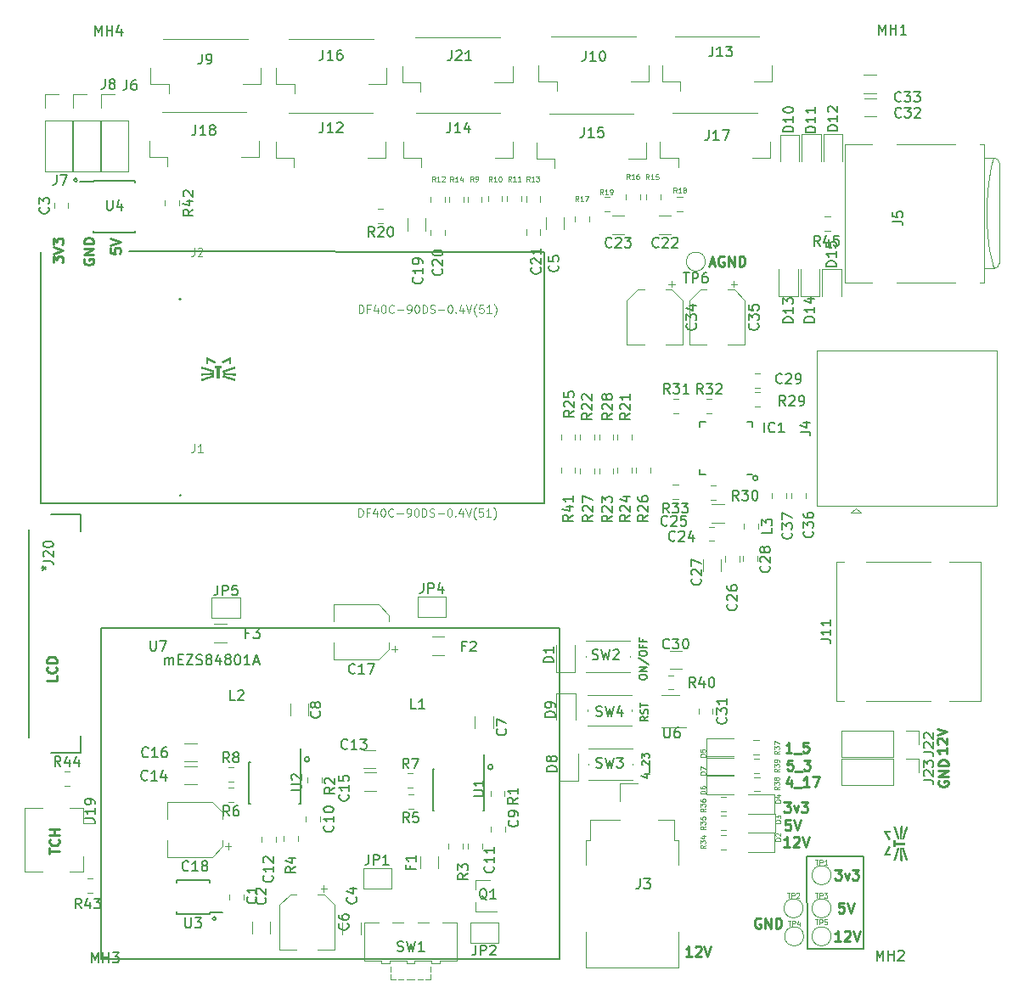
<source format=gbr>
G04 #@! TF.GenerationSoftware,KiCad,Pcbnew,(5.0.0)*
G04 #@! TF.CreationDate,2018-11-20T23:03:42-05:00*
G04 #@! TF.ProjectId,DART6UL_BREAKOUT,4441525436554C5F425245414B4F5554,rev?*
G04 #@! TF.SameCoordinates,Original*
G04 #@! TF.FileFunction,Legend,Top*
G04 #@! TF.FilePolarity,Positive*
%FSLAX46Y46*%
G04 Gerber Fmt 4.6, Leading zero omitted, Abs format (unit mm)*
G04 Created by KiCad (PCBNEW (5.0.0)) date 11/20/18 23:03:42*
%MOMM*%
%LPD*%
G01*
G04 APERTURE LIST*
%ADD10C,0.250000*%
%ADD11C,0.200000*%
%ADD12C,0.187500*%
%ADD13C,0.120000*%
%ADD14C,0.010000*%
%ADD15C,0.152400*%
%ADD16C,0.150000*%
%ADD17C,0.140000*%
%ADD18C,0.125000*%
%ADD19C,0.050000*%
G04 APERTURE END LIST*
D10*
X226576000Y-106425904D02*
X226528380Y-106521142D01*
X226528380Y-106664000D01*
X226576000Y-106806857D01*
X226671238Y-106902095D01*
X226766476Y-106949714D01*
X226956952Y-106997333D01*
X227099809Y-106997333D01*
X227290285Y-106949714D01*
X227385523Y-106902095D01*
X227480761Y-106806857D01*
X227528380Y-106664000D01*
X227528380Y-106568761D01*
X227480761Y-106425904D01*
X227433142Y-106378285D01*
X227099809Y-106378285D01*
X227099809Y-106568761D01*
X227528380Y-105949714D02*
X226528380Y-105949714D01*
X227528380Y-105378285D01*
X226528380Y-105378285D01*
X227528380Y-104902095D02*
X226528380Y-104902095D01*
X226528380Y-104664000D01*
X226576000Y-104521142D01*
X226671238Y-104425904D01*
X226766476Y-104378285D01*
X226956952Y-104330666D01*
X227099809Y-104330666D01*
X227290285Y-104378285D01*
X227385523Y-104425904D01*
X227480761Y-104521142D01*
X227528380Y-104664000D01*
X227528380Y-104902095D01*
X203724095Y-54776666D02*
X204200285Y-54776666D01*
X203628857Y-55062380D02*
X203962190Y-54062380D01*
X204295523Y-55062380D01*
X205152666Y-54110000D02*
X205057428Y-54062380D01*
X204914571Y-54062380D01*
X204771714Y-54110000D01*
X204676476Y-54205238D01*
X204628857Y-54300476D01*
X204581238Y-54490952D01*
X204581238Y-54633809D01*
X204628857Y-54824285D01*
X204676476Y-54919523D01*
X204771714Y-55014761D01*
X204914571Y-55062380D01*
X205009809Y-55062380D01*
X205152666Y-55014761D01*
X205200285Y-54967142D01*
X205200285Y-54633809D01*
X205009809Y-54633809D01*
X205628857Y-55062380D02*
X205628857Y-54062380D01*
X206200285Y-55062380D01*
X206200285Y-54062380D01*
X206676476Y-55062380D02*
X206676476Y-54062380D01*
X206914571Y-54062380D01*
X207057428Y-54110000D01*
X207152666Y-54205238D01*
X207200285Y-54300476D01*
X207247904Y-54490952D01*
X207247904Y-54633809D01*
X207200285Y-54824285D01*
X207152666Y-54919523D01*
X207057428Y-55014761D01*
X206914571Y-55062380D01*
X206676476Y-55062380D01*
D11*
X140641605Y-46482000D02*
G75*
G03X140641605Y-46482000I-179605J0D01*
G01*
X154484605Y-120142000D02*
G75*
G03X154484605Y-120142000I-179605J0D01*
G01*
X163826000Y-104267000D02*
G75*
G03X163826000Y-104267000I-250000J0D01*
G01*
X182114000Y-105029000D02*
G75*
G03X182114000Y-105029000I-250000J0D01*
G01*
X208530000Y-76200000D02*
G75*
G03X208530000Y-76200000I-250000J0D01*
G01*
D10*
X143978380Y-53276476D02*
X143978380Y-53752666D01*
X144454571Y-53800285D01*
X144406952Y-53752666D01*
X144359333Y-53657428D01*
X144359333Y-53419333D01*
X144406952Y-53324095D01*
X144454571Y-53276476D01*
X144549809Y-53228857D01*
X144787904Y-53228857D01*
X144883142Y-53276476D01*
X144930761Y-53324095D01*
X144978380Y-53419333D01*
X144978380Y-53657428D01*
X144930761Y-53752666D01*
X144883142Y-53800285D01*
X143978380Y-52943142D02*
X144978380Y-52609809D01*
X143978380Y-52276476D01*
X141359000Y-54355904D02*
X141311380Y-54451142D01*
X141311380Y-54594000D01*
X141359000Y-54736857D01*
X141454238Y-54832095D01*
X141549476Y-54879714D01*
X141739952Y-54927333D01*
X141882809Y-54927333D01*
X142073285Y-54879714D01*
X142168523Y-54832095D01*
X142263761Y-54736857D01*
X142311380Y-54594000D01*
X142311380Y-54498761D01*
X142263761Y-54355904D01*
X142216142Y-54308285D01*
X141882809Y-54308285D01*
X141882809Y-54498761D01*
X142311380Y-53879714D02*
X141311380Y-53879714D01*
X142311380Y-53308285D01*
X141311380Y-53308285D01*
X142311380Y-52832095D02*
X141311380Y-52832095D01*
X141311380Y-52594000D01*
X141359000Y-52451142D01*
X141454238Y-52355904D01*
X141549476Y-52308285D01*
X141739952Y-52260666D01*
X141882809Y-52260666D01*
X142073285Y-52308285D01*
X142168523Y-52355904D01*
X142263761Y-52451142D01*
X142311380Y-52594000D01*
X142311380Y-52832095D01*
X138263380Y-54705095D02*
X138263380Y-54086047D01*
X138644333Y-54419380D01*
X138644333Y-54276523D01*
X138691952Y-54181285D01*
X138739571Y-54133666D01*
X138834809Y-54086047D01*
X139072904Y-54086047D01*
X139168142Y-54133666D01*
X139215761Y-54181285D01*
X139263380Y-54276523D01*
X139263380Y-54562238D01*
X139215761Y-54657476D01*
X139168142Y-54705095D01*
X138263380Y-53800333D02*
X139263380Y-53467000D01*
X138263380Y-53133666D01*
X138263380Y-52895571D02*
X138263380Y-52276523D01*
X138644333Y-52609857D01*
X138644333Y-52467000D01*
X138691952Y-52371761D01*
X138739571Y-52324142D01*
X138834809Y-52276523D01*
X139072904Y-52276523D01*
X139168142Y-52324142D01*
X139215761Y-52371761D01*
X139263380Y-52467000D01*
X139263380Y-52752714D01*
X139215761Y-52847952D01*
X139168142Y-52895571D01*
X137882380Y-113704523D02*
X137882380Y-113133095D01*
X138882380Y-113418809D02*
X137882380Y-113418809D01*
X138787142Y-112228333D02*
X138834761Y-112275952D01*
X138882380Y-112418809D01*
X138882380Y-112514047D01*
X138834761Y-112656904D01*
X138739523Y-112752142D01*
X138644285Y-112799761D01*
X138453809Y-112847380D01*
X138310952Y-112847380D01*
X138120476Y-112799761D01*
X138025238Y-112752142D01*
X137930000Y-112656904D01*
X137882380Y-112514047D01*
X137882380Y-112418809D01*
X137930000Y-112275952D01*
X137977619Y-112228333D01*
X138882380Y-111799761D02*
X137882380Y-111799761D01*
X138358571Y-111799761D02*
X138358571Y-111228333D01*
X138882380Y-111228333D02*
X137882380Y-111228333D01*
X138628380Y-95940476D02*
X138628380Y-96416666D01*
X137628380Y-96416666D01*
X138533142Y-95035714D02*
X138580761Y-95083333D01*
X138628380Y-95226190D01*
X138628380Y-95321428D01*
X138580761Y-95464285D01*
X138485523Y-95559523D01*
X138390285Y-95607142D01*
X138199809Y-95654761D01*
X138056952Y-95654761D01*
X137866476Y-95607142D01*
X137771238Y-95559523D01*
X137676000Y-95464285D01*
X137628380Y-95321428D01*
X137628380Y-95226190D01*
X137676000Y-95083333D01*
X137723619Y-95035714D01*
X138628380Y-94607142D02*
X137628380Y-94607142D01*
X137628380Y-94369047D01*
X137676000Y-94226190D01*
X137771238Y-94130952D01*
X137866476Y-94083333D01*
X138056952Y-94035714D01*
X138199809Y-94035714D01*
X138390285Y-94083333D01*
X138485523Y-94130952D01*
X138580761Y-94226190D01*
X138628380Y-94369047D01*
X138628380Y-94607142D01*
X211899571Y-103576380D02*
X211328142Y-103576380D01*
X211613857Y-103576380D02*
X211613857Y-102576380D01*
X211518619Y-102719238D01*
X211423380Y-102814476D01*
X211328142Y-102862095D01*
X212090047Y-103671619D02*
X212851952Y-103671619D01*
X213566238Y-102576380D02*
X213090047Y-102576380D01*
X213042428Y-103052571D01*
X213090047Y-103004952D01*
X213185285Y-102957333D01*
X213423380Y-102957333D01*
X213518619Y-103004952D01*
X213566238Y-103052571D01*
X213613857Y-103147809D01*
X213613857Y-103385904D01*
X213566238Y-103481142D01*
X213518619Y-103528761D01*
X213423380Y-103576380D01*
X213185285Y-103576380D01*
X213090047Y-103528761D01*
X213042428Y-103481142D01*
X211978952Y-104354380D02*
X211502761Y-104354380D01*
X211455142Y-104830571D01*
X211502761Y-104782952D01*
X211598000Y-104735333D01*
X211836095Y-104735333D01*
X211931333Y-104782952D01*
X211978952Y-104830571D01*
X212026571Y-104925809D01*
X212026571Y-105163904D01*
X211978952Y-105259142D01*
X211931333Y-105306761D01*
X211836095Y-105354380D01*
X211598000Y-105354380D01*
X211502761Y-105306761D01*
X211455142Y-105259142D01*
X212217047Y-105449619D02*
X212978952Y-105449619D01*
X213121809Y-104354380D02*
X213740857Y-104354380D01*
X213407523Y-104735333D01*
X213550380Y-104735333D01*
X213645619Y-104782952D01*
X213693238Y-104830571D01*
X213740857Y-104925809D01*
X213740857Y-105163904D01*
X213693238Y-105259142D01*
X213645619Y-105306761D01*
X213550380Y-105354380D01*
X213264666Y-105354380D01*
X213169428Y-105306761D01*
X213121809Y-105259142D01*
X211836142Y-106338714D02*
X211836142Y-107005380D01*
X211598047Y-105957761D02*
X211359952Y-106672047D01*
X211979000Y-106672047D01*
X212121857Y-107100619D02*
X212883761Y-107100619D01*
X213645666Y-107005380D02*
X213074238Y-107005380D01*
X213359952Y-107005380D02*
X213359952Y-106005380D01*
X213264714Y-106148238D01*
X213169476Y-106243476D01*
X213074238Y-106291095D01*
X213979000Y-106005380D02*
X214645666Y-106005380D01*
X214217095Y-107005380D01*
X211153523Y-108545380D02*
X211772571Y-108545380D01*
X211439238Y-108926333D01*
X211582095Y-108926333D01*
X211677333Y-108973952D01*
X211724952Y-109021571D01*
X211772571Y-109116809D01*
X211772571Y-109354904D01*
X211724952Y-109450142D01*
X211677333Y-109497761D01*
X211582095Y-109545380D01*
X211296380Y-109545380D01*
X211201142Y-109497761D01*
X211153523Y-109450142D01*
X212105904Y-108878714D02*
X212344000Y-109545380D01*
X212582095Y-108878714D01*
X212867809Y-108545380D02*
X213486857Y-108545380D01*
X213153523Y-108926333D01*
X213296380Y-108926333D01*
X213391619Y-108973952D01*
X213439238Y-109021571D01*
X213486857Y-109116809D01*
X213486857Y-109354904D01*
X213439238Y-109450142D01*
X213391619Y-109497761D01*
X213296380Y-109545380D01*
X213010666Y-109545380D01*
X212915428Y-109497761D01*
X212867809Y-109450142D01*
X211772523Y-110323380D02*
X211296333Y-110323380D01*
X211248714Y-110799571D01*
X211296333Y-110751952D01*
X211391571Y-110704333D01*
X211629666Y-110704333D01*
X211724904Y-110751952D01*
X211772523Y-110799571D01*
X211820142Y-110894809D01*
X211820142Y-111132904D01*
X211772523Y-111228142D01*
X211724904Y-111275761D01*
X211629666Y-111323380D01*
X211391571Y-111323380D01*
X211296333Y-111275761D01*
X211248714Y-111228142D01*
X212105857Y-110323380D02*
X212439190Y-111323380D01*
X212772523Y-110323380D01*
X211724952Y-112974380D02*
X211153523Y-112974380D01*
X211439238Y-112974380D02*
X211439238Y-111974380D01*
X211344000Y-112117238D01*
X211248761Y-112212476D01*
X211153523Y-112260095D01*
X212105904Y-112069619D02*
X212153523Y-112022000D01*
X212248761Y-111974380D01*
X212486857Y-111974380D01*
X212582095Y-112022000D01*
X212629714Y-112069619D01*
X212677333Y-112164857D01*
X212677333Y-112260095D01*
X212629714Y-112402952D01*
X212058285Y-112974380D01*
X212677333Y-112974380D01*
X212963047Y-111974380D02*
X213296380Y-112974380D01*
X213629714Y-111974380D01*
X201945952Y-123896380D02*
X201374523Y-123896380D01*
X201660238Y-123896380D02*
X201660238Y-122896380D01*
X201565000Y-123039238D01*
X201469761Y-123134476D01*
X201374523Y-123182095D01*
X202326904Y-122991619D02*
X202374523Y-122944000D01*
X202469761Y-122896380D01*
X202707857Y-122896380D01*
X202803095Y-122944000D01*
X202850714Y-122991619D01*
X202898333Y-123086857D01*
X202898333Y-123182095D01*
X202850714Y-123324952D01*
X202279285Y-123896380D01*
X202898333Y-123896380D01*
X203184047Y-122896380D02*
X203517380Y-123896380D01*
X203850714Y-122896380D01*
X208788095Y-120150000D02*
X208692857Y-120102380D01*
X208550000Y-120102380D01*
X208407142Y-120150000D01*
X208311904Y-120245238D01*
X208264285Y-120340476D01*
X208216666Y-120530952D01*
X208216666Y-120673809D01*
X208264285Y-120864285D01*
X208311904Y-120959523D01*
X208407142Y-121054761D01*
X208550000Y-121102380D01*
X208645238Y-121102380D01*
X208788095Y-121054761D01*
X208835714Y-121007142D01*
X208835714Y-120673809D01*
X208645238Y-120673809D01*
X209264285Y-121102380D02*
X209264285Y-120102380D01*
X209835714Y-121102380D01*
X209835714Y-120102380D01*
X210311904Y-121102380D02*
X210311904Y-120102380D01*
X210550000Y-120102380D01*
X210692857Y-120150000D01*
X210788095Y-120245238D01*
X210835714Y-120340476D01*
X210883333Y-120530952D01*
X210883333Y-120673809D01*
X210835714Y-120864285D01*
X210788095Y-120959523D01*
X210692857Y-121054761D01*
X210550000Y-121102380D01*
X210311904Y-121102380D01*
X227401380Y-103108047D02*
X227401380Y-103679476D01*
X227401380Y-103393761D02*
X226401380Y-103393761D01*
X226544238Y-103489000D01*
X226639476Y-103584238D01*
X226687095Y-103679476D01*
X226496619Y-102727095D02*
X226449000Y-102679476D01*
X226401380Y-102584238D01*
X226401380Y-102346142D01*
X226449000Y-102250904D01*
X226496619Y-102203285D01*
X226591857Y-102155666D01*
X226687095Y-102155666D01*
X226829952Y-102203285D01*
X227401380Y-102774714D01*
X227401380Y-102155666D01*
X226401380Y-101869952D02*
X227401380Y-101536619D01*
X226401380Y-101203285D01*
X216804952Y-122372380D02*
X216233523Y-122372380D01*
X216519238Y-122372380D02*
X216519238Y-121372380D01*
X216424000Y-121515238D01*
X216328761Y-121610476D01*
X216233523Y-121658095D01*
X217185904Y-121467619D02*
X217233523Y-121420000D01*
X217328761Y-121372380D01*
X217566857Y-121372380D01*
X217662095Y-121420000D01*
X217709714Y-121467619D01*
X217757333Y-121562857D01*
X217757333Y-121658095D01*
X217709714Y-121800952D01*
X217138285Y-122372380D01*
X217757333Y-122372380D01*
X218043047Y-121372380D02*
X218376380Y-122372380D01*
X218709714Y-121372380D01*
X217106523Y-118578380D02*
X216630333Y-118578380D01*
X216582714Y-119054571D01*
X216630333Y-119006952D01*
X216725571Y-118959333D01*
X216963666Y-118959333D01*
X217058904Y-119006952D01*
X217106523Y-119054571D01*
X217154142Y-119149809D01*
X217154142Y-119387904D01*
X217106523Y-119483142D01*
X217058904Y-119530761D01*
X216963666Y-119578380D01*
X216725571Y-119578380D01*
X216630333Y-119530761D01*
X216582714Y-119483142D01*
X217439857Y-118578380D02*
X217773190Y-119578380D01*
X218106523Y-118578380D01*
X216233523Y-115276380D02*
X216852571Y-115276380D01*
X216519238Y-115657333D01*
X216662095Y-115657333D01*
X216757333Y-115704952D01*
X216804952Y-115752571D01*
X216852571Y-115847809D01*
X216852571Y-116085904D01*
X216804952Y-116181142D01*
X216757333Y-116228761D01*
X216662095Y-116276380D01*
X216376380Y-116276380D01*
X216281142Y-116228761D01*
X216233523Y-116181142D01*
X217185904Y-115609714D02*
X217424000Y-116276380D01*
X217662095Y-115609714D01*
X217947809Y-115276380D02*
X218566857Y-115276380D01*
X218233523Y-115657333D01*
X218376380Y-115657333D01*
X218471619Y-115704952D01*
X218519238Y-115752571D01*
X218566857Y-115847809D01*
X218566857Y-116085904D01*
X218519238Y-116181142D01*
X218471619Y-116228761D01*
X218376380Y-116276380D01*
X218090666Y-116276380D01*
X217995428Y-116228761D01*
X217947809Y-116181142D01*
D11*
X219075000Y-113919000D02*
X213360000Y-113919000D01*
X219075000Y-123190000D02*
X219075000Y-113919000D01*
X213487000Y-123190000D02*
X219075000Y-123190000D01*
X213360000Y-113919000D02*
X213487000Y-123190000D01*
D12*
X197197285Y-105759142D02*
X197697285Y-105759142D01*
X196911571Y-105937714D02*
X197447285Y-106116285D01*
X197447285Y-105652000D01*
X197768714Y-105544857D02*
X197768714Y-104973428D01*
X197018714Y-104830571D02*
X196983000Y-104794857D01*
X196947285Y-104723428D01*
X196947285Y-104544857D01*
X196983000Y-104473428D01*
X197018714Y-104437714D01*
X197090142Y-104402000D01*
X197161571Y-104402000D01*
X197268714Y-104437714D01*
X197697285Y-104866285D01*
X197697285Y-104402000D01*
X196947285Y-104152000D02*
X196947285Y-103687714D01*
X197233000Y-103937714D01*
X197233000Y-103830571D01*
X197268714Y-103759142D01*
X197304428Y-103723428D01*
X197375857Y-103687714D01*
X197554428Y-103687714D01*
X197625857Y-103723428D01*
X197661571Y-103759142D01*
X197697285Y-103830571D01*
X197697285Y-104044857D01*
X197661571Y-104116285D01*
X197625857Y-104152000D01*
X197570285Y-99978714D02*
X197213142Y-100228714D01*
X197570285Y-100407285D02*
X196820285Y-100407285D01*
X196820285Y-100121571D01*
X196856000Y-100050142D01*
X196891714Y-100014428D01*
X196963142Y-99978714D01*
X197070285Y-99978714D01*
X197141714Y-100014428D01*
X197177428Y-100050142D01*
X197213142Y-100121571D01*
X197213142Y-100407285D01*
X197534571Y-99693000D02*
X197570285Y-99585857D01*
X197570285Y-99407285D01*
X197534571Y-99335857D01*
X197498857Y-99300142D01*
X197427428Y-99264428D01*
X197356000Y-99264428D01*
X197284571Y-99300142D01*
X197248857Y-99335857D01*
X197213142Y-99407285D01*
X197177428Y-99550142D01*
X197141714Y-99621571D01*
X197106000Y-99657285D01*
X197034571Y-99693000D01*
X196963142Y-99693000D01*
X196891714Y-99657285D01*
X196856000Y-99621571D01*
X196820285Y-99550142D01*
X196820285Y-99371571D01*
X196856000Y-99264428D01*
X196820285Y-99050142D02*
X196820285Y-98621571D01*
X197570285Y-98835857D02*
X196820285Y-98835857D01*
X196693285Y-96126857D02*
X196693285Y-95984000D01*
X196729000Y-95912571D01*
X196800428Y-95841142D01*
X196943285Y-95805428D01*
X197193285Y-95805428D01*
X197336142Y-95841142D01*
X197407571Y-95912571D01*
X197443285Y-95984000D01*
X197443285Y-96126857D01*
X197407571Y-96198285D01*
X197336142Y-96269714D01*
X197193285Y-96305428D01*
X196943285Y-96305428D01*
X196800428Y-96269714D01*
X196729000Y-96198285D01*
X196693285Y-96126857D01*
X197443285Y-95484000D02*
X196693285Y-95484000D01*
X197443285Y-95055428D01*
X196693285Y-95055428D01*
X196657571Y-94162571D02*
X197621857Y-94805428D01*
X196693285Y-93769714D02*
X196693285Y-93626857D01*
X196729000Y-93555428D01*
X196800428Y-93484000D01*
X196943285Y-93448285D01*
X197193285Y-93448285D01*
X197336142Y-93484000D01*
X197407571Y-93555428D01*
X197443285Y-93626857D01*
X197443285Y-93769714D01*
X197407571Y-93841142D01*
X197336142Y-93912571D01*
X197193285Y-93948285D01*
X196943285Y-93948285D01*
X196800428Y-93912571D01*
X196729000Y-93841142D01*
X196693285Y-93769714D01*
X197050428Y-92876857D02*
X197050428Y-93126857D01*
X197443285Y-93126857D02*
X196693285Y-93126857D01*
X196693285Y-92769714D01*
X197050428Y-92234000D02*
X197050428Y-92484000D01*
X197443285Y-92484000D02*
X196693285Y-92484000D01*
X196693285Y-92126857D01*
D11*
X137033000Y-78740000D02*
X187198000Y-78740000D01*
X187206193Y-53701432D02*
X187206193Y-78720432D01*
X145796000Y-53594000D02*
X187206193Y-53701432D01*
X137041193Y-78720432D02*
X137041193Y-53701432D01*
D13*
G04 #@! TO.C,J4*
X218813000Y-79692000D02*
X218313000Y-79192000D01*
X217813000Y-79692000D02*
X218813000Y-79692000D01*
X218313000Y-79192000D02*
X217813000Y-79692000D01*
X232393000Y-79007000D02*
X232393000Y-63487000D01*
X214433000Y-63487000D02*
X232393000Y-63487000D01*
X214433000Y-63487000D02*
X214433000Y-79007000D01*
X214433000Y-79007000D02*
X232393000Y-79007000D01*
D14*
G04 #@! TO.C,G\002A\002A\002A*
G36*
X155208986Y-65950782D02*
X155212710Y-65951922D01*
X155221449Y-65954691D01*
X155234904Y-65958993D01*
X155252775Y-65964731D01*
X155274765Y-65971807D01*
X155300572Y-65980125D01*
X155329899Y-65989588D01*
X155362447Y-66000099D01*
X155397916Y-66011560D01*
X155436008Y-66023876D01*
X155476423Y-66036949D01*
X155518862Y-66050682D01*
X155563027Y-66064978D01*
X155608618Y-66079740D01*
X155655337Y-66094872D01*
X155702884Y-66110276D01*
X155750960Y-66125856D01*
X155799266Y-66141514D01*
X155847504Y-66157154D01*
X155895374Y-66172678D01*
X155942577Y-66187990D01*
X155988814Y-66202993D01*
X156033787Y-66217590D01*
X156077195Y-66231683D01*
X156118741Y-66245177D01*
X156158124Y-66257974D01*
X156195047Y-66269976D01*
X156229210Y-66281088D01*
X156260313Y-66291213D01*
X156288059Y-66300252D01*
X156312147Y-66308110D01*
X156332280Y-66314689D01*
X156348157Y-66319893D01*
X156359480Y-66323624D01*
X156365950Y-66325786D01*
X156367437Y-66326318D01*
X156366995Y-66329237D01*
X156365064Y-66336533D01*
X156361954Y-66347231D01*
X156357973Y-66360357D01*
X156353432Y-66374939D01*
X156348640Y-66390001D01*
X156343906Y-66404571D01*
X156339540Y-66417674D01*
X156335852Y-66428336D01*
X156333151Y-66435584D01*
X156331808Y-66438396D01*
X156328985Y-66437719D01*
X156321038Y-66435378D01*
X156308214Y-66431451D01*
X156290757Y-66426016D01*
X156268914Y-66419153D01*
X156242930Y-66410940D01*
X156213051Y-66401454D01*
X156179522Y-66390774D01*
X156142588Y-66378980D01*
X156102496Y-66366148D01*
X156059490Y-66352359D01*
X156013817Y-66337689D01*
X155965722Y-66322218D01*
X155915450Y-66306023D01*
X155863247Y-66289184D01*
X155809358Y-66271779D01*
X155754029Y-66253886D01*
X155749978Y-66252575D01*
X155694545Y-66234629D01*
X155640536Y-66217133D01*
X155588196Y-66200166D01*
X155537772Y-66183809D01*
X155489508Y-66168141D01*
X155443650Y-66153242D01*
X155400445Y-66139193D01*
X155360137Y-66126074D01*
X155322972Y-66113964D01*
X155289197Y-66102944D01*
X155259056Y-66093094D01*
X155232795Y-66084494D01*
X155210660Y-66077223D01*
X155192896Y-66071363D01*
X155179750Y-66066992D01*
X155171466Y-66064191D01*
X155168291Y-66063040D01*
X155168266Y-66063023D01*
X155168576Y-66059904D01*
X155170439Y-66052248D01*
X155173622Y-66040875D01*
X155177895Y-66026604D01*
X155183024Y-66010253D01*
X155184663Y-66005164D01*
X155190758Y-65986459D01*
X155195447Y-65972481D01*
X155199023Y-65962576D01*
X155201779Y-65956088D01*
X155204008Y-65952363D01*
X155206003Y-65950746D01*
X155208056Y-65950581D01*
X155208986Y-65950782D01*
X155208986Y-65950782D01*
G37*
X155208986Y-65950782D02*
X155212710Y-65951922D01*
X155221449Y-65954691D01*
X155234904Y-65958993D01*
X155252775Y-65964731D01*
X155274765Y-65971807D01*
X155300572Y-65980125D01*
X155329899Y-65989588D01*
X155362447Y-66000099D01*
X155397916Y-66011560D01*
X155436008Y-66023876D01*
X155476423Y-66036949D01*
X155518862Y-66050682D01*
X155563027Y-66064978D01*
X155608618Y-66079740D01*
X155655337Y-66094872D01*
X155702884Y-66110276D01*
X155750960Y-66125856D01*
X155799266Y-66141514D01*
X155847504Y-66157154D01*
X155895374Y-66172678D01*
X155942577Y-66187990D01*
X155988814Y-66202993D01*
X156033787Y-66217590D01*
X156077195Y-66231683D01*
X156118741Y-66245177D01*
X156158124Y-66257974D01*
X156195047Y-66269976D01*
X156229210Y-66281088D01*
X156260313Y-66291213D01*
X156288059Y-66300252D01*
X156312147Y-66308110D01*
X156332280Y-66314689D01*
X156348157Y-66319893D01*
X156359480Y-66323624D01*
X156365950Y-66325786D01*
X156367437Y-66326318D01*
X156366995Y-66329237D01*
X156365064Y-66336533D01*
X156361954Y-66347231D01*
X156357973Y-66360357D01*
X156353432Y-66374939D01*
X156348640Y-66390001D01*
X156343906Y-66404571D01*
X156339540Y-66417674D01*
X156335852Y-66428336D01*
X156333151Y-66435584D01*
X156331808Y-66438396D01*
X156328985Y-66437719D01*
X156321038Y-66435378D01*
X156308214Y-66431451D01*
X156290757Y-66426016D01*
X156268914Y-66419153D01*
X156242930Y-66410940D01*
X156213051Y-66401454D01*
X156179522Y-66390774D01*
X156142588Y-66378980D01*
X156102496Y-66366148D01*
X156059490Y-66352359D01*
X156013817Y-66337689D01*
X155965722Y-66322218D01*
X155915450Y-66306023D01*
X155863247Y-66289184D01*
X155809358Y-66271779D01*
X155754029Y-66253886D01*
X155749978Y-66252575D01*
X155694545Y-66234629D01*
X155640536Y-66217133D01*
X155588196Y-66200166D01*
X155537772Y-66183809D01*
X155489508Y-66168141D01*
X155443650Y-66153242D01*
X155400445Y-66139193D01*
X155360137Y-66126074D01*
X155322972Y-66113964D01*
X155289197Y-66102944D01*
X155259056Y-66093094D01*
X155232795Y-66084494D01*
X155210660Y-66077223D01*
X155192896Y-66071363D01*
X155179750Y-66066992D01*
X155171466Y-66064191D01*
X155168291Y-66063040D01*
X155168266Y-66063023D01*
X155168576Y-66059904D01*
X155170439Y-66052248D01*
X155173622Y-66040875D01*
X155177895Y-66026604D01*
X155183024Y-66010253D01*
X155184663Y-66005164D01*
X155190758Y-65986459D01*
X155195447Y-65972481D01*
X155199023Y-65962576D01*
X155201779Y-65956088D01*
X155204008Y-65952363D01*
X155206003Y-65950746D01*
X155208056Y-65950581D01*
X155208986Y-65950782D01*
G36*
X154197329Y-65943753D02*
X154199933Y-65950710D01*
X154203611Y-65961139D01*
X154208047Y-65974087D01*
X154212927Y-65988601D01*
X154217935Y-66003729D01*
X154222757Y-66018515D01*
X154227078Y-66032009D01*
X154230581Y-66043255D01*
X154232953Y-66051301D01*
X154233878Y-66055194D01*
X154233850Y-66055404D01*
X154231126Y-66056314D01*
X154223277Y-66058881D01*
X154210549Y-66063025D01*
X154193186Y-66068667D01*
X154171434Y-66075726D01*
X154145538Y-66084124D01*
X154115745Y-66093781D01*
X154082299Y-66104617D01*
X154045446Y-66116554D01*
X154005432Y-66129511D01*
X153962502Y-66143409D01*
X153916901Y-66158168D01*
X153868876Y-66173709D01*
X153818670Y-66189953D01*
X153766531Y-66206819D01*
X153712703Y-66224229D01*
X153657432Y-66242103D01*
X153654859Y-66242935D01*
X153599482Y-66260843D01*
X153545511Y-66278298D01*
X153493194Y-66295220D01*
X153442778Y-66311530D01*
X153394510Y-66327147D01*
X153348637Y-66341990D01*
X153305407Y-66355981D01*
X153265067Y-66369039D01*
X153227863Y-66381084D01*
X153194044Y-66392036D01*
X153163856Y-66401815D01*
X153137547Y-66410341D01*
X153115363Y-66417533D01*
X153097553Y-66423313D01*
X153084363Y-66427599D01*
X153076040Y-66430312D01*
X153072832Y-66431372D01*
X153072815Y-66431378D01*
X153068916Y-66430241D01*
X153066365Y-66426077D01*
X153063920Y-66419187D01*
X153060455Y-66408817D01*
X153056276Y-66395945D01*
X153051688Y-66381549D01*
X153046996Y-66366609D01*
X153042504Y-66352104D01*
X153038519Y-66339010D01*
X153035345Y-66328308D01*
X153033288Y-66320977D01*
X153032652Y-66317993D01*
X153032661Y-66317977D01*
X153035383Y-66317039D01*
X153043178Y-66314461D01*
X153055747Y-66310341D01*
X153072792Y-66304774D01*
X153094014Y-66297858D01*
X153119116Y-66289689D01*
X153147798Y-66280363D01*
X153179763Y-66269978D01*
X153214711Y-66258630D01*
X153252345Y-66246416D01*
X153292367Y-66233431D01*
X153334478Y-66219774D01*
X153378379Y-66205540D01*
X153423772Y-66190825D01*
X153470360Y-66175728D01*
X153517843Y-66160343D01*
X153565923Y-66144769D01*
X153614302Y-66129101D01*
X153662682Y-66113436D01*
X153710764Y-66097871D01*
X153758250Y-66082502D01*
X153804841Y-66067426D01*
X153850239Y-66052740D01*
X153894146Y-66038539D01*
X153936264Y-66024922D01*
X153976293Y-66011984D01*
X154013937Y-65999821D01*
X154048895Y-65988532D01*
X154080871Y-65978211D01*
X154109565Y-65968957D01*
X154134680Y-65960865D01*
X154155916Y-65954032D01*
X154172977Y-65948554D01*
X154185562Y-65944529D01*
X154193374Y-65942053D01*
X154196113Y-65941222D01*
X154197329Y-65943753D01*
X154197329Y-65943753D01*
G37*
X154197329Y-65943753D02*
X154199933Y-65950710D01*
X154203611Y-65961139D01*
X154208047Y-65974087D01*
X154212927Y-65988601D01*
X154217935Y-66003729D01*
X154222757Y-66018515D01*
X154227078Y-66032009D01*
X154230581Y-66043255D01*
X154232953Y-66051301D01*
X154233878Y-66055194D01*
X154233850Y-66055404D01*
X154231126Y-66056314D01*
X154223277Y-66058881D01*
X154210549Y-66063025D01*
X154193186Y-66068667D01*
X154171434Y-66075726D01*
X154145538Y-66084124D01*
X154115745Y-66093781D01*
X154082299Y-66104617D01*
X154045446Y-66116554D01*
X154005432Y-66129511D01*
X153962502Y-66143409D01*
X153916901Y-66158168D01*
X153868876Y-66173709D01*
X153818670Y-66189953D01*
X153766531Y-66206819D01*
X153712703Y-66224229D01*
X153657432Y-66242103D01*
X153654859Y-66242935D01*
X153599482Y-66260843D01*
X153545511Y-66278298D01*
X153493194Y-66295220D01*
X153442778Y-66311530D01*
X153394510Y-66327147D01*
X153348637Y-66341990D01*
X153305407Y-66355981D01*
X153265067Y-66369039D01*
X153227863Y-66381084D01*
X153194044Y-66392036D01*
X153163856Y-66401815D01*
X153137547Y-66410341D01*
X153115363Y-66417533D01*
X153097553Y-66423313D01*
X153084363Y-66427599D01*
X153076040Y-66430312D01*
X153072832Y-66431372D01*
X153072815Y-66431378D01*
X153068916Y-66430241D01*
X153066365Y-66426077D01*
X153063920Y-66419187D01*
X153060455Y-66408817D01*
X153056276Y-66395945D01*
X153051688Y-66381549D01*
X153046996Y-66366609D01*
X153042504Y-66352104D01*
X153038519Y-66339010D01*
X153035345Y-66328308D01*
X153033288Y-66320977D01*
X153032652Y-66317993D01*
X153032661Y-66317977D01*
X153035383Y-66317039D01*
X153043178Y-66314461D01*
X153055747Y-66310341D01*
X153072792Y-66304774D01*
X153094014Y-66297858D01*
X153119116Y-66289689D01*
X153147798Y-66280363D01*
X153179763Y-66269978D01*
X153214711Y-66258630D01*
X153252345Y-66246416D01*
X153292367Y-66233431D01*
X153334478Y-66219774D01*
X153378379Y-66205540D01*
X153423772Y-66190825D01*
X153470360Y-66175728D01*
X153517843Y-66160343D01*
X153565923Y-66144769D01*
X153614302Y-66129101D01*
X153662682Y-66113436D01*
X153710764Y-66097871D01*
X153758250Y-66082502D01*
X153804841Y-66067426D01*
X153850239Y-66052740D01*
X153894146Y-66038539D01*
X153936264Y-66024922D01*
X153976293Y-66011984D01*
X154013937Y-65999821D01*
X154048895Y-65988532D01*
X154080871Y-65978211D01*
X154109565Y-65968957D01*
X154134680Y-65960865D01*
X154155916Y-65954032D01*
X154172977Y-65948554D01*
X154185562Y-65944529D01*
X154193374Y-65942053D01*
X154196113Y-65941222D01*
X154197329Y-65943753D01*
G36*
X154965400Y-65198978D02*
X154776311Y-65198978D01*
X154776311Y-66192400D01*
X154590045Y-66192400D01*
X154590045Y-65198978D01*
X154400956Y-65198978D01*
X154400956Y-65029645D01*
X154965400Y-65029645D01*
X154965400Y-65198978D01*
X154965400Y-65198978D01*
G37*
X154965400Y-65198978D02*
X154776311Y-65198978D01*
X154776311Y-66192400D01*
X154590045Y-66192400D01*
X154590045Y-65198978D01*
X154400956Y-65198978D01*
X154400956Y-65029645D01*
X154965400Y-65029645D01*
X154965400Y-65198978D01*
G36*
X155204109Y-65710253D02*
X155212277Y-65710715D01*
X155225447Y-65711522D01*
X155243305Y-65712654D01*
X155265537Y-65714088D01*
X155291828Y-65715805D01*
X155321864Y-65717781D01*
X155355331Y-65719997D01*
X155391914Y-65722430D01*
X155431299Y-65725059D01*
X155473172Y-65727863D01*
X155517218Y-65730820D01*
X155563123Y-65733909D01*
X155610572Y-65737109D01*
X155659252Y-65740399D01*
X155708848Y-65743756D01*
X155759045Y-65747160D01*
X155809529Y-65750589D01*
X155859986Y-65754022D01*
X155910102Y-65757438D01*
X155959562Y-65760814D01*
X156008052Y-65764131D01*
X156055257Y-65767365D01*
X156100863Y-65770497D01*
X156144556Y-65773505D01*
X156186022Y-65776366D01*
X156224945Y-65779061D01*
X156261012Y-65781567D01*
X156293909Y-65783864D01*
X156323321Y-65785929D01*
X156348933Y-65787742D01*
X156370432Y-65789280D01*
X156387503Y-65790524D01*
X156399832Y-65791451D01*
X156407104Y-65792040D01*
X156409073Y-65792256D01*
X156409117Y-65795185D01*
X156408777Y-65802849D01*
X156408105Y-65814356D01*
X156407154Y-65828813D01*
X156405980Y-65845267D01*
X156404744Y-65862257D01*
X156403660Y-65877642D01*
X156402798Y-65890402D01*
X156402227Y-65899512D01*
X156402017Y-65903828D01*
X156401569Y-65907190D01*
X156399530Y-65909058D01*
X156394648Y-65909823D01*
X156385669Y-65909879D01*
X156382861Y-65909832D01*
X156378207Y-65909605D01*
X156368194Y-65909005D01*
X156353097Y-65908051D01*
X156333189Y-65906760D01*
X156308742Y-65905152D01*
X156280031Y-65903245D01*
X156247327Y-65901057D01*
X156210905Y-65898606D01*
X156171038Y-65895912D01*
X156127998Y-65892992D01*
X156082059Y-65889865D01*
X156033493Y-65886550D01*
X155982575Y-65883065D01*
X155929578Y-65879428D01*
X155874773Y-65875658D01*
X155818436Y-65871773D01*
X155779611Y-65869091D01*
X155722664Y-65865153D01*
X155667217Y-65861318D01*
X155613534Y-65857604D01*
X155561875Y-65854030D01*
X155512505Y-65850613D01*
X155465686Y-65847372D01*
X155421679Y-65844325D01*
X155380749Y-65841490D01*
X155343157Y-65838885D01*
X155309165Y-65836529D01*
X155279038Y-65834440D01*
X155253036Y-65832636D01*
X155231423Y-65831134D01*
X155214460Y-65829954D01*
X155202412Y-65829114D01*
X155195540Y-65828631D01*
X155193942Y-65828515D01*
X155193728Y-65825817D01*
X155193874Y-65818494D01*
X155194320Y-65807553D01*
X155195002Y-65793996D01*
X155195860Y-65778829D01*
X155196830Y-65763057D01*
X155197851Y-65747683D01*
X155198860Y-65733712D01*
X155199796Y-65722150D01*
X155200596Y-65713999D01*
X155201198Y-65710266D01*
X155201258Y-65710159D01*
X155204109Y-65710253D01*
X155204109Y-65710253D01*
G37*
X155204109Y-65710253D02*
X155212277Y-65710715D01*
X155225447Y-65711522D01*
X155243305Y-65712654D01*
X155265537Y-65714088D01*
X155291828Y-65715805D01*
X155321864Y-65717781D01*
X155355331Y-65719997D01*
X155391914Y-65722430D01*
X155431299Y-65725059D01*
X155473172Y-65727863D01*
X155517218Y-65730820D01*
X155563123Y-65733909D01*
X155610572Y-65737109D01*
X155659252Y-65740399D01*
X155708848Y-65743756D01*
X155759045Y-65747160D01*
X155809529Y-65750589D01*
X155859986Y-65754022D01*
X155910102Y-65757438D01*
X155959562Y-65760814D01*
X156008052Y-65764131D01*
X156055257Y-65767365D01*
X156100863Y-65770497D01*
X156144556Y-65773505D01*
X156186022Y-65776366D01*
X156224945Y-65779061D01*
X156261012Y-65781567D01*
X156293909Y-65783864D01*
X156323321Y-65785929D01*
X156348933Y-65787742D01*
X156370432Y-65789280D01*
X156387503Y-65790524D01*
X156399832Y-65791451D01*
X156407104Y-65792040D01*
X156409073Y-65792256D01*
X156409117Y-65795185D01*
X156408777Y-65802849D01*
X156408105Y-65814356D01*
X156407154Y-65828813D01*
X156405980Y-65845267D01*
X156404744Y-65862257D01*
X156403660Y-65877642D01*
X156402798Y-65890402D01*
X156402227Y-65899512D01*
X156402017Y-65903828D01*
X156401569Y-65907190D01*
X156399530Y-65909058D01*
X156394648Y-65909823D01*
X156385669Y-65909879D01*
X156382861Y-65909832D01*
X156378207Y-65909605D01*
X156368194Y-65909005D01*
X156353097Y-65908051D01*
X156333189Y-65906760D01*
X156308742Y-65905152D01*
X156280031Y-65903245D01*
X156247327Y-65901057D01*
X156210905Y-65898606D01*
X156171038Y-65895912D01*
X156127998Y-65892992D01*
X156082059Y-65889865D01*
X156033493Y-65886550D01*
X155982575Y-65883065D01*
X155929578Y-65879428D01*
X155874773Y-65875658D01*
X155818436Y-65871773D01*
X155779611Y-65869091D01*
X155722664Y-65865153D01*
X155667217Y-65861318D01*
X155613534Y-65857604D01*
X155561875Y-65854030D01*
X155512505Y-65850613D01*
X155465686Y-65847372D01*
X155421679Y-65844325D01*
X155380749Y-65841490D01*
X155343157Y-65838885D01*
X155309165Y-65836529D01*
X155279038Y-65834440D01*
X155253036Y-65832636D01*
X155231423Y-65831134D01*
X155214460Y-65829954D01*
X155202412Y-65829114D01*
X155195540Y-65828631D01*
X155193942Y-65828515D01*
X155193728Y-65825817D01*
X155193874Y-65818494D01*
X155194320Y-65807553D01*
X155195002Y-65793996D01*
X155195860Y-65778829D01*
X155196830Y-65763057D01*
X155197851Y-65747683D01*
X155198860Y-65733712D01*
X155199796Y-65722150D01*
X155200596Y-65713999D01*
X155201198Y-65710266D01*
X155201258Y-65710159D01*
X155204109Y-65710253D01*
G36*
X154199682Y-65704814D02*
X154200442Y-65712427D01*
X154201386Y-65723626D01*
X154202445Y-65737389D01*
X154203549Y-65752693D01*
X154204627Y-65768515D01*
X154205611Y-65783831D01*
X154206430Y-65797619D01*
X154207015Y-65808855D01*
X154207296Y-65816517D01*
X154207203Y-65819581D01*
X154207202Y-65819583D01*
X154204352Y-65819881D01*
X154196186Y-65820537D01*
X154183020Y-65821531D01*
X154165171Y-65822840D01*
X154142955Y-65824443D01*
X154116686Y-65826318D01*
X154086682Y-65828444D01*
X154053258Y-65830798D01*
X154016730Y-65833359D01*
X153977414Y-65836106D01*
X153935626Y-65839016D01*
X153891683Y-65842068D01*
X153845899Y-65845241D01*
X153798591Y-65848512D01*
X153750076Y-65851860D01*
X153700668Y-65855264D01*
X153650684Y-65858701D01*
X153600441Y-65862150D01*
X153550253Y-65865589D01*
X153500437Y-65868997D01*
X153451308Y-65872351D01*
X153403184Y-65875631D01*
X153356379Y-65878814D01*
X153311210Y-65881879D01*
X153267993Y-65884804D01*
X153227043Y-65887568D01*
X153188677Y-65890148D01*
X153153211Y-65892524D01*
X153120960Y-65894672D01*
X153092241Y-65896573D01*
X153067369Y-65898203D01*
X153046661Y-65899542D01*
X153030432Y-65900568D01*
X153018999Y-65901258D01*
X153012677Y-65901592D01*
X153011717Y-65901621D01*
X153003632Y-65901479D01*
X152999678Y-65900234D01*
X152998342Y-65896873D01*
X152998151Y-65892539D01*
X152997892Y-65886739D01*
X152997274Y-65876447D01*
X152996373Y-65862799D01*
X152995262Y-65846930D01*
X152994316Y-65833978D01*
X152993154Y-65817952D01*
X152992203Y-65804018D01*
X152991520Y-65793093D01*
X152991162Y-65786092D01*
X152991160Y-65783907D01*
X152993997Y-65783625D01*
X153002152Y-65782986D01*
X153015310Y-65782013D01*
X153033157Y-65780726D01*
X153055379Y-65779147D01*
X153081660Y-65777297D01*
X153111688Y-65775197D01*
X153145147Y-65772870D01*
X153181724Y-65770336D01*
X153221103Y-65767616D01*
X153262971Y-65764733D01*
X153307014Y-65761707D01*
X153352916Y-65758559D01*
X153400364Y-65755312D01*
X153449044Y-65751986D01*
X153498640Y-65748604D01*
X153548839Y-65745185D01*
X153599327Y-65741752D01*
X153649789Y-65738325D01*
X153699911Y-65734927D01*
X153749378Y-65731579D01*
X153797876Y-65728301D01*
X153845092Y-65725116D01*
X153890709Y-65722045D01*
X153934415Y-65719108D01*
X153975895Y-65716328D01*
X154014835Y-65713726D01*
X154050920Y-65711323D01*
X154083835Y-65709141D01*
X154113268Y-65707200D01*
X154138903Y-65705523D01*
X154160426Y-65704130D01*
X154177522Y-65703043D01*
X154189878Y-65702284D01*
X154197179Y-65701873D01*
X154199175Y-65701812D01*
X154199682Y-65704814D01*
X154199682Y-65704814D01*
G37*
X154199682Y-65704814D02*
X154200442Y-65712427D01*
X154201386Y-65723626D01*
X154202445Y-65737389D01*
X154203549Y-65752693D01*
X154204627Y-65768515D01*
X154205611Y-65783831D01*
X154206430Y-65797619D01*
X154207015Y-65808855D01*
X154207296Y-65816517D01*
X154207203Y-65819581D01*
X154207202Y-65819583D01*
X154204352Y-65819881D01*
X154196186Y-65820537D01*
X154183020Y-65821531D01*
X154165171Y-65822840D01*
X154142955Y-65824443D01*
X154116686Y-65826318D01*
X154086682Y-65828444D01*
X154053258Y-65830798D01*
X154016730Y-65833359D01*
X153977414Y-65836106D01*
X153935626Y-65839016D01*
X153891683Y-65842068D01*
X153845899Y-65845241D01*
X153798591Y-65848512D01*
X153750076Y-65851860D01*
X153700668Y-65855264D01*
X153650684Y-65858701D01*
X153600441Y-65862150D01*
X153550253Y-65865589D01*
X153500437Y-65868997D01*
X153451308Y-65872351D01*
X153403184Y-65875631D01*
X153356379Y-65878814D01*
X153311210Y-65881879D01*
X153267993Y-65884804D01*
X153227043Y-65887568D01*
X153188677Y-65890148D01*
X153153211Y-65892524D01*
X153120960Y-65894672D01*
X153092241Y-65896573D01*
X153067369Y-65898203D01*
X153046661Y-65899542D01*
X153030432Y-65900568D01*
X153018999Y-65901258D01*
X153012677Y-65901592D01*
X153011717Y-65901621D01*
X153003632Y-65901479D01*
X152999678Y-65900234D01*
X152998342Y-65896873D01*
X152998151Y-65892539D01*
X152997892Y-65886739D01*
X152997274Y-65876447D01*
X152996373Y-65862799D01*
X152995262Y-65846930D01*
X152994316Y-65833978D01*
X152993154Y-65817952D01*
X152992203Y-65804018D01*
X152991520Y-65793093D01*
X152991162Y-65786092D01*
X152991160Y-65783907D01*
X152993997Y-65783625D01*
X153002152Y-65782986D01*
X153015310Y-65782013D01*
X153033157Y-65780726D01*
X153055379Y-65779147D01*
X153081660Y-65777297D01*
X153111688Y-65775197D01*
X153145147Y-65772870D01*
X153181724Y-65770336D01*
X153221103Y-65767616D01*
X153262971Y-65764733D01*
X153307014Y-65761707D01*
X153352916Y-65758559D01*
X153400364Y-65755312D01*
X153449044Y-65751986D01*
X153498640Y-65748604D01*
X153548839Y-65745185D01*
X153599327Y-65741752D01*
X153649789Y-65738325D01*
X153699911Y-65734927D01*
X153749378Y-65731579D01*
X153797876Y-65728301D01*
X153845092Y-65725116D01*
X153890709Y-65722045D01*
X153934415Y-65719108D01*
X153975895Y-65716328D01*
X154014835Y-65713726D01*
X154050920Y-65711323D01*
X154083835Y-65709141D01*
X154113268Y-65707200D01*
X154138903Y-65705523D01*
X154160426Y-65704130D01*
X154177522Y-65703043D01*
X154189878Y-65702284D01*
X154197179Y-65701873D01*
X154199175Y-65701812D01*
X154199682Y-65704814D01*
G36*
X156336105Y-65104008D02*
X156337734Y-65107392D01*
X156340597Y-65115071D01*
X156344386Y-65126069D01*
X156348795Y-65139409D01*
X156353519Y-65154117D01*
X156358250Y-65169215D01*
X156362683Y-65183729D01*
X156366511Y-65196681D01*
X156369428Y-65207097D01*
X156371128Y-65213999D01*
X156371372Y-65216394D01*
X156368616Y-65217366D01*
X156360788Y-65219978D01*
X156348185Y-65224135D01*
X156331105Y-65229739D01*
X156309846Y-65236694D01*
X156284706Y-65244904D01*
X156255983Y-65254271D01*
X156223975Y-65264700D01*
X156188979Y-65276093D01*
X156151294Y-65288354D01*
X156111217Y-65301386D01*
X156069046Y-65315093D01*
X156025079Y-65329378D01*
X155979614Y-65344144D01*
X155932949Y-65359296D01*
X155885382Y-65374735D01*
X155837209Y-65390366D01*
X155788731Y-65406092D01*
X155740243Y-65421817D01*
X155692045Y-65437443D01*
X155644433Y-65452874D01*
X155597706Y-65468014D01*
X155552162Y-65482766D01*
X155508099Y-65497033D01*
X155465814Y-65510719D01*
X155425605Y-65523726D01*
X155387770Y-65535959D01*
X155352608Y-65547321D01*
X155320415Y-65557715D01*
X155291490Y-65567045D01*
X155266130Y-65575214D01*
X155244634Y-65582125D01*
X155227300Y-65587681D01*
X155214424Y-65591787D01*
X155206306Y-65594345D01*
X155203878Y-65595087D01*
X155201858Y-65595232D01*
X155199903Y-65593977D01*
X155197731Y-65590674D01*
X155195062Y-65584677D01*
X155191613Y-65575340D01*
X155187103Y-65562017D01*
X155181250Y-65544061D01*
X155180079Y-65540430D01*
X155174740Y-65523597D01*
X155170162Y-65508632D01*
X155166579Y-65496345D01*
X155164223Y-65487546D01*
X155163331Y-65483046D01*
X155163388Y-65482650D01*
X155166246Y-65481577D01*
X155174171Y-65478878D01*
X155186864Y-65474647D01*
X155204028Y-65468981D01*
X155225367Y-65461976D01*
X155250582Y-65453728D01*
X155279378Y-65444332D01*
X155311456Y-65433885D01*
X155346520Y-65422482D01*
X155384272Y-65410220D01*
X155424416Y-65397194D01*
X155466654Y-65383501D01*
X155510689Y-65369236D01*
X155556224Y-65354495D01*
X155602962Y-65339374D01*
X155650605Y-65323970D01*
X155698857Y-65308377D01*
X155747420Y-65292692D01*
X155795997Y-65277012D01*
X155844292Y-65261431D01*
X155892006Y-65246046D01*
X155938843Y-65230953D01*
X155984506Y-65216247D01*
X156028697Y-65202025D01*
X156071120Y-65188383D01*
X156111477Y-65175416D01*
X156149471Y-65163220D01*
X156184805Y-65151892D01*
X156217181Y-65141528D01*
X156246303Y-65132222D01*
X156271874Y-65124072D01*
X156293596Y-65117173D01*
X156311172Y-65111621D01*
X156324306Y-65107512D01*
X156332699Y-65104942D01*
X156336055Y-65104007D01*
X156336105Y-65104008D01*
X156336105Y-65104008D01*
G37*
X156336105Y-65104008D02*
X156337734Y-65107392D01*
X156340597Y-65115071D01*
X156344386Y-65126069D01*
X156348795Y-65139409D01*
X156353519Y-65154117D01*
X156358250Y-65169215D01*
X156362683Y-65183729D01*
X156366511Y-65196681D01*
X156369428Y-65207097D01*
X156371128Y-65213999D01*
X156371372Y-65216394D01*
X156368616Y-65217366D01*
X156360788Y-65219978D01*
X156348185Y-65224135D01*
X156331105Y-65229739D01*
X156309846Y-65236694D01*
X156284706Y-65244904D01*
X156255983Y-65254271D01*
X156223975Y-65264700D01*
X156188979Y-65276093D01*
X156151294Y-65288354D01*
X156111217Y-65301386D01*
X156069046Y-65315093D01*
X156025079Y-65329378D01*
X155979614Y-65344144D01*
X155932949Y-65359296D01*
X155885382Y-65374735D01*
X155837209Y-65390366D01*
X155788731Y-65406092D01*
X155740243Y-65421817D01*
X155692045Y-65437443D01*
X155644433Y-65452874D01*
X155597706Y-65468014D01*
X155552162Y-65482766D01*
X155508099Y-65497033D01*
X155465814Y-65510719D01*
X155425605Y-65523726D01*
X155387770Y-65535959D01*
X155352608Y-65547321D01*
X155320415Y-65557715D01*
X155291490Y-65567045D01*
X155266130Y-65575214D01*
X155244634Y-65582125D01*
X155227300Y-65587681D01*
X155214424Y-65591787D01*
X155206306Y-65594345D01*
X155203878Y-65595087D01*
X155201858Y-65595232D01*
X155199903Y-65593977D01*
X155197731Y-65590674D01*
X155195062Y-65584677D01*
X155191613Y-65575340D01*
X155187103Y-65562017D01*
X155181250Y-65544061D01*
X155180079Y-65540430D01*
X155174740Y-65523597D01*
X155170162Y-65508632D01*
X155166579Y-65496345D01*
X155164223Y-65487546D01*
X155163331Y-65483046D01*
X155163388Y-65482650D01*
X155166246Y-65481577D01*
X155174171Y-65478878D01*
X155186864Y-65474647D01*
X155204028Y-65468981D01*
X155225367Y-65461976D01*
X155250582Y-65453728D01*
X155279378Y-65444332D01*
X155311456Y-65433885D01*
X155346520Y-65422482D01*
X155384272Y-65410220D01*
X155424416Y-65397194D01*
X155466654Y-65383501D01*
X155510689Y-65369236D01*
X155556224Y-65354495D01*
X155602962Y-65339374D01*
X155650605Y-65323970D01*
X155698857Y-65308377D01*
X155747420Y-65292692D01*
X155795997Y-65277012D01*
X155844292Y-65261431D01*
X155892006Y-65246046D01*
X155938843Y-65230953D01*
X155984506Y-65216247D01*
X156028697Y-65202025D01*
X156071120Y-65188383D01*
X156111477Y-65175416D01*
X156149471Y-65163220D01*
X156184805Y-65151892D01*
X156217181Y-65141528D01*
X156246303Y-65132222D01*
X156271874Y-65124072D01*
X156293596Y-65117173D01*
X156311172Y-65111621D01*
X156324306Y-65107512D01*
X156332699Y-65104942D01*
X156336055Y-65104007D01*
X156336105Y-65104008D01*
G36*
X153067763Y-65095411D02*
X153075699Y-65097911D01*
X153088404Y-65101961D01*
X153105582Y-65107464D01*
X153126934Y-65114323D01*
X153152163Y-65122443D01*
X153180972Y-65131726D01*
X153213063Y-65142077D01*
X153248140Y-65153400D01*
X153285904Y-65165597D01*
X153326058Y-65178573D01*
X153368304Y-65192231D01*
X153412346Y-65206475D01*
X153457887Y-65221208D01*
X153504627Y-65236335D01*
X153552271Y-65251758D01*
X153600521Y-65267382D01*
X153649079Y-65283110D01*
X153697648Y-65298846D01*
X153745931Y-65314494D01*
X153793630Y-65329956D01*
X153840448Y-65345138D01*
X153886087Y-65359941D01*
X153930251Y-65374271D01*
X153972641Y-65388031D01*
X154012960Y-65401124D01*
X154050911Y-65413454D01*
X154086197Y-65424925D01*
X154118519Y-65435441D01*
X154147581Y-65444904D01*
X154173086Y-65453219D01*
X154194735Y-65460290D01*
X154212232Y-65466020D01*
X154225279Y-65470312D01*
X154233579Y-65473071D01*
X154236834Y-65474199D01*
X154236870Y-65474219D01*
X154236489Y-65477183D01*
X154234619Y-65484509D01*
X154231564Y-65495234D01*
X154227627Y-65508401D01*
X154223113Y-65523047D01*
X154218325Y-65538214D01*
X154213566Y-65552940D01*
X154209142Y-65566267D01*
X154205354Y-65577233D01*
X154202508Y-65584879D01*
X154200906Y-65588244D01*
X154200775Y-65588321D01*
X154197976Y-65587453D01*
X154190051Y-65584926D01*
X154177245Y-65580818D01*
X154159801Y-65575208D01*
X154137965Y-65568176D01*
X154111980Y-65559800D01*
X154082090Y-65550159D01*
X154048541Y-65539332D01*
X154011576Y-65527398D01*
X153971440Y-65514435D01*
X153928376Y-65500523D01*
X153882630Y-65485740D01*
X153834445Y-65470166D01*
X153784067Y-65453879D01*
X153731738Y-65436957D01*
X153677704Y-65419481D01*
X153622209Y-65401528D01*
X153613556Y-65398729D01*
X153557871Y-65380712D01*
X153503618Y-65363157D01*
X153451041Y-65346144D01*
X153400383Y-65329750D01*
X153351889Y-65314055D01*
X153305802Y-65299139D01*
X153262366Y-65285079D01*
X153221824Y-65271954D01*
X153184421Y-65259845D01*
X153150400Y-65248829D01*
X153120005Y-65238985D01*
X153093480Y-65230393D01*
X153071068Y-65223131D01*
X153053013Y-65217278D01*
X153039559Y-65212913D01*
X153030950Y-65210116D01*
X153027429Y-65208964D01*
X153027354Y-65208938D01*
X153027896Y-65206252D01*
X153029945Y-65199174D01*
X153033189Y-65188655D01*
X153037317Y-65175646D01*
X153042016Y-65161098D01*
X153046975Y-65145962D01*
X153051880Y-65131189D01*
X153056421Y-65117730D01*
X153060285Y-65106536D01*
X153063159Y-65098558D01*
X153064732Y-65094747D01*
X153064893Y-65094556D01*
X153067763Y-65095411D01*
X153067763Y-65095411D01*
G37*
X153067763Y-65095411D02*
X153075699Y-65097911D01*
X153088404Y-65101961D01*
X153105582Y-65107464D01*
X153126934Y-65114323D01*
X153152163Y-65122443D01*
X153180972Y-65131726D01*
X153213063Y-65142077D01*
X153248140Y-65153400D01*
X153285904Y-65165597D01*
X153326058Y-65178573D01*
X153368304Y-65192231D01*
X153412346Y-65206475D01*
X153457887Y-65221208D01*
X153504627Y-65236335D01*
X153552271Y-65251758D01*
X153600521Y-65267382D01*
X153649079Y-65283110D01*
X153697648Y-65298846D01*
X153745931Y-65314494D01*
X153793630Y-65329956D01*
X153840448Y-65345138D01*
X153886087Y-65359941D01*
X153930251Y-65374271D01*
X153972641Y-65388031D01*
X154012960Y-65401124D01*
X154050911Y-65413454D01*
X154086197Y-65424925D01*
X154118519Y-65435441D01*
X154147581Y-65444904D01*
X154173086Y-65453219D01*
X154194735Y-65460290D01*
X154212232Y-65466020D01*
X154225279Y-65470312D01*
X154233579Y-65473071D01*
X154236834Y-65474199D01*
X154236870Y-65474219D01*
X154236489Y-65477183D01*
X154234619Y-65484509D01*
X154231564Y-65495234D01*
X154227627Y-65508401D01*
X154223113Y-65523047D01*
X154218325Y-65538214D01*
X154213566Y-65552940D01*
X154209142Y-65566267D01*
X154205354Y-65577233D01*
X154202508Y-65584879D01*
X154200906Y-65588244D01*
X154200775Y-65588321D01*
X154197976Y-65587453D01*
X154190051Y-65584926D01*
X154177245Y-65580818D01*
X154159801Y-65575208D01*
X154137965Y-65568176D01*
X154111980Y-65559800D01*
X154082090Y-65550159D01*
X154048541Y-65539332D01*
X154011576Y-65527398D01*
X153971440Y-65514435D01*
X153928376Y-65500523D01*
X153882630Y-65485740D01*
X153834445Y-65470166D01*
X153784067Y-65453879D01*
X153731738Y-65436957D01*
X153677704Y-65419481D01*
X153622209Y-65401528D01*
X153613556Y-65398729D01*
X153557871Y-65380712D01*
X153503618Y-65363157D01*
X153451041Y-65346144D01*
X153400383Y-65329750D01*
X153351889Y-65314055D01*
X153305802Y-65299139D01*
X153262366Y-65285079D01*
X153221824Y-65271954D01*
X153184421Y-65259845D01*
X153150400Y-65248829D01*
X153120005Y-65238985D01*
X153093480Y-65230393D01*
X153071068Y-65223131D01*
X153053013Y-65217278D01*
X153039559Y-65212913D01*
X153030950Y-65210116D01*
X153027429Y-65208964D01*
X153027354Y-65208938D01*
X153027896Y-65206252D01*
X153029945Y-65199174D01*
X153033189Y-65188655D01*
X153037317Y-65175646D01*
X153042016Y-65161098D01*
X153046975Y-65145962D01*
X153051880Y-65131189D01*
X153056421Y-65117730D01*
X153060285Y-65106536D01*
X153063159Y-65098558D01*
X153064732Y-65094747D01*
X153064893Y-65094556D01*
X153067763Y-65095411D01*
G36*
X153524208Y-64119914D02*
X153531427Y-64123598D01*
X153542899Y-64129656D01*
X153558282Y-64137905D01*
X153577236Y-64148158D01*
X153599423Y-64160231D01*
X153624501Y-64173938D01*
X153652130Y-64189094D01*
X153681972Y-64205515D01*
X153713685Y-64223014D01*
X153746929Y-64241407D01*
X153759527Y-64248388D01*
X153799028Y-64270287D01*
X153841237Y-64293678D01*
X153885331Y-64318106D01*
X153930488Y-64343116D01*
X153975887Y-64368254D01*
X154020706Y-64393064D01*
X154064124Y-64417092D01*
X154105318Y-64439882D01*
X154143468Y-64460981D01*
X154177750Y-64479932D01*
X154187176Y-64485141D01*
X154223439Y-64505200D01*
X154255031Y-64522731D01*
X154282239Y-64537900D01*
X154305349Y-64550875D01*
X154324650Y-64561823D01*
X154340429Y-64570911D01*
X154352973Y-64578307D01*
X154362568Y-64584178D01*
X154369504Y-64588692D01*
X154374066Y-64592016D01*
X154376542Y-64594317D01*
X154377219Y-64595762D01*
X154377205Y-64595841D01*
X154375522Y-64599810D01*
X154371537Y-64607853D01*
X154365697Y-64619112D01*
X154358445Y-64632731D01*
X154350229Y-64647852D01*
X154349685Y-64648842D01*
X154339352Y-64667306D01*
X154331272Y-64680943D01*
X154325271Y-64690022D01*
X154321172Y-64694812D01*
X154319111Y-64695729D01*
X154316175Y-64694255D01*
X154308593Y-64690200D01*
X154296654Y-64683722D01*
X154280646Y-64674979D01*
X154260859Y-64664132D01*
X154237580Y-64651339D01*
X154211099Y-64636759D01*
X154181704Y-64620551D01*
X154149684Y-64602874D01*
X154115327Y-64583887D01*
X154078922Y-64563749D01*
X154040758Y-64542618D01*
X154001123Y-64520655D01*
X153980717Y-64509341D01*
X153940516Y-64487059D01*
X153901678Y-64465561D01*
X153864489Y-64445004D01*
X153829234Y-64425543D01*
X153796198Y-64407335D01*
X153765667Y-64390537D01*
X153737925Y-64375305D01*
X153713258Y-64361796D01*
X153691951Y-64350166D01*
X153674289Y-64340571D01*
X153660557Y-64333168D01*
X153651040Y-64328114D01*
X153646024Y-64325566D01*
X153645289Y-64325282D01*
X153645122Y-64328241D01*
X153645070Y-64336303D01*
X153645125Y-64348925D01*
X153645277Y-64365567D01*
X153645516Y-64385687D01*
X153645833Y-64408745D01*
X153646220Y-64434198D01*
X153646665Y-64461506D01*
X153647160Y-64490128D01*
X153647696Y-64519522D01*
X153648262Y-64549147D01*
X153648850Y-64578462D01*
X153649451Y-64606926D01*
X153650054Y-64633998D01*
X153650650Y-64659136D01*
X153651230Y-64681800D01*
X153651784Y-64701447D01*
X153651917Y-64705795D01*
X153653647Y-64761534D01*
X153531711Y-64761534D01*
X153531721Y-64732606D01*
X153531666Y-64725769D01*
X153531503Y-64713711D01*
X153531240Y-64696854D01*
X153530885Y-64675621D01*
X153530445Y-64650434D01*
X153529928Y-64621715D01*
X153529342Y-64589886D01*
X153528694Y-64555370D01*
X153527992Y-64518589D01*
X153527244Y-64479965D01*
X153526457Y-64439920D01*
X153525902Y-64411988D01*
X153525115Y-64371899D01*
X153524389Y-64333411D01*
X153523727Y-64296898D01*
X153523137Y-64262733D01*
X153522623Y-64231291D01*
X153522190Y-64202946D01*
X153521845Y-64178071D01*
X153521593Y-64157042D01*
X153521439Y-64140232D01*
X153521389Y-64128014D01*
X153521449Y-64120764D01*
X153521580Y-64118791D01*
X153524208Y-64119914D01*
X153524208Y-64119914D01*
G37*
X153524208Y-64119914D02*
X153531427Y-64123598D01*
X153542899Y-64129656D01*
X153558282Y-64137905D01*
X153577236Y-64148158D01*
X153599423Y-64160231D01*
X153624501Y-64173938D01*
X153652130Y-64189094D01*
X153681972Y-64205515D01*
X153713685Y-64223014D01*
X153746929Y-64241407D01*
X153759527Y-64248388D01*
X153799028Y-64270287D01*
X153841237Y-64293678D01*
X153885331Y-64318106D01*
X153930488Y-64343116D01*
X153975887Y-64368254D01*
X154020706Y-64393064D01*
X154064124Y-64417092D01*
X154105318Y-64439882D01*
X154143468Y-64460981D01*
X154177750Y-64479932D01*
X154187176Y-64485141D01*
X154223439Y-64505200D01*
X154255031Y-64522731D01*
X154282239Y-64537900D01*
X154305349Y-64550875D01*
X154324650Y-64561823D01*
X154340429Y-64570911D01*
X154352973Y-64578307D01*
X154362568Y-64584178D01*
X154369504Y-64588692D01*
X154374066Y-64592016D01*
X154376542Y-64594317D01*
X154377219Y-64595762D01*
X154377205Y-64595841D01*
X154375522Y-64599810D01*
X154371537Y-64607853D01*
X154365697Y-64619112D01*
X154358445Y-64632731D01*
X154350229Y-64647852D01*
X154349685Y-64648842D01*
X154339352Y-64667306D01*
X154331272Y-64680943D01*
X154325271Y-64690022D01*
X154321172Y-64694812D01*
X154319111Y-64695729D01*
X154316175Y-64694255D01*
X154308593Y-64690200D01*
X154296654Y-64683722D01*
X154280646Y-64674979D01*
X154260859Y-64664132D01*
X154237580Y-64651339D01*
X154211099Y-64636759D01*
X154181704Y-64620551D01*
X154149684Y-64602874D01*
X154115327Y-64583887D01*
X154078922Y-64563749D01*
X154040758Y-64542618D01*
X154001123Y-64520655D01*
X153980717Y-64509341D01*
X153940516Y-64487059D01*
X153901678Y-64465561D01*
X153864489Y-64445004D01*
X153829234Y-64425543D01*
X153796198Y-64407335D01*
X153765667Y-64390537D01*
X153737925Y-64375305D01*
X153713258Y-64361796D01*
X153691951Y-64350166D01*
X153674289Y-64340571D01*
X153660557Y-64333168D01*
X153651040Y-64328114D01*
X153646024Y-64325566D01*
X153645289Y-64325282D01*
X153645122Y-64328241D01*
X153645070Y-64336303D01*
X153645125Y-64348925D01*
X153645277Y-64365567D01*
X153645516Y-64385687D01*
X153645833Y-64408745D01*
X153646220Y-64434198D01*
X153646665Y-64461506D01*
X153647160Y-64490128D01*
X153647696Y-64519522D01*
X153648262Y-64549147D01*
X153648850Y-64578462D01*
X153649451Y-64606926D01*
X153650054Y-64633998D01*
X153650650Y-64659136D01*
X153651230Y-64681800D01*
X153651784Y-64701447D01*
X153651917Y-64705795D01*
X153653647Y-64761534D01*
X153531711Y-64761534D01*
X153531721Y-64732606D01*
X153531666Y-64725769D01*
X153531503Y-64713711D01*
X153531240Y-64696854D01*
X153530885Y-64675621D01*
X153530445Y-64650434D01*
X153529928Y-64621715D01*
X153529342Y-64589886D01*
X153528694Y-64555370D01*
X153527992Y-64518589D01*
X153527244Y-64479965D01*
X153526457Y-64439920D01*
X153525902Y-64411988D01*
X153525115Y-64371899D01*
X153524389Y-64333411D01*
X153523727Y-64296898D01*
X153523137Y-64262733D01*
X153522623Y-64231291D01*
X153522190Y-64202946D01*
X153521845Y-64178071D01*
X153521593Y-64157042D01*
X153521439Y-64140232D01*
X153521389Y-64128014D01*
X153521449Y-64120764D01*
X153521580Y-64118791D01*
X153524208Y-64119914D01*
G36*
X155943681Y-64121735D02*
X155943716Y-64129971D01*
X155943644Y-64143102D01*
X155943469Y-64160754D01*
X155943198Y-64182553D01*
X155942835Y-64208125D01*
X155942386Y-64237095D01*
X155941857Y-64269091D01*
X155941254Y-64303738D01*
X155940581Y-64340661D01*
X155939845Y-64379487D01*
X155939207Y-64411965D01*
X155938401Y-64452738D01*
X155937629Y-64492379D01*
X155936897Y-64530466D01*
X155936214Y-64566575D01*
X155935587Y-64600286D01*
X155935024Y-64631175D01*
X155934533Y-64658820D01*
X155934121Y-64682800D01*
X155933796Y-64702692D01*
X155933565Y-64718073D01*
X155933436Y-64728521D01*
X155933411Y-64732606D01*
X155933423Y-64761534D01*
X155811446Y-64761534D01*
X155813201Y-64704384D01*
X155813752Y-64685263D01*
X155814331Y-64663040D01*
X155814927Y-64638256D01*
X155815531Y-64611452D01*
X155816135Y-64583169D01*
X155816728Y-64553949D01*
X155817301Y-64524331D01*
X155817844Y-64494859D01*
X155818349Y-64466071D01*
X155818806Y-64438510D01*
X155819205Y-64412716D01*
X155819536Y-64389231D01*
X155819791Y-64368595D01*
X155819960Y-64351350D01*
X155820034Y-64338037D01*
X155820002Y-64329196D01*
X155819856Y-64325370D01*
X155819821Y-64325258D01*
X155817250Y-64326451D01*
X155810031Y-64330231D01*
X155798448Y-64336439D01*
X155782788Y-64344921D01*
X155763335Y-64355519D01*
X155740374Y-64368077D01*
X155714190Y-64382439D01*
X155685069Y-64398447D01*
X155653296Y-64415946D01*
X155619156Y-64434779D01*
X155582934Y-64454789D01*
X155544915Y-64475820D01*
X155505385Y-64497716D01*
X155484417Y-64509341D01*
X155444151Y-64531663D01*
X155405210Y-64553232D01*
X155367884Y-64573889D01*
X155332461Y-64593475D01*
X155299229Y-64611831D01*
X155268477Y-64628798D01*
X155240494Y-64644217D01*
X155215568Y-64657929D01*
X155193988Y-64669775D01*
X155176043Y-64679596D01*
X155162021Y-64687234D01*
X155152211Y-64692528D01*
X155146901Y-64695320D01*
X155146023Y-64695729D01*
X155143359Y-64694247D01*
X155138926Y-64688702D01*
X155132551Y-64678828D01*
X155124059Y-64664358D01*
X155114978Y-64648122D01*
X155106670Y-64632890D01*
X155099339Y-64619160D01*
X155093418Y-64607764D01*
X155089337Y-64599537D01*
X155087529Y-64595310D01*
X155087486Y-64595121D01*
X155089147Y-64593294D01*
X155094500Y-64589531D01*
X155103681Y-64583753D01*
X155116827Y-64575883D01*
X155134075Y-64565842D01*
X155155562Y-64553550D01*
X155181426Y-64538929D01*
X155211802Y-64521901D01*
X155246828Y-64502386D01*
X155286640Y-64480306D01*
X155301975Y-64471823D01*
X155341284Y-64450085D01*
X155384414Y-64426225D01*
X155430344Y-64400809D01*
X155478054Y-64374402D01*
X155526522Y-64347569D01*
X155574728Y-64320876D01*
X155621649Y-64294889D01*
X155666264Y-64270172D01*
X155707553Y-64247290D01*
X155729597Y-64235071D01*
X155761533Y-64217391D01*
X155792048Y-64200549D01*
X155820781Y-64184741D01*
X155847375Y-64170161D01*
X155871470Y-64157004D01*
X155892707Y-64145467D01*
X155910727Y-64135743D01*
X155925171Y-64128028D01*
X155935680Y-64122517D01*
X155941896Y-64119405D01*
X155943532Y-64118769D01*
X155943681Y-64121735D01*
X155943681Y-64121735D01*
G37*
X155943681Y-64121735D02*
X155943716Y-64129971D01*
X155943644Y-64143102D01*
X155943469Y-64160754D01*
X155943198Y-64182553D01*
X155942835Y-64208125D01*
X155942386Y-64237095D01*
X155941857Y-64269091D01*
X155941254Y-64303738D01*
X155940581Y-64340661D01*
X155939845Y-64379487D01*
X155939207Y-64411965D01*
X155938401Y-64452738D01*
X155937629Y-64492379D01*
X155936897Y-64530466D01*
X155936214Y-64566575D01*
X155935587Y-64600286D01*
X155935024Y-64631175D01*
X155934533Y-64658820D01*
X155934121Y-64682800D01*
X155933796Y-64702692D01*
X155933565Y-64718073D01*
X155933436Y-64728521D01*
X155933411Y-64732606D01*
X155933423Y-64761534D01*
X155811446Y-64761534D01*
X155813201Y-64704384D01*
X155813752Y-64685263D01*
X155814331Y-64663040D01*
X155814927Y-64638256D01*
X155815531Y-64611452D01*
X155816135Y-64583169D01*
X155816728Y-64553949D01*
X155817301Y-64524331D01*
X155817844Y-64494859D01*
X155818349Y-64466071D01*
X155818806Y-64438510D01*
X155819205Y-64412716D01*
X155819536Y-64389231D01*
X155819791Y-64368595D01*
X155819960Y-64351350D01*
X155820034Y-64338037D01*
X155820002Y-64329196D01*
X155819856Y-64325370D01*
X155819821Y-64325258D01*
X155817250Y-64326451D01*
X155810031Y-64330231D01*
X155798448Y-64336439D01*
X155782788Y-64344921D01*
X155763335Y-64355519D01*
X155740374Y-64368077D01*
X155714190Y-64382439D01*
X155685069Y-64398447D01*
X155653296Y-64415946D01*
X155619156Y-64434779D01*
X155582934Y-64454789D01*
X155544915Y-64475820D01*
X155505385Y-64497716D01*
X155484417Y-64509341D01*
X155444151Y-64531663D01*
X155405210Y-64553232D01*
X155367884Y-64573889D01*
X155332461Y-64593475D01*
X155299229Y-64611831D01*
X155268477Y-64628798D01*
X155240494Y-64644217D01*
X155215568Y-64657929D01*
X155193988Y-64669775D01*
X155176043Y-64679596D01*
X155162021Y-64687234D01*
X155152211Y-64692528D01*
X155146901Y-64695320D01*
X155146023Y-64695729D01*
X155143359Y-64694247D01*
X155138926Y-64688702D01*
X155132551Y-64678828D01*
X155124059Y-64664358D01*
X155114978Y-64648122D01*
X155106670Y-64632890D01*
X155099339Y-64619160D01*
X155093418Y-64607764D01*
X155089337Y-64599537D01*
X155087529Y-64595310D01*
X155087486Y-64595121D01*
X155089147Y-64593294D01*
X155094500Y-64589531D01*
X155103681Y-64583753D01*
X155116827Y-64575883D01*
X155134075Y-64565842D01*
X155155562Y-64553550D01*
X155181426Y-64538929D01*
X155211802Y-64521901D01*
X155246828Y-64502386D01*
X155286640Y-64480306D01*
X155301975Y-64471823D01*
X155341284Y-64450085D01*
X155384414Y-64426225D01*
X155430344Y-64400809D01*
X155478054Y-64374402D01*
X155526522Y-64347569D01*
X155574728Y-64320876D01*
X155621649Y-64294889D01*
X155666264Y-64270172D01*
X155707553Y-64247290D01*
X155729597Y-64235071D01*
X155761533Y-64217391D01*
X155792048Y-64200549D01*
X155820781Y-64184741D01*
X155847375Y-64170161D01*
X155871470Y-64157004D01*
X155892707Y-64145467D01*
X155910727Y-64135743D01*
X155925171Y-64128028D01*
X155935680Y-64122517D01*
X155941896Y-64119405D01*
X155943532Y-64118769D01*
X155943681Y-64121735D01*
D13*
G04 #@! TO.C,D15*
X214940000Y-55338000D02*
X214940000Y-58023000D01*
X216860000Y-55338000D02*
X214940000Y-55338000D01*
X216860000Y-58023000D02*
X216860000Y-55338000D01*
G04 #@! TO.C,J5*
X231908000Y-54784000D02*
X232008000Y-55284000D01*
X231608000Y-53484000D02*
X231908000Y-54784000D01*
X231408000Y-51984000D02*
X231608000Y-53484000D01*
X231308000Y-50684000D02*
X231408000Y-51984000D01*
X231308000Y-48884000D02*
X231308000Y-50684000D01*
X231408000Y-47584000D02*
X231308000Y-48884000D01*
X231508000Y-46784000D02*
X231408000Y-47584000D01*
X231808000Y-45084000D02*
X231508000Y-46784000D01*
X232008000Y-44284000D02*
X231808000Y-45084000D01*
X232608000Y-44784000D02*
X232608000Y-54784000D01*
X231108000Y-44284000D02*
X232108000Y-44284000D01*
X231108000Y-55284000D02*
X232108000Y-55284000D01*
X231108000Y-42874000D02*
X231108000Y-56694000D01*
X217188000Y-56694000D02*
X217188000Y-42874000D01*
X219888000Y-56694000D02*
X217188000Y-56694000D01*
X231108000Y-56694000D02*
X230708000Y-56694000D01*
X228188000Y-56694000D02*
X222408000Y-56694000D01*
X219888000Y-42874000D02*
X217188000Y-42874000D01*
X228188000Y-42874000D02*
X222408000Y-42874000D01*
X231108000Y-42874000D02*
X230708000Y-42874000D01*
X232108000Y-55284000D02*
G75*
G03X232608000Y-54784000I0J500000D01*
G01*
X232608000Y-44784000D02*
G75*
G03X232108000Y-44284000I-500000J0D01*
G01*
G04 #@! TO.C,C19*
X173600700Y-50302536D02*
X173600700Y-51506664D01*
X175420700Y-50302536D02*
X175420700Y-51506664D01*
D15*
G04 #@! TO.C,J20*
X141033500Y-103581002D02*
X141033500Y-101916240D01*
X141033500Y-79832002D02*
X138076940Y-79832002D01*
X135877300Y-81352793D02*
X135877300Y-102060211D01*
X138076940Y-103581002D02*
X141033500Y-103581002D01*
X141033500Y-81496761D02*
X141033500Y-79832002D01*
D13*
G04 #@! TO.C,R32*
X203429102Y-68291640D02*
X203946258Y-68291640D01*
X203429102Y-69711640D02*
X203946258Y-69711640D01*
G04 #@! TO.C,R29*
X208255102Y-69076640D02*
X208772258Y-69076640D01*
X208255102Y-67656640D02*
X208772258Y-67656640D01*
G04 #@! TO.C,C29*
X208260182Y-67166560D02*
X208777338Y-67166560D01*
X208260182Y-65746560D02*
X208777338Y-65746560D01*
G04 #@! TO.C,R31*
X200593458Y-68291640D02*
X200076302Y-68291640D01*
X200593458Y-69711640D02*
X200076302Y-69711640D01*
G04 #@! TO.C,R30*
X203799942Y-78342560D02*
X204317098Y-78342560D01*
X203799942Y-76922560D02*
X204317098Y-76922560D01*
G04 #@! TO.C,C26*
X206673520Y-84008462D02*
X206673520Y-84525618D01*
X205253520Y-84008462D02*
X205253520Y-84525618D01*
G04 #@! TO.C,C1*
X155830200Y-118294678D02*
X155830200Y-117777522D01*
X157250200Y-118294678D02*
X157250200Y-117777522D01*
G04 #@! TO.C,C2*
X158094000Y-120425936D02*
X158094000Y-121630064D01*
X159914000Y-120425936D02*
X159914000Y-121630064D01*
G04 #@! TO.C,C3*
X139775000Y-49280578D02*
X139775000Y-48763422D01*
X138355000Y-49280578D02*
X138355000Y-48763422D01*
G04 #@! TO.C,C4*
X168931000Y-120552936D02*
X168931000Y-121757064D01*
X167111000Y-120552936D02*
X167111000Y-121757064D01*
G04 #@! TO.C,C5*
X189212900Y-50156836D02*
X189212900Y-51360964D01*
X187392900Y-50156836D02*
X187392900Y-51360964D01*
G04 #@! TO.C,C7*
X180319000Y-101189064D02*
X180319000Y-99984936D01*
X182139000Y-101189064D02*
X182139000Y-99984936D01*
G04 #@! TO.C,C8*
X163724000Y-99919064D02*
X163724000Y-98714936D01*
X161904000Y-99919064D02*
X161904000Y-98714936D01*
G04 #@! TO.C,C9*
X181916000Y-110965722D02*
X181916000Y-111482878D01*
X183336000Y-110965722D02*
X183336000Y-111482878D01*
G04 #@! TO.C,C10*
X164844800Y-109977422D02*
X164844800Y-110494578D01*
X163424800Y-109977422D02*
X163424800Y-110494578D01*
G04 #@! TO.C,C11*
X179081500Y-112657122D02*
X179081500Y-113174278D01*
X177661500Y-112657122D02*
X177661500Y-113174278D01*
G04 #@! TO.C,C12*
X159056000Y-112009422D02*
X159056000Y-112526578D01*
X160476000Y-112009422D02*
X160476000Y-112526578D01*
G04 #@! TO.C,C13*
X170398064Y-105177000D02*
X169193936Y-105177000D01*
X170398064Y-103357000D02*
X169193936Y-103357000D01*
G04 #@! TO.C,C14*
X152567264Y-106777200D02*
X151363136Y-106777200D01*
X152567264Y-104957200D02*
X151363136Y-104957200D01*
G04 #@! TO.C,C15*
X170477264Y-105566800D02*
X169273136Y-105566800D01*
X170477264Y-107386800D02*
X169273136Y-107386800D01*
G04 #@! TO.C,C16*
X152567264Y-104491200D02*
X151363136Y-104491200D01*
X152567264Y-102671200D02*
X151363136Y-102671200D01*
G04 #@! TO.C,C20*
X175908900Y-51481222D02*
X175908900Y-51998378D01*
X177328900Y-51481222D02*
X177328900Y-51998378D01*
G04 #@! TO.C,C21*
X186853900Y-51407322D02*
X186853900Y-51924478D01*
X185433900Y-51407322D02*
X185433900Y-51924478D01*
G04 #@! TO.C,C22*
X199880764Y-50032240D02*
X198676636Y-50032240D01*
X199880764Y-51852240D02*
X198676636Y-51852240D01*
G04 #@! TO.C,C23*
X195206704Y-51839540D02*
X194002576Y-51839540D01*
X195206704Y-50019540D02*
X194002576Y-50019540D01*
G04 #@! TO.C,C24*
X204203038Y-82477680D02*
X203685882Y-82477680D01*
X204203038Y-81057680D02*
X203685882Y-81057680D01*
G04 #@! TO.C,C25*
X205155424Y-80645680D02*
X203951296Y-80645680D01*
X205155424Y-78825680D02*
X203951296Y-78825680D01*
G04 #@! TO.C,C27*
X203062160Y-84286816D02*
X203062160Y-85490944D01*
X204882160Y-84286816D02*
X204882160Y-85490944D01*
G04 #@! TO.C,C28*
X207072160Y-83998302D02*
X207072160Y-84515458D01*
X208492160Y-83998302D02*
X208492160Y-84515458D01*
G04 #@! TO.C,C30*
X200947564Y-93451000D02*
X199743436Y-93451000D01*
X200947564Y-95271000D02*
X199743436Y-95271000D01*
G04 #@! TO.C,C31*
X204037000Y-99197422D02*
X204037000Y-99714578D01*
X202617000Y-99197422D02*
X202617000Y-99714578D01*
G04 #@! TO.C,C32*
X220375564Y-38333000D02*
X219171436Y-38333000D01*
X220375564Y-40153000D02*
X219171436Y-40153000D01*
G04 #@! TO.C,C33*
X220315064Y-37803500D02*
X219110936Y-37803500D01*
X220315064Y-35983500D02*
X219110936Y-35983500D01*
G04 #@! TO.C,D1*
X188397000Y-92853000D02*
X188397000Y-95538000D01*
X188397000Y-95538000D02*
X190317000Y-95538000D01*
X190317000Y-95538000D02*
X190317000Y-92853000D01*
G04 #@! TO.C,D2*
X207522520Y-113517560D02*
X210207520Y-113517560D01*
X210207520Y-113517560D02*
X210207520Y-111597560D01*
X210207520Y-111597560D02*
X207522520Y-111597560D01*
G04 #@! TO.C,D3*
X207553000Y-111602400D02*
X210238000Y-111602400D01*
X210238000Y-111602400D02*
X210238000Y-109682400D01*
X210238000Y-109682400D02*
X207553000Y-109682400D01*
G04 #@! TO.C,D4*
X210221300Y-107777400D02*
X207536300Y-107777400D01*
X210221300Y-109697400D02*
X210221300Y-107777400D01*
X207536300Y-109697400D02*
X210221300Y-109697400D01*
G04 #@! TO.C,D5*
X203392300Y-104084000D02*
X206077300Y-104084000D01*
X203392300Y-102164000D02*
X203392300Y-104084000D01*
X206077300Y-102164000D02*
X203392300Y-102164000D01*
G04 #@! TO.C,D6*
X206105000Y-105821600D02*
X203420000Y-105821600D01*
X203420000Y-105821600D02*
X203420000Y-107741600D01*
X203420000Y-107741600D02*
X206105000Y-107741600D01*
G04 #@! TO.C,D7*
X203422300Y-105912800D02*
X206107300Y-105912800D01*
X203422300Y-103992800D02*
X203422300Y-105912800D01*
X206107300Y-103992800D02*
X203422300Y-103992800D01*
G04 #@! TO.C,D8*
X190634500Y-106396500D02*
X190634500Y-103711500D01*
X188714500Y-106396500D02*
X190634500Y-106396500D01*
X188714500Y-103711500D02*
X188714500Y-106396500D01*
G04 #@! TO.C,D9*
X188460500Y-97644000D02*
X188460500Y-100329000D01*
X190380500Y-97644000D02*
X188460500Y-97644000D01*
X190380500Y-100329000D02*
X190380500Y-97644000D01*
G04 #@! TO.C,D10*
X212669000Y-44639500D02*
X212669000Y-41954500D01*
X212669000Y-41954500D02*
X210749000Y-41954500D01*
X210749000Y-41954500D02*
X210749000Y-44639500D01*
G04 #@! TO.C,D11*
X212908000Y-41924500D02*
X212908000Y-44609500D01*
X214828000Y-41924500D02*
X212908000Y-41924500D01*
X214828000Y-44609500D02*
X214828000Y-41924500D01*
G04 #@! TO.C,D12*
X216987000Y-44609500D02*
X216987000Y-41924500D01*
X216987000Y-41924500D02*
X215067000Y-41924500D01*
X215067000Y-41924500D02*
X215067000Y-44609500D01*
G04 #@! TO.C,D13*
X210622000Y-55339500D02*
X210622000Y-58024500D01*
X210622000Y-58024500D02*
X212542000Y-58024500D01*
X212542000Y-58024500D02*
X212542000Y-55339500D01*
G04 #@! TO.C,D14*
X212781000Y-55339500D02*
X212781000Y-58024500D01*
X212781000Y-58024500D02*
X214701000Y-58024500D01*
X214701000Y-58024500D02*
X214701000Y-55339500D01*
G04 #@! TO.C,F1*
X176678000Y-113951936D02*
X176678000Y-115156064D01*
X174858000Y-113951936D02*
X174858000Y-115156064D01*
G04 #@! TO.C,F2*
X176051936Y-93874000D02*
X177256064Y-93874000D01*
X176051936Y-92054000D02*
X177256064Y-92054000D01*
G04 #@! TO.C,F3*
X154334936Y-90784000D02*
X155539064Y-90784000D01*
X154334936Y-92604000D02*
X155539064Y-92604000D01*
D16*
G04 #@! TO.C,IC1*
X202764480Y-75843040D02*
X202764480Y-75318040D01*
X208014480Y-70593040D02*
X208014480Y-71118040D01*
X202764480Y-70593040D02*
X202764480Y-71118040D01*
X208014480Y-75843040D02*
X207489480Y-75843040D01*
X208014480Y-70593040D02*
X207489480Y-70593040D01*
X202764480Y-70593040D02*
X203289480Y-70593040D01*
X202764480Y-75843040D02*
X203289480Y-75843040D01*
D17*
G04 #@! TO.C,J1*
X151008513Y-77928792D02*
G75*
G03X151008513Y-77928792I-70000J0D01*
G01*
G04 #@! TO.C,J2*
X151001233Y-58350472D02*
G75*
G03X151001233Y-58350472I-70000J0D01*
G01*
D13*
G04 #@! TO.C,J3*
X200588000Y-121460000D02*
X200588000Y-125010000D01*
X200588000Y-125010000D02*
X191388000Y-125010000D01*
X191388000Y-125010000D02*
X191388000Y-121460000D01*
X191388000Y-114760000D02*
X191388000Y-112310000D01*
X191388000Y-112310000D02*
X191788000Y-112310000D01*
X191788000Y-112310000D02*
X191788000Y-110310000D01*
X191788000Y-110310000D02*
X194788000Y-110310000D01*
X198588000Y-110310000D02*
X200188000Y-110310000D01*
X200188000Y-110310000D02*
X200188000Y-112310000D01*
X200188000Y-112310000D02*
X200588000Y-112310000D01*
X200588000Y-112310000D02*
X200588000Y-114760000D01*
X194798000Y-108410000D02*
X194798000Y-106670000D01*
X194798000Y-106670000D02*
X196538000Y-106670000D01*
G04 #@! TO.C,J6*
X143069000Y-37913000D02*
X144399000Y-37913000D01*
X143069000Y-39243000D02*
X143069000Y-37913000D01*
X143069000Y-40513000D02*
X145729000Y-40513000D01*
X145729000Y-40513000D02*
X145729000Y-45653000D01*
X143069000Y-40513000D02*
X143069000Y-45653000D01*
X143069000Y-45653000D02*
X145729000Y-45653000D01*
G04 #@! TO.C,J7*
X137481000Y-45653000D02*
X140141000Y-45653000D01*
X137481000Y-40513000D02*
X137481000Y-45653000D01*
X140141000Y-40513000D02*
X140141000Y-45653000D01*
X137481000Y-40513000D02*
X140141000Y-40513000D01*
X137481000Y-39243000D02*
X137481000Y-37913000D01*
X137481000Y-37913000D02*
X138811000Y-37913000D01*
G04 #@! TO.C,J8*
X140275000Y-45653000D02*
X142935000Y-45653000D01*
X140275000Y-40513000D02*
X140275000Y-45653000D01*
X142935000Y-40513000D02*
X142935000Y-45653000D01*
X140275000Y-40513000D02*
X142935000Y-40513000D01*
X140275000Y-39243000D02*
X140275000Y-37913000D01*
X140275000Y-37913000D02*
X141605000Y-37913000D01*
G04 #@! TO.C,J19*
X141257000Y-110633000D02*
X141257000Y-109143000D01*
X141257000Y-109143000D02*
X139917000Y-109143000D01*
X141257000Y-113953000D02*
X141257000Y-115443000D01*
X141257000Y-115443000D02*
X139917000Y-115443000D01*
X137197000Y-109143000D02*
X135457000Y-109143000D01*
X135457000Y-109143000D02*
X135457000Y-115443000D01*
X135457000Y-115443000D02*
X137197000Y-115443000D01*
X141257000Y-110633000D02*
X142457000Y-110633000D01*
G04 #@! TO.C,JP1*
X172008160Y-117118640D02*
X169208160Y-117118640D01*
X169208160Y-117118640D02*
X169208160Y-115118640D01*
X169208160Y-115118640D02*
X172008160Y-115118640D01*
X172008160Y-115118640D02*
X172008160Y-117118640D01*
G04 #@! TO.C,JP2*
X182629000Y-120539000D02*
X182629000Y-122539000D01*
X179829000Y-120539000D02*
X182629000Y-120539000D01*
X179829000Y-122539000D02*
X179829000Y-120539000D01*
X182629000Y-122539000D02*
X179829000Y-122539000D01*
G04 #@! TO.C,L3*
X208542960Y-80747102D02*
X208542960Y-81264258D01*
X207122960Y-80747102D02*
X207122960Y-81264258D01*
G04 #@! TO.C,Q1*
X180342000Y-116276000D02*
X180342000Y-117206000D01*
X180342000Y-119436000D02*
X180342000Y-118506000D01*
X180342000Y-119436000D02*
X182502000Y-119436000D01*
X180342000Y-116276000D02*
X181802000Y-116276000D01*
G04 #@! TO.C,R1*
X181865200Y-107931478D02*
X181865200Y-107414322D01*
X183285200Y-107931478D02*
X183285200Y-107414322D01*
G04 #@! TO.C,R2*
X163628000Y-106606078D02*
X163628000Y-106088922D01*
X165048000Y-106606078D02*
X165048000Y-106088922D01*
G04 #@! TO.C,R3*
X179630000Y-113186978D02*
X179630000Y-112669822D01*
X181050000Y-113186978D02*
X181050000Y-112669822D01*
G04 #@! TO.C,R4*
X161240400Y-112448078D02*
X161240400Y-111930922D01*
X162660400Y-112448078D02*
X162660400Y-111930922D01*
G04 #@! TO.C,R5*
X174174678Y-109168000D02*
X173657522Y-109168000D01*
X174174678Y-107748000D02*
X173657522Y-107748000D01*
G04 #@! TO.C,R6*
X156265378Y-108507600D02*
X155748222Y-108507600D01*
X156265378Y-107087600D02*
X155748222Y-107087600D01*
G04 #@! TO.C,R7*
X173629822Y-107085200D02*
X174146978Y-107085200D01*
X173629822Y-105665200D02*
X174146978Y-105665200D01*
G04 #@! TO.C,R8*
X155725122Y-106475600D02*
X156242278Y-106475600D01*
X155725122Y-105055600D02*
X156242278Y-105055600D01*
G04 #@! TO.C,R9*
X179591900Y-48643278D02*
X179591900Y-48126122D01*
X181011900Y-48643278D02*
X181011900Y-48126122D01*
G04 #@! TO.C,R10*
X183043900Y-48607478D02*
X183043900Y-48090322D01*
X181623900Y-48607478D02*
X181623900Y-48090322D01*
G04 #@! TO.C,R11*
X186853900Y-48621978D02*
X186853900Y-48104822D01*
X185433900Y-48621978D02*
X185433900Y-48104822D01*
G04 #@! TO.C,R12*
X177328900Y-48673278D02*
X177328900Y-48156122D01*
X175908900Y-48673278D02*
X175908900Y-48156122D01*
G04 #@! TO.C,R13*
X184948900Y-48090322D02*
X184948900Y-48607478D01*
X183528900Y-48090322D02*
X183528900Y-48607478D01*
G04 #@! TO.C,R14*
X177763100Y-48176922D02*
X177763100Y-48694078D01*
X179183100Y-48176922D02*
X179183100Y-48694078D01*
G04 #@! TO.C,R15*
X198835080Y-47912282D02*
X198835080Y-48429438D01*
X197415080Y-47912282D02*
X197415080Y-48429438D01*
G04 #@! TO.C,R16*
X196799679Y-47893294D02*
X196799679Y-48410450D01*
X195379679Y-47893294D02*
X195379679Y-48410450D01*
G04 #@! TO.C,R17*
X191705300Y-50089542D02*
X191705300Y-50606698D01*
X190285300Y-50089542D02*
X190285300Y-50606698D01*
G04 #@! TO.C,R18*
X200485482Y-49571980D02*
X201002638Y-49571980D01*
X200485482Y-48151980D02*
X201002638Y-48151980D01*
G04 #@! TO.C,R19*
X193730138Y-49571980D02*
X193212982Y-49571980D01*
X193730138Y-48151980D02*
X193212982Y-48151980D01*
G04 #@! TO.C,R20*
X171172878Y-50748000D02*
X170655722Y-50748000D01*
X171172878Y-49328000D02*
X170655722Y-49328000D01*
G04 #@! TO.C,R21*
X194552500Y-71892422D02*
X194552500Y-72409578D01*
X195972500Y-71892422D02*
X195972500Y-72409578D01*
G04 #@! TO.C,R22*
X190806000Y-72394578D02*
X190806000Y-71877422D01*
X192226000Y-72394578D02*
X192226000Y-71877422D01*
G04 #@! TO.C,R23*
X192711000Y-75257922D02*
X192711000Y-75775078D01*
X194131000Y-75257922D02*
X194131000Y-75775078D01*
G04 #@! TO.C,R24*
X195972500Y-75179422D02*
X195972500Y-75696578D01*
X194552500Y-75179422D02*
X194552500Y-75696578D01*
G04 #@! TO.C,R25*
X190321000Y-72346078D02*
X190321000Y-71828922D01*
X188901000Y-72346078D02*
X188901000Y-71828922D01*
G04 #@! TO.C,R26*
X197814000Y-75164422D02*
X197814000Y-75681578D01*
X196394000Y-75164422D02*
X196394000Y-75681578D01*
G04 #@! TO.C,R27*
X192226000Y-75257922D02*
X192226000Y-75775078D01*
X190806000Y-75257922D02*
X190806000Y-75775078D01*
G04 #@! TO.C,R28*
X194131000Y-72394578D02*
X194131000Y-71877422D01*
X192711000Y-72394578D02*
X192711000Y-71877422D01*
G04 #@! TO.C,R34*
X205354878Y-111812000D02*
X204837722Y-111812000D01*
X205354878Y-113232000D02*
X204837722Y-113232000D01*
G04 #@! TO.C,R35*
X205359478Y-109907000D02*
X204842322Y-109907000D01*
X205359478Y-111327000D02*
X204842322Y-111327000D01*
G04 #@! TO.C,R36*
X205340478Y-108002000D02*
X204823322Y-108002000D01*
X205340478Y-109422000D02*
X204823322Y-109422000D01*
G04 #@! TO.C,R37*
X208097622Y-102363200D02*
X208614778Y-102363200D01*
X208097622Y-103783200D02*
X208614778Y-103783200D01*
G04 #@! TO.C,R38*
X208186522Y-107453500D02*
X208703678Y-107453500D01*
X208186522Y-106033500D02*
X208703678Y-106033500D01*
G04 #@! TO.C,R39*
X208138022Y-104192000D02*
X208655178Y-104192000D01*
X208138022Y-105612000D02*
X208655178Y-105612000D01*
G04 #@! TO.C,R40*
X200093078Y-95873500D02*
X199575922Y-95873500D01*
X200093078Y-97293500D02*
X199575922Y-97293500D01*
G04 #@! TO.C,R41*
X188901000Y-75179422D02*
X188901000Y-75696578D01*
X190321000Y-75179422D02*
X190321000Y-75696578D01*
G04 #@! TO.C,R42*
X149404000Y-48509422D02*
X149404000Y-49026578D01*
X150824000Y-48509422D02*
X150824000Y-49026578D01*
G04 #@! TO.C,R43*
X141678922Y-116130000D02*
X142196078Y-116130000D01*
X141678922Y-117550000D02*
X142196078Y-117550000D01*
G04 #@! TO.C,R44*
X139392922Y-106882000D02*
X139910078Y-106882000D01*
X139392922Y-105462000D02*
X139910078Y-105462000D01*
G04 #@! TO.C,R45*
X215729078Y-51510000D02*
X215211922Y-51510000D01*
X215729078Y-50090000D02*
X215211922Y-50090000D01*
G04 #@! TO.C,SW2*
X195791400Y-94068200D02*
X195791400Y-93968200D01*
X191391400Y-95568200D02*
X195791400Y-95568200D01*
X195791400Y-92468200D02*
X191391400Y-92468200D01*
X191391400Y-94068200D02*
X191391400Y-93968200D01*
G04 #@! TO.C,SW3*
X191602000Y-104825000D02*
X191602000Y-104725000D01*
X196002000Y-103225000D02*
X191602000Y-103225000D01*
X191602000Y-106325000D02*
X196002000Y-106325000D01*
X196002000Y-104825000D02*
X196002000Y-104725000D01*
G04 #@! TO.C,SW4*
X191538500Y-99327500D02*
X191538500Y-99427500D01*
X195938500Y-97827500D02*
X191538500Y-97827500D01*
X191538500Y-100927500D02*
X195938500Y-100927500D01*
X195938500Y-99327500D02*
X195938500Y-99427500D01*
G04 #@! TO.C,TP6*
X203299100Y-54610000D02*
G75*
G03X203299100Y-54610000I-950000J0D01*
G01*
D16*
G04 #@! TO.C,U1*
X181264000Y-105189200D02*
X181214000Y-105189200D01*
X181264000Y-109339200D02*
X181119000Y-109339200D01*
X176114000Y-109339200D02*
X176259000Y-109339200D01*
X176114000Y-105189200D02*
X176259000Y-105189200D01*
X181264000Y-105189200D02*
X181264000Y-109339200D01*
X176114000Y-105189200D02*
X176114000Y-109339200D01*
X181214000Y-105189200D02*
X181214000Y-103789200D01*
G04 #@! TO.C,U2*
X162900600Y-104554200D02*
X162900600Y-103154200D01*
X157800600Y-104554200D02*
X157800600Y-108704200D01*
X162950600Y-104554200D02*
X162950600Y-108704200D01*
X157800600Y-104554200D02*
X157945600Y-104554200D01*
X157800600Y-108704200D02*
X157945600Y-108704200D01*
X162950600Y-108704200D02*
X162805600Y-108704200D01*
X162950600Y-104554200D02*
X162900600Y-104554200D01*
G04 #@! TO.C,U3*
X153885016Y-119697069D02*
X153885016Y-119522069D01*
X150535016Y-119697069D02*
X150535016Y-119447069D01*
X150535016Y-116347069D02*
X150535016Y-116597069D01*
X153885016Y-116347069D02*
X153885016Y-116597069D01*
X153885016Y-119697069D02*
X150535016Y-119697069D01*
X153885016Y-116347069D02*
X150535016Y-116347069D01*
X153885016Y-119522069D02*
X155135016Y-119522069D01*
G04 #@! TO.C,U4*
X142291000Y-46574000D02*
X142291000Y-46624000D01*
X146441000Y-46574000D02*
X146441000Y-46719000D01*
X146441000Y-51724000D02*
X146441000Y-51579000D01*
X142291000Y-51724000D02*
X142291000Y-51579000D01*
X142291000Y-46574000D02*
X146441000Y-46574000D01*
X142291000Y-51724000D02*
X146441000Y-51724000D01*
X142291000Y-46624000D02*
X140891000Y-46624000D01*
D13*
G04 #@! TO.C,U6*
X200691500Y-97831000D02*
X198891500Y-97831000D01*
X198891500Y-101051000D02*
X201341500Y-101051000D01*
D16*
G04 #@! TO.C,U7*
X143075000Y-91136000D02*
X188795000Y-91136000D01*
X188795000Y-91136000D02*
X188795000Y-124156000D01*
X188795000Y-124156000D02*
X143075000Y-124156000D01*
X143075000Y-124156000D02*
X143075000Y-91136000D01*
D13*
G04 #@! TO.C,SW1*
X177092000Y-120528000D02*
X178492000Y-120528000D01*
X178492000Y-120528000D02*
X178492000Y-124328000D01*
X169292000Y-124328000D02*
X169292000Y-120528000D01*
X169292000Y-120528000D02*
X170692000Y-120528000D01*
X175692000Y-120528000D02*
X174592000Y-120528000D01*
X174592000Y-120528000D02*
X174592000Y-120528000D01*
X173192000Y-120528000D02*
X172092000Y-120528000D01*
X172092000Y-120528000D02*
X172092000Y-120528000D01*
X178492000Y-124328000D02*
X176792000Y-124328000D01*
X176792000Y-124328000D02*
X176792000Y-124628000D01*
X176792000Y-124628000D02*
X175992000Y-124628000D01*
X175992000Y-124628000D02*
X175992000Y-124328000D01*
X175992000Y-124328000D02*
X174292000Y-124328000D01*
X174292000Y-124328000D02*
X174292000Y-124628000D01*
X174292000Y-124628000D02*
X173492000Y-124628000D01*
X173492000Y-124628000D02*
X173492000Y-124328000D01*
X173492000Y-124328000D02*
X171792000Y-124328000D01*
X171792000Y-124328000D02*
X171792000Y-124628000D01*
X171792000Y-124628000D02*
X170992000Y-124628000D01*
X170992000Y-124628000D02*
X170992000Y-124328000D01*
X170992000Y-124328000D02*
X169292000Y-124328000D01*
X169292000Y-124328000D02*
X169292000Y-124328000D01*
X171892000Y-126228000D02*
X171892000Y-125728000D01*
X171892000Y-125728000D02*
X171892000Y-125728000D01*
X171892000Y-126228000D02*
X172392000Y-126228000D01*
X172392000Y-126228000D02*
X172392000Y-126228000D01*
X175892000Y-126228000D02*
X175392000Y-126228000D01*
X175392000Y-126228000D02*
X175392000Y-126228000D01*
X175892000Y-126228000D02*
X175892000Y-125728000D01*
X175892000Y-125728000D02*
X175892000Y-125728000D01*
X175892000Y-125428000D02*
X175892000Y-124928000D01*
X175892000Y-124928000D02*
X175892000Y-124928000D01*
X171892000Y-125428000D02*
X171892000Y-124928000D01*
X171892000Y-124928000D02*
X171892000Y-124928000D01*
X172692000Y-126228000D02*
X173192000Y-126228000D01*
X173192000Y-126228000D02*
X173192000Y-126228000D01*
X175092000Y-126228000D02*
X174592000Y-126228000D01*
X174592000Y-126228000D02*
X174592000Y-126228000D01*
X174292000Y-126228000D02*
X173492000Y-126228000D01*
X173492000Y-126228000D02*
X173492000Y-126228000D01*
G04 #@! TO.C,J9*
X147971480Y-35287320D02*
X147971480Y-36887320D01*
X147971480Y-36887320D02*
X149771480Y-36887320D01*
X149771480Y-36887320D02*
X149771480Y-37827320D01*
X158941480Y-35287320D02*
X158941480Y-36887320D01*
X158941480Y-36887320D02*
X157141480Y-36887320D01*
X149241480Y-32417320D02*
X157671480Y-32417320D01*
G04 #@! TO.C,J10*
X187936000Y-32188000D02*
X196366000Y-32188000D01*
X197636000Y-36658000D02*
X195836000Y-36658000D01*
X197636000Y-35058000D02*
X197636000Y-36658000D01*
X188466000Y-36658000D02*
X188466000Y-37598000D01*
X186666000Y-36658000D02*
X188466000Y-36658000D01*
X186666000Y-35058000D02*
X186666000Y-36658000D01*
G04 #@! TO.C,J12*
X161735900Y-39769900D02*
X170165900Y-39769900D01*
X171435900Y-44239900D02*
X169635900Y-44239900D01*
X171435900Y-42639900D02*
X171435900Y-44239900D01*
X162265900Y-44239900D02*
X162265900Y-45179900D01*
X160465900Y-44239900D02*
X162265900Y-44239900D01*
X160465900Y-42639900D02*
X160465900Y-44239900D01*
G04 #@! TO.C,J13*
X198985000Y-35058000D02*
X198985000Y-36658000D01*
X198985000Y-36658000D02*
X200785000Y-36658000D01*
X200785000Y-36658000D02*
X200785000Y-37598000D01*
X209955000Y-35058000D02*
X209955000Y-36658000D01*
X209955000Y-36658000D02*
X208155000Y-36658000D01*
X200255000Y-32188000D02*
X208685000Y-32188000D01*
G04 #@! TO.C,J14*
X173157800Y-42683800D02*
X173157800Y-44283800D01*
X173157800Y-44283800D02*
X174957800Y-44283800D01*
X174957800Y-44283800D02*
X174957800Y-45223800D01*
X184127800Y-42683800D02*
X184127800Y-44283800D01*
X184127800Y-44283800D02*
X182327800Y-44283800D01*
X174427800Y-39813800D02*
X182857800Y-39813800D01*
G04 #@! TO.C,J15*
X187707400Y-39871500D02*
X196137400Y-39871500D01*
X197407400Y-44341500D02*
X195607400Y-44341500D01*
X197407400Y-42741500D02*
X197407400Y-44341500D01*
X188237400Y-44341500D02*
X188237400Y-45281500D01*
X186437400Y-44341500D02*
X188237400Y-44341500D01*
X186437400Y-42741500D02*
X186437400Y-44341500D01*
G04 #@! TO.C,J16*
X160504000Y-35312000D02*
X160504000Y-36912000D01*
X160504000Y-36912000D02*
X162304000Y-36912000D01*
X162304000Y-36912000D02*
X162304000Y-37852000D01*
X171474000Y-35312000D02*
X171474000Y-36912000D01*
X171474000Y-36912000D02*
X169674000Y-36912000D01*
X161774000Y-32442000D02*
X170204000Y-32442000D01*
G04 #@! TO.C,J17*
X198786400Y-42645700D02*
X198786400Y-44245700D01*
X198786400Y-44245700D02*
X200586400Y-44245700D01*
X200586400Y-44245700D02*
X200586400Y-45185700D01*
X209756400Y-42645700D02*
X209756400Y-44245700D01*
X209756400Y-44245700D02*
X207956400Y-44245700D01*
X200056400Y-39775700D02*
X208486400Y-39775700D01*
G04 #@! TO.C,J18*
X149104480Y-39716560D02*
X157534480Y-39716560D01*
X158804480Y-44186560D02*
X157004480Y-44186560D01*
X158804480Y-42586560D02*
X158804480Y-44186560D01*
X149634480Y-44186560D02*
X149634480Y-45126560D01*
X147834480Y-44186560D02*
X149634480Y-44186560D01*
X147834480Y-42586560D02*
X147834480Y-44186560D01*
G04 #@! TO.C,J21*
X173099000Y-35140000D02*
X173099000Y-36740000D01*
X173099000Y-36740000D02*
X174899000Y-36740000D01*
X174899000Y-36740000D02*
X174899000Y-37680000D01*
X184069000Y-35140000D02*
X184069000Y-36740000D01*
X184069000Y-36740000D02*
X182269000Y-36740000D01*
X174369000Y-32270000D02*
X182799000Y-32270000D01*
G04 #@! TO.C,JP4*
X174622000Y-88027000D02*
X177422000Y-88027000D01*
X177422000Y-88027000D02*
X177422000Y-90027000D01*
X177422000Y-90027000D02*
X174622000Y-90027000D01*
X174622000Y-90027000D02*
X174622000Y-88027000D01*
G04 #@! TO.C,JP5*
X154085000Y-90154000D02*
X154085000Y-88154000D01*
X156885000Y-90154000D02*
X154085000Y-90154000D01*
X156885000Y-88154000D02*
X156885000Y-90154000D01*
X154085000Y-88154000D02*
X156885000Y-88154000D01*
G04 #@! TO.C,R33*
X200575678Y-78294300D02*
X200058522Y-78294300D01*
X200575678Y-76874300D02*
X200058522Y-76874300D01*
G04 #@! TO.C,C6*
X160816000Y-123242000D02*
X162516000Y-123242000D01*
X166336000Y-123242000D02*
X164636000Y-123242000D01*
X166336000Y-118786437D02*
X166336000Y-123242000D01*
X160816000Y-118786437D02*
X160816000Y-123242000D01*
X161880437Y-117722000D02*
X162516000Y-117722000D01*
X165271563Y-117722000D02*
X164636000Y-117722000D01*
X165271563Y-117722000D02*
X166336000Y-118786437D01*
X161880437Y-117722000D02*
X160816000Y-118786437D01*
X165261000Y-116857000D02*
X165261000Y-117482000D01*
X165573500Y-117169500D02*
X164948500Y-117169500D01*
G04 #@! TO.C,C17*
X166236000Y-88807000D02*
X166236000Y-90507000D01*
X166236000Y-94327000D02*
X166236000Y-92627000D01*
X170691563Y-94327000D02*
X166236000Y-94327000D01*
X170691563Y-88807000D02*
X166236000Y-88807000D01*
X171756000Y-89871437D02*
X171756000Y-90507000D01*
X171756000Y-93262563D02*
X171756000Y-92627000D01*
X171756000Y-93262563D02*
X170691563Y-94327000D01*
X171756000Y-89871437D02*
X170691563Y-88807000D01*
X172621000Y-93252000D02*
X171996000Y-93252000D01*
X172308500Y-93564500D02*
X172308500Y-92939500D01*
G04 #@! TO.C,C18*
X155712500Y-113249500D02*
X155712500Y-112624500D01*
X156025000Y-112937000D02*
X155400000Y-112937000D01*
X155160000Y-109556437D02*
X154095563Y-108492000D01*
X155160000Y-112947563D02*
X154095563Y-114012000D01*
X155160000Y-112947563D02*
X155160000Y-112312000D01*
X155160000Y-109556437D02*
X155160000Y-110192000D01*
X154095563Y-108492000D02*
X149640000Y-108492000D01*
X154095563Y-114012000D02*
X149640000Y-114012000D01*
X149640000Y-114012000D02*
X149640000Y-112312000D01*
X149640000Y-108492000D02*
X149640000Y-110192000D01*
G04 #@! TO.C,TP1*
X215834000Y-115824000D02*
G75*
G03X215834000Y-115824000I-950000J0D01*
G01*
G04 #@! TO.C,TP2*
X213040000Y-119126000D02*
G75*
G03X213040000Y-119126000I-950000J0D01*
G01*
G04 #@! TO.C,TP3*
X215834000Y-119126000D02*
G75*
G03X215834000Y-119126000I-950000J0D01*
G01*
G04 #@! TO.C,TP4*
X213103500Y-121920000D02*
G75*
G03X213103500Y-121920000I-950000J0D01*
G01*
G04 #@! TO.C,TP5*
X215834000Y-121920000D02*
G75*
G03X215834000Y-121920000I-950000J0D01*
G01*
G04 #@! TO.C,J11*
X216388000Y-98456000D02*
X217098000Y-98456000D01*
X216388000Y-84536000D02*
X217098000Y-84536000D01*
X216388000Y-98456000D02*
X216388000Y-84536000D01*
X225748000Y-84536000D02*
X219298000Y-84536000D01*
X225748000Y-98456000D02*
X219298000Y-98456000D01*
X230758000Y-98456000D02*
X227648000Y-98456000D01*
X230758000Y-84536000D02*
X227648000Y-84536000D01*
X230758000Y-98456000D02*
X230758000Y-84536000D01*
D14*
G04 #@! TO.C,G\002A\002A\002A*
G36*
X221093735Y-111391319D02*
X221101971Y-111391284D01*
X221115102Y-111391356D01*
X221132754Y-111391531D01*
X221154553Y-111391802D01*
X221180125Y-111392165D01*
X221209095Y-111392614D01*
X221241091Y-111393143D01*
X221275738Y-111393746D01*
X221312661Y-111394419D01*
X221351487Y-111395155D01*
X221383965Y-111395793D01*
X221424738Y-111396599D01*
X221464379Y-111397371D01*
X221502466Y-111398103D01*
X221538575Y-111398786D01*
X221572286Y-111399413D01*
X221603175Y-111399976D01*
X221630820Y-111400467D01*
X221654800Y-111400879D01*
X221674692Y-111401204D01*
X221690073Y-111401435D01*
X221700521Y-111401564D01*
X221704606Y-111401589D01*
X221733534Y-111401577D01*
X221733534Y-111523554D01*
X221676384Y-111521799D01*
X221657263Y-111521248D01*
X221635040Y-111520669D01*
X221610256Y-111520073D01*
X221583452Y-111519469D01*
X221555169Y-111518865D01*
X221525949Y-111518272D01*
X221496331Y-111517699D01*
X221466859Y-111517156D01*
X221438071Y-111516651D01*
X221410510Y-111516194D01*
X221384716Y-111515795D01*
X221361231Y-111515464D01*
X221340595Y-111515209D01*
X221323350Y-111515040D01*
X221310037Y-111514966D01*
X221301196Y-111514998D01*
X221297370Y-111515144D01*
X221297258Y-111515179D01*
X221298451Y-111517750D01*
X221302231Y-111524969D01*
X221308439Y-111536552D01*
X221316921Y-111552212D01*
X221327519Y-111571665D01*
X221340077Y-111594626D01*
X221354439Y-111620810D01*
X221370447Y-111649931D01*
X221387946Y-111681704D01*
X221406779Y-111715844D01*
X221426789Y-111752066D01*
X221447820Y-111790085D01*
X221469716Y-111829615D01*
X221481341Y-111850583D01*
X221503663Y-111890849D01*
X221525232Y-111929790D01*
X221545889Y-111967116D01*
X221565475Y-112002539D01*
X221583831Y-112035771D01*
X221600798Y-112066523D01*
X221616217Y-112094506D01*
X221629929Y-112119432D01*
X221641775Y-112141012D01*
X221651596Y-112158957D01*
X221659234Y-112172979D01*
X221664528Y-112182789D01*
X221667320Y-112188099D01*
X221667729Y-112188977D01*
X221666247Y-112191641D01*
X221660702Y-112196074D01*
X221650828Y-112202449D01*
X221636358Y-112210941D01*
X221620122Y-112220022D01*
X221604890Y-112228330D01*
X221591160Y-112235661D01*
X221579764Y-112241582D01*
X221571537Y-112245663D01*
X221567310Y-112247471D01*
X221567121Y-112247514D01*
X221565294Y-112245853D01*
X221561531Y-112240500D01*
X221555753Y-112231319D01*
X221547883Y-112218173D01*
X221537842Y-112200925D01*
X221525550Y-112179438D01*
X221510929Y-112153574D01*
X221493901Y-112123198D01*
X221474386Y-112088172D01*
X221452306Y-112048360D01*
X221443823Y-112033025D01*
X221422085Y-111993716D01*
X221398225Y-111950586D01*
X221372809Y-111904656D01*
X221346402Y-111856946D01*
X221319569Y-111808478D01*
X221292876Y-111760272D01*
X221266889Y-111713351D01*
X221242172Y-111668736D01*
X221219290Y-111627447D01*
X221207071Y-111605403D01*
X221189391Y-111573467D01*
X221172549Y-111542952D01*
X221156741Y-111514219D01*
X221142161Y-111487625D01*
X221129004Y-111463530D01*
X221117467Y-111442293D01*
X221107743Y-111424273D01*
X221100028Y-111409829D01*
X221094517Y-111399320D01*
X221091405Y-111393104D01*
X221090769Y-111391468D01*
X221093735Y-111391319D01*
X221093735Y-111391319D01*
G37*
X221093735Y-111391319D02*
X221101971Y-111391284D01*
X221115102Y-111391356D01*
X221132754Y-111391531D01*
X221154553Y-111391802D01*
X221180125Y-111392165D01*
X221209095Y-111392614D01*
X221241091Y-111393143D01*
X221275738Y-111393746D01*
X221312661Y-111394419D01*
X221351487Y-111395155D01*
X221383965Y-111395793D01*
X221424738Y-111396599D01*
X221464379Y-111397371D01*
X221502466Y-111398103D01*
X221538575Y-111398786D01*
X221572286Y-111399413D01*
X221603175Y-111399976D01*
X221630820Y-111400467D01*
X221654800Y-111400879D01*
X221674692Y-111401204D01*
X221690073Y-111401435D01*
X221700521Y-111401564D01*
X221704606Y-111401589D01*
X221733534Y-111401577D01*
X221733534Y-111523554D01*
X221676384Y-111521799D01*
X221657263Y-111521248D01*
X221635040Y-111520669D01*
X221610256Y-111520073D01*
X221583452Y-111519469D01*
X221555169Y-111518865D01*
X221525949Y-111518272D01*
X221496331Y-111517699D01*
X221466859Y-111517156D01*
X221438071Y-111516651D01*
X221410510Y-111516194D01*
X221384716Y-111515795D01*
X221361231Y-111515464D01*
X221340595Y-111515209D01*
X221323350Y-111515040D01*
X221310037Y-111514966D01*
X221301196Y-111514998D01*
X221297370Y-111515144D01*
X221297258Y-111515179D01*
X221298451Y-111517750D01*
X221302231Y-111524969D01*
X221308439Y-111536552D01*
X221316921Y-111552212D01*
X221327519Y-111571665D01*
X221340077Y-111594626D01*
X221354439Y-111620810D01*
X221370447Y-111649931D01*
X221387946Y-111681704D01*
X221406779Y-111715844D01*
X221426789Y-111752066D01*
X221447820Y-111790085D01*
X221469716Y-111829615D01*
X221481341Y-111850583D01*
X221503663Y-111890849D01*
X221525232Y-111929790D01*
X221545889Y-111967116D01*
X221565475Y-112002539D01*
X221583831Y-112035771D01*
X221600798Y-112066523D01*
X221616217Y-112094506D01*
X221629929Y-112119432D01*
X221641775Y-112141012D01*
X221651596Y-112158957D01*
X221659234Y-112172979D01*
X221664528Y-112182789D01*
X221667320Y-112188099D01*
X221667729Y-112188977D01*
X221666247Y-112191641D01*
X221660702Y-112196074D01*
X221650828Y-112202449D01*
X221636358Y-112210941D01*
X221620122Y-112220022D01*
X221604890Y-112228330D01*
X221591160Y-112235661D01*
X221579764Y-112241582D01*
X221571537Y-112245663D01*
X221567310Y-112247471D01*
X221567121Y-112247514D01*
X221565294Y-112245853D01*
X221561531Y-112240500D01*
X221555753Y-112231319D01*
X221547883Y-112218173D01*
X221537842Y-112200925D01*
X221525550Y-112179438D01*
X221510929Y-112153574D01*
X221493901Y-112123198D01*
X221474386Y-112088172D01*
X221452306Y-112048360D01*
X221443823Y-112033025D01*
X221422085Y-111993716D01*
X221398225Y-111950586D01*
X221372809Y-111904656D01*
X221346402Y-111856946D01*
X221319569Y-111808478D01*
X221292876Y-111760272D01*
X221266889Y-111713351D01*
X221242172Y-111668736D01*
X221219290Y-111627447D01*
X221207071Y-111605403D01*
X221189391Y-111573467D01*
X221172549Y-111542952D01*
X221156741Y-111514219D01*
X221142161Y-111487625D01*
X221129004Y-111463530D01*
X221117467Y-111442293D01*
X221107743Y-111424273D01*
X221100028Y-111409829D01*
X221094517Y-111399320D01*
X221091405Y-111393104D01*
X221090769Y-111391468D01*
X221093735Y-111391319D01*
G36*
X221091914Y-113810792D02*
X221095598Y-113803573D01*
X221101656Y-113792101D01*
X221109905Y-113776718D01*
X221120158Y-113757764D01*
X221132231Y-113735577D01*
X221145938Y-113710499D01*
X221161094Y-113682870D01*
X221177515Y-113653028D01*
X221195014Y-113621315D01*
X221213407Y-113588071D01*
X221220388Y-113575473D01*
X221242287Y-113535972D01*
X221265678Y-113493763D01*
X221290106Y-113449669D01*
X221315116Y-113404512D01*
X221340254Y-113359113D01*
X221365064Y-113314294D01*
X221389092Y-113270876D01*
X221411882Y-113229682D01*
X221432981Y-113191532D01*
X221451932Y-113157250D01*
X221457141Y-113147824D01*
X221477200Y-113111561D01*
X221494731Y-113079969D01*
X221509900Y-113052761D01*
X221522875Y-113029651D01*
X221533823Y-113010350D01*
X221542911Y-112994571D01*
X221550307Y-112982027D01*
X221556178Y-112972432D01*
X221560692Y-112965496D01*
X221564016Y-112960934D01*
X221566317Y-112958458D01*
X221567762Y-112957781D01*
X221567841Y-112957795D01*
X221571810Y-112959478D01*
X221579853Y-112963463D01*
X221591112Y-112969303D01*
X221604731Y-112976555D01*
X221619852Y-112984771D01*
X221620842Y-112985315D01*
X221639306Y-112995648D01*
X221652943Y-113003728D01*
X221662022Y-113009729D01*
X221666812Y-113013828D01*
X221667729Y-113015889D01*
X221666255Y-113018825D01*
X221662200Y-113026407D01*
X221655722Y-113038346D01*
X221646979Y-113054354D01*
X221636132Y-113074141D01*
X221623339Y-113097420D01*
X221608759Y-113123901D01*
X221592551Y-113153296D01*
X221574874Y-113185316D01*
X221555887Y-113219673D01*
X221535749Y-113256078D01*
X221514618Y-113294242D01*
X221492655Y-113333877D01*
X221481341Y-113354283D01*
X221459059Y-113394484D01*
X221437561Y-113433322D01*
X221417004Y-113470511D01*
X221397543Y-113505766D01*
X221379335Y-113538802D01*
X221362537Y-113569333D01*
X221347305Y-113597075D01*
X221333796Y-113621742D01*
X221322166Y-113643049D01*
X221312571Y-113660711D01*
X221305168Y-113674443D01*
X221300114Y-113683960D01*
X221297566Y-113688976D01*
X221297282Y-113689711D01*
X221300241Y-113689878D01*
X221308303Y-113689930D01*
X221320925Y-113689875D01*
X221337567Y-113689723D01*
X221357687Y-113689484D01*
X221380745Y-113689167D01*
X221406198Y-113688780D01*
X221433506Y-113688335D01*
X221462128Y-113687840D01*
X221491522Y-113687304D01*
X221521147Y-113686738D01*
X221550462Y-113686150D01*
X221578926Y-113685549D01*
X221605998Y-113684946D01*
X221631136Y-113684350D01*
X221653800Y-113683770D01*
X221673447Y-113683216D01*
X221677795Y-113683083D01*
X221733534Y-113681353D01*
X221733534Y-113803289D01*
X221704606Y-113803279D01*
X221697769Y-113803334D01*
X221685711Y-113803497D01*
X221668854Y-113803760D01*
X221647621Y-113804115D01*
X221622434Y-113804555D01*
X221593715Y-113805072D01*
X221561886Y-113805658D01*
X221527370Y-113806306D01*
X221490589Y-113807008D01*
X221451965Y-113807756D01*
X221411920Y-113808543D01*
X221383988Y-113809098D01*
X221343899Y-113809885D01*
X221305411Y-113810611D01*
X221268898Y-113811273D01*
X221234733Y-113811863D01*
X221203291Y-113812377D01*
X221174946Y-113812810D01*
X221150071Y-113813155D01*
X221129042Y-113813407D01*
X221112232Y-113813561D01*
X221100014Y-113813611D01*
X221092764Y-113813551D01*
X221090791Y-113813420D01*
X221091914Y-113810792D01*
X221091914Y-113810792D01*
G37*
X221091914Y-113810792D02*
X221095598Y-113803573D01*
X221101656Y-113792101D01*
X221109905Y-113776718D01*
X221120158Y-113757764D01*
X221132231Y-113735577D01*
X221145938Y-113710499D01*
X221161094Y-113682870D01*
X221177515Y-113653028D01*
X221195014Y-113621315D01*
X221213407Y-113588071D01*
X221220388Y-113575473D01*
X221242287Y-113535972D01*
X221265678Y-113493763D01*
X221290106Y-113449669D01*
X221315116Y-113404512D01*
X221340254Y-113359113D01*
X221365064Y-113314294D01*
X221389092Y-113270876D01*
X221411882Y-113229682D01*
X221432981Y-113191532D01*
X221451932Y-113157250D01*
X221457141Y-113147824D01*
X221477200Y-113111561D01*
X221494731Y-113079969D01*
X221509900Y-113052761D01*
X221522875Y-113029651D01*
X221533823Y-113010350D01*
X221542911Y-112994571D01*
X221550307Y-112982027D01*
X221556178Y-112972432D01*
X221560692Y-112965496D01*
X221564016Y-112960934D01*
X221566317Y-112958458D01*
X221567762Y-112957781D01*
X221567841Y-112957795D01*
X221571810Y-112959478D01*
X221579853Y-112963463D01*
X221591112Y-112969303D01*
X221604731Y-112976555D01*
X221619852Y-112984771D01*
X221620842Y-112985315D01*
X221639306Y-112995648D01*
X221652943Y-113003728D01*
X221662022Y-113009729D01*
X221666812Y-113013828D01*
X221667729Y-113015889D01*
X221666255Y-113018825D01*
X221662200Y-113026407D01*
X221655722Y-113038346D01*
X221646979Y-113054354D01*
X221636132Y-113074141D01*
X221623339Y-113097420D01*
X221608759Y-113123901D01*
X221592551Y-113153296D01*
X221574874Y-113185316D01*
X221555887Y-113219673D01*
X221535749Y-113256078D01*
X221514618Y-113294242D01*
X221492655Y-113333877D01*
X221481341Y-113354283D01*
X221459059Y-113394484D01*
X221437561Y-113433322D01*
X221417004Y-113470511D01*
X221397543Y-113505766D01*
X221379335Y-113538802D01*
X221362537Y-113569333D01*
X221347305Y-113597075D01*
X221333796Y-113621742D01*
X221322166Y-113643049D01*
X221312571Y-113660711D01*
X221305168Y-113674443D01*
X221300114Y-113683960D01*
X221297566Y-113688976D01*
X221297282Y-113689711D01*
X221300241Y-113689878D01*
X221308303Y-113689930D01*
X221320925Y-113689875D01*
X221337567Y-113689723D01*
X221357687Y-113689484D01*
X221380745Y-113689167D01*
X221406198Y-113688780D01*
X221433506Y-113688335D01*
X221462128Y-113687840D01*
X221491522Y-113687304D01*
X221521147Y-113686738D01*
X221550462Y-113686150D01*
X221578926Y-113685549D01*
X221605998Y-113684946D01*
X221631136Y-113684350D01*
X221653800Y-113683770D01*
X221673447Y-113683216D01*
X221677795Y-113683083D01*
X221733534Y-113681353D01*
X221733534Y-113803289D01*
X221704606Y-113803279D01*
X221697769Y-113803334D01*
X221685711Y-113803497D01*
X221668854Y-113803760D01*
X221647621Y-113804115D01*
X221622434Y-113804555D01*
X221593715Y-113805072D01*
X221561886Y-113805658D01*
X221527370Y-113806306D01*
X221490589Y-113807008D01*
X221451965Y-113807756D01*
X221411920Y-113808543D01*
X221383988Y-113809098D01*
X221343899Y-113809885D01*
X221305411Y-113810611D01*
X221268898Y-113811273D01*
X221234733Y-113811863D01*
X221203291Y-113812377D01*
X221174946Y-113812810D01*
X221150071Y-113813155D01*
X221129042Y-113813407D01*
X221112232Y-113813561D01*
X221100014Y-113813611D01*
X221092764Y-113813551D01*
X221090791Y-113813420D01*
X221091914Y-113810792D01*
G36*
X222067411Y-114267237D02*
X222069911Y-114259301D01*
X222073961Y-114246596D01*
X222079464Y-114229418D01*
X222086323Y-114208066D01*
X222094443Y-114182837D01*
X222103726Y-114154028D01*
X222114077Y-114121937D01*
X222125400Y-114086860D01*
X222137597Y-114049096D01*
X222150573Y-114008942D01*
X222164231Y-113966696D01*
X222178475Y-113922654D01*
X222193208Y-113877113D01*
X222208335Y-113830373D01*
X222223758Y-113782729D01*
X222239382Y-113734479D01*
X222255110Y-113685921D01*
X222270846Y-113637352D01*
X222286494Y-113589069D01*
X222301956Y-113541370D01*
X222317138Y-113494552D01*
X222331941Y-113448913D01*
X222346271Y-113404749D01*
X222360031Y-113362359D01*
X222373124Y-113322040D01*
X222385454Y-113284089D01*
X222396925Y-113248803D01*
X222407441Y-113216481D01*
X222416904Y-113187419D01*
X222425219Y-113161914D01*
X222432290Y-113140265D01*
X222438020Y-113122768D01*
X222442312Y-113109721D01*
X222445071Y-113101421D01*
X222446199Y-113098166D01*
X222446219Y-113098130D01*
X222449183Y-113098511D01*
X222456509Y-113100381D01*
X222467234Y-113103436D01*
X222480401Y-113107373D01*
X222495047Y-113111887D01*
X222510214Y-113116675D01*
X222524940Y-113121434D01*
X222538267Y-113125858D01*
X222549233Y-113129646D01*
X222556879Y-113132492D01*
X222560244Y-113134094D01*
X222560321Y-113134225D01*
X222559453Y-113137024D01*
X222556926Y-113144949D01*
X222552818Y-113157755D01*
X222547208Y-113175199D01*
X222540176Y-113197035D01*
X222531800Y-113223020D01*
X222522159Y-113252910D01*
X222511332Y-113286459D01*
X222499398Y-113323424D01*
X222486435Y-113363560D01*
X222472523Y-113406624D01*
X222457740Y-113452370D01*
X222442166Y-113500555D01*
X222425879Y-113550933D01*
X222408957Y-113603262D01*
X222391481Y-113657296D01*
X222373528Y-113712791D01*
X222370729Y-113721444D01*
X222352712Y-113777129D01*
X222335157Y-113831382D01*
X222318144Y-113883959D01*
X222301750Y-113934617D01*
X222286055Y-113983111D01*
X222271139Y-114029198D01*
X222257079Y-114072634D01*
X222243954Y-114113176D01*
X222231845Y-114150579D01*
X222220829Y-114184600D01*
X222210985Y-114214995D01*
X222202393Y-114241520D01*
X222195131Y-114263932D01*
X222189278Y-114281987D01*
X222184913Y-114295441D01*
X222182116Y-114304050D01*
X222180964Y-114307571D01*
X222180938Y-114307646D01*
X222178252Y-114307104D01*
X222171174Y-114305055D01*
X222160655Y-114301811D01*
X222147646Y-114297683D01*
X222133098Y-114292984D01*
X222117962Y-114288025D01*
X222103189Y-114283120D01*
X222089730Y-114278579D01*
X222078536Y-114274715D01*
X222070558Y-114271841D01*
X222066747Y-114270268D01*
X222066556Y-114270107D01*
X222067411Y-114267237D01*
X222067411Y-114267237D01*
G37*
X222067411Y-114267237D02*
X222069911Y-114259301D01*
X222073961Y-114246596D01*
X222079464Y-114229418D01*
X222086323Y-114208066D01*
X222094443Y-114182837D01*
X222103726Y-114154028D01*
X222114077Y-114121937D01*
X222125400Y-114086860D01*
X222137597Y-114049096D01*
X222150573Y-114008942D01*
X222164231Y-113966696D01*
X222178475Y-113922654D01*
X222193208Y-113877113D01*
X222208335Y-113830373D01*
X222223758Y-113782729D01*
X222239382Y-113734479D01*
X222255110Y-113685921D01*
X222270846Y-113637352D01*
X222286494Y-113589069D01*
X222301956Y-113541370D01*
X222317138Y-113494552D01*
X222331941Y-113448913D01*
X222346271Y-113404749D01*
X222360031Y-113362359D01*
X222373124Y-113322040D01*
X222385454Y-113284089D01*
X222396925Y-113248803D01*
X222407441Y-113216481D01*
X222416904Y-113187419D01*
X222425219Y-113161914D01*
X222432290Y-113140265D01*
X222438020Y-113122768D01*
X222442312Y-113109721D01*
X222445071Y-113101421D01*
X222446199Y-113098166D01*
X222446219Y-113098130D01*
X222449183Y-113098511D01*
X222456509Y-113100381D01*
X222467234Y-113103436D01*
X222480401Y-113107373D01*
X222495047Y-113111887D01*
X222510214Y-113116675D01*
X222524940Y-113121434D01*
X222538267Y-113125858D01*
X222549233Y-113129646D01*
X222556879Y-113132492D01*
X222560244Y-113134094D01*
X222560321Y-113134225D01*
X222559453Y-113137024D01*
X222556926Y-113144949D01*
X222552818Y-113157755D01*
X222547208Y-113175199D01*
X222540176Y-113197035D01*
X222531800Y-113223020D01*
X222522159Y-113252910D01*
X222511332Y-113286459D01*
X222499398Y-113323424D01*
X222486435Y-113363560D01*
X222472523Y-113406624D01*
X222457740Y-113452370D01*
X222442166Y-113500555D01*
X222425879Y-113550933D01*
X222408957Y-113603262D01*
X222391481Y-113657296D01*
X222373528Y-113712791D01*
X222370729Y-113721444D01*
X222352712Y-113777129D01*
X222335157Y-113831382D01*
X222318144Y-113883959D01*
X222301750Y-113934617D01*
X222286055Y-113983111D01*
X222271139Y-114029198D01*
X222257079Y-114072634D01*
X222243954Y-114113176D01*
X222231845Y-114150579D01*
X222220829Y-114184600D01*
X222210985Y-114214995D01*
X222202393Y-114241520D01*
X222195131Y-114263932D01*
X222189278Y-114281987D01*
X222184913Y-114295441D01*
X222182116Y-114304050D01*
X222180964Y-114307571D01*
X222180938Y-114307646D01*
X222178252Y-114307104D01*
X222171174Y-114305055D01*
X222160655Y-114301811D01*
X222147646Y-114297683D01*
X222133098Y-114292984D01*
X222117962Y-114288025D01*
X222103189Y-114283120D01*
X222089730Y-114278579D01*
X222078536Y-114274715D01*
X222070558Y-114271841D01*
X222066747Y-114270268D01*
X222066556Y-114270107D01*
X222067411Y-114267237D01*
G36*
X222076008Y-110998895D02*
X222079392Y-110997266D01*
X222087071Y-110994403D01*
X222098069Y-110990614D01*
X222111409Y-110986205D01*
X222126117Y-110981481D01*
X222141215Y-110976750D01*
X222155729Y-110972317D01*
X222168681Y-110968489D01*
X222179097Y-110965572D01*
X222185999Y-110963872D01*
X222188394Y-110963628D01*
X222189366Y-110966384D01*
X222191978Y-110974212D01*
X222196135Y-110986815D01*
X222201739Y-111003895D01*
X222208694Y-111025154D01*
X222216904Y-111050294D01*
X222226271Y-111079017D01*
X222236700Y-111111025D01*
X222248093Y-111146021D01*
X222260354Y-111183706D01*
X222273386Y-111223783D01*
X222287093Y-111265954D01*
X222301378Y-111309921D01*
X222316144Y-111355386D01*
X222331296Y-111402051D01*
X222346735Y-111449618D01*
X222362366Y-111497791D01*
X222378092Y-111546269D01*
X222393817Y-111594757D01*
X222409443Y-111642955D01*
X222424874Y-111690567D01*
X222440014Y-111737294D01*
X222454766Y-111782838D01*
X222469033Y-111826901D01*
X222482719Y-111869186D01*
X222495726Y-111909395D01*
X222507959Y-111947230D01*
X222519321Y-111982392D01*
X222529715Y-112014585D01*
X222539045Y-112043510D01*
X222547214Y-112068870D01*
X222554125Y-112090366D01*
X222559681Y-112107700D01*
X222563787Y-112120576D01*
X222566345Y-112128694D01*
X222567087Y-112131122D01*
X222567232Y-112133142D01*
X222565977Y-112135097D01*
X222562674Y-112137269D01*
X222556677Y-112139938D01*
X222547340Y-112143387D01*
X222534017Y-112147897D01*
X222516061Y-112153750D01*
X222512430Y-112154921D01*
X222495597Y-112160260D01*
X222480632Y-112164838D01*
X222468345Y-112168421D01*
X222459546Y-112170777D01*
X222455046Y-112171669D01*
X222454650Y-112171612D01*
X222453577Y-112168754D01*
X222450878Y-112160829D01*
X222446647Y-112148136D01*
X222440981Y-112130972D01*
X222433976Y-112109633D01*
X222425728Y-112084418D01*
X222416332Y-112055622D01*
X222405885Y-112023544D01*
X222394482Y-111988480D01*
X222382220Y-111950728D01*
X222369194Y-111910584D01*
X222355501Y-111868346D01*
X222341236Y-111824311D01*
X222326495Y-111778776D01*
X222311374Y-111732038D01*
X222295970Y-111684395D01*
X222280377Y-111636143D01*
X222264692Y-111587580D01*
X222249012Y-111539003D01*
X222233431Y-111490708D01*
X222218046Y-111442994D01*
X222202953Y-111396157D01*
X222188247Y-111350494D01*
X222174025Y-111306303D01*
X222160383Y-111263880D01*
X222147416Y-111223523D01*
X222135220Y-111185529D01*
X222123892Y-111150195D01*
X222113528Y-111117819D01*
X222104222Y-111088697D01*
X222096072Y-111063126D01*
X222089173Y-111041404D01*
X222083621Y-111023828D01*
X222079512Y-111010694D01*
X222076942Y-111002301D01*
X222076007Y-110998945D01*
X222076008Y-110998895D01*
X222076008Y-110998895D01*
G37*
X222076008Y-110998895D02*
X222079392Y-110997266D01*
X222087071Y-110994403D01*
X222098069Y-110990614D01*
X222111409Y-110986205D01*
X222126117Y-110981481D01*
X222141215Y-110976750D01*
X222155729Y-110972317D01*
X222168681Y-110968489D01*
X222179097Y-110965572D01*
X222185999Y-110963872D01*
X222188394Y-110963628D01*
X222189366Y-110966384D01*
X222191978Y-110974212D01*
X222196135Y-110986815D01*
X222201739Y-111003895D01*
X222208694Y-111025154D01*
X222216904Y-111050294D01*
X222226271Y-111079017D01*
X222236700Y-111111025D01*
X222248093Y-111146021D01*
X222260354Y-111183706D01*
X222273386Y-111223783D01*
X222287093Y-111265954D01*
X222301378Y-111309921D01*
X222316144Y-111355386D01*
X222331296Y-111402051D01*
X222346735Y-111449618D01*
X222362366Y-111497791D01*
X222378092Y-111546269D01*
X222393817Y-111594757D01*
X222409443Y-111642955D01*
X222424874Y-111690567D01*
X222440014Y-111737294D01*
X222454766Y-111782838D01*
X222469033Y-111826901D01*
X222482719Y-111869186D01*
X222495726Y-111909395D01*
X222507959Y-111947230D01*
X222519321Y-111982392D01*
X222529715Y-112014585D01*
X222539045Y-112043510D01*
X222547214Y-112068870D01*
X222554125Y-112090366D01*
X222559681Y-112107700D01*
X222563787Y-112120576D01*
X222566345Y-112128694D01*
X222567087Y-112131122D01*
X222567232Y-112133142D01*
X222565977Y-112135097D01*
X222562674Y-112137269D01*
X222556677Y-112139938D01*
X222547340Y-112143387D01*
X222534017Y-112147897D01*
X222516061Y-112153750D01*
X222512430Y-112154921D01*
X222495597Y-112160260D01*
X222480632Y-112164838D01*
X222468345Y-112168421D01*
X222459546Y-112170777D01*
X222455046Y-112171669D01*
X222454650Y-112171612D01*
X222453577Y-112168754D01*
X222450878Y-112160829D01*
X222446647Y-112148136D01*
X222440981Y-112130972D01*
X222433976Y-112109633D01*
X222425728Y-112084418D01*
X222416332Y-112055622D01*
X222405885Y-112023544D01*
X222394482Y-111988480D01*
X222382220Y-111950728D01*
X222369194Y-111910584D01*
X222355501Y-111868346D01*
X222341236Y-111824311D01*
X222326495Y-111778776D01*
X222311374Y-111732038D01*
X222295970Y-111684395D01*
X222280377Y-111636143D01*
X222264692Y-111587580D01*
X222249012Y-111539003D01*
X222233431Y-111490708D01*
X222218046Y-111442994D01*
X222202953Y-111396157D01*
X222188247Y-111350494D01*
X222174025Y-111306303D01*
X222160383Y-111263880D01*
X222147416Y-111223523D01*
X222135220Y-111185529D01*
X222123892Y-111150195D01*
X222113528Y-111117819D01*
X222104222Y-111088697D01*
X222096072Y-111063126D01*
X222089173Y-111041404D01*
X222083621Y-111023828D01*
X222079512Y-111010694D01*
X222076942Y-111002301D01*
X222076007Y-110998945D01*
X222076008Y-110998895D01*
G36*
X222676814Y-113135318D02*
X222684427Y-113134558D01*
X222695626Y-113133614D01*
X222709389Y-113132555D01*
X222724693Y-113131451D01*
X222740515Y-113130373D01*
X222755831Y-113129389D01*
X222769619Y-113128570D01*
X222780855Y-113127985D01*
X222788517Y-113127704D01*
X222791581Y-113127797D01*
X222791583Y-113127798D01*
X222791881Y-113130648D01*
X222792537Y-113138814D01*
X222793531Y-113151980D01*
X222794840Y-113169829D01*
X222796443Y-113192045D01*
X222798318Y-113218314D01*
X222800444Y-113248318D01*
X222802798Y-113281742D01*
X222805359Y-113318270D01*
X222808106Y-113357586D01*
X222811016Y-113399374D01*
X222814068Y-113443317D01*
X222817241Y-113489101D01*
X222820512Y-113536409D01*
X222823860Y-113584924D01*
X222827264Y-113634332D01*
X222830701Y-113684316D01*
X222834150Y-113734559D01*
X222837589Y-113784747D01*
X222840997Y-113834563D01*
X222844351Y-113883692D01*
X222847631Y-113931816D01*
X222850814Y-113978621D01*
X222853879Y-114023790D01*
X222856804Y-114067007D01*
X222859568Y-114107957D01*
X222862148Y-114146323D01*
X222864524Y-114181789D01*
X222866672Y-114214040D01*
X222868573Y-114242759D01*
X222870203Y-114267631D01*
X222871542Y-114288339D01*
X222872568Y-114304568D01*
X222873258Y-114316001D01*
X222873592Y-114322323D01*
X222873621Y-114323283D01*
X222873479Y-114331368D01*
X222872234Y-114335322D01*
X222868873Y-114336658D01*
X222864539Y-114336849D01*
X222858739Y-114337108D01*
X222848447Y-114337726D01*
X222834799Y-114338627D01*
X222818930Y-114339738D01*
X222805978Y-114340684D01*
X222789952Y-114341846D01*
X222776018Y-114342797D01*
X222765093Y-114343480D01*
X222758092Y-114343838D01*
X222755907Y-114343840D01*
X222755625Y-114341003D01*
X222754986Y-114332848D01*
X222754013Y-114319690D01*
X222752726Y-114301843D01*
X222751147Y-114279621D01*
X222749297Y-114253340D01*
X222747197Y-114223312D01*
X222744870Y-114189853D01*
X222742336Y-114153276D01*
X222739616Y-114113897D01*
X222736733Y-114072029D01*
X222733707Y-114027986D01*
X222730559Y-113982084D01*
X222727312Y-113934636D01*
X222723986Y-113885956D01*
X222720604Y-113836360D01*
X222717185Y-113786161D01*
X222713752Y-113735673D01*
X222710325Y-113685211D01*
X222706927Y-113635089D01*
X222703579Y-113585622D01*
X222700301Y-113537124D01*
X222697116Y-113489908D01*
X222694045Y-113444291D01*
X222691108Y-113400585D01*
X222688328Y-113359105D01*
X222685726Y-113320165D01*
X222683323Y-113284080D01*
X222681141Y-113251165D01*
X222679200Y-113221732D01*
X222677523Y-113196097D01*
X222676130Y-113174574D01*
X222675043Y-113157478D01*
X222674284Y-113145122D01*
X222673873Y-113137821D01*
X222673812Y-113135825D01*
X222676814Y-113135318D01*
X222676814Y-113135318D01*
G37*
X222676814Y-113135318D02*
X222684427Y-113134558D01*
X222695626Y-113133614D01*
X222709389Y-113132555D01*
X222724693Y-113131451D01*
X222740515Y-113130373D01*
X222755831Y-113129389D01*
X222769619Y-113128570D01*
X222780855Y-113127985D01*
X222788517Y-113127704D01*
X222791581Y-113127797D01*
X222791583Y-113127798D01*
X222791881Y-113130648D01*
X222792537Y-113138814D01*
X222793531Y-113151980D01*
X222794840Y-113169829D01*
X222796443Y-113192045D01*
X222798318Y-113218314D01*
X222800444Y-113248318D01*
X222802798Y-113281742D01*
X222805359Y-113318270D01*
X222808106Y-113357586D01*
X222811016Y-113399374D01*
X222814068Y-113443317D01*
X222817241Y-113489101D01*
X222820512Y-113536409D01*
X222823860Y-113584924D01*
X222827264Y-113634332D01*
X222830701Y-113684316D01*
X222834150Y-113734559D01*
X222837589Y-113784747D01*
X222840997Y-113834563D01*
X222844351Y-113883692D01*
X222847631Y-113931816D01*
X222850814Y-113978621D01*
X222853879Y-114023790D01*
X222856804Y-114067007D01*
X222859568Y-114107957D01*
X222862148Y-114146323D01*
X222864524Y-114181789D01*
X222866672Y-114214040D01*
X222868573Y-114242759D01*
X222870203Y-114267631D01*
X222871542Y-114288339D01*
X222872568Y-114304568D01*
X222873258Y-114316001D01*
X222873592Y-114322323D01*
X222873621Y-114323283D01*
X222873479Y-114331368D01*
X222872234Y-114335322D01*
X222868873Y-114336658D01*
X222864539Y-114336849D01*
X222858739Y-114337108D01*
X222848447Y-114337726D01*
X222834799Y-114338627D01*
X222818930Y-114339738D01*
X222805978Y-114340684D01*
X222789952Y-114341846D01*
X222776018Y-114342797D01*
X222765093Y-114343480D01*
X222758092Y-114343838D01*
X222755907Y-114343840D01*
X222755625Y-114341003D01*
X222754986Y-114332848D01*
X222754013Y-114319690D01*
X222752726Y-114301843D01*
X222751147Y-114279621D01*
X222749297Y-114253340D01*
X222747197Y-114223312D01*
X222744870Y-114189853D01*
X222742336Y-114153276D01*
X222739616Y-114113897D01*
X222736733Y-114072029D01*
X222733707Y-114027986D01*
X222730559Y-113982084D01*
X222727312Y-113934636D01*
X222723986Y-113885956D01*
X222720604Y-113836360D01*
X222717185Y-113786161D01*
X222713752Y-113735673D01*
X222710325Y-113685211D01*
X222706927Y-113635089D01*
X222703579Y-113585622D01*
X222700301Y-113537124D01*
X222697116Y-113489908D01*
X222694045Y-113444291D01*
X222691108Y-113400585D01*
X222688328Y-113359105D01*
X222685726Y-113320165D01*
X222683323Y-113284080D01*
X222681141Y-113251165D01*
X222679200Y-113221732D01*
X222677523Y-113196097D01*
X222676130Y-113174574D01*
X222675043Y-113157478D01*
X222674284Y-113145122D01*
X222673873Y-113137821D01*
X222673812Y-113135825D01*
X222676814Y-113135318D01*
G36*
X222682253Y-112130891D02*
X222682715Y-112122723D01*
X222683522Y-112109553D01*
X222684654Y-112091695D01*
X222686088Y-112069463D01*
X222687805Y-112043172D01*
X222689781Y-112013136D01*
X222691997Y-111979669D01*
X222694430Y-111943086D01*
X222697059Y-111903701D01*
X222699863Y-111861828D01*
X222702820Y-111817782D01*
X222705909Y-111771877D01*
X222709109Y-111724428D01*
X222712399Y-111675748D01*
X222715756Y-111626152D01*
X222719160Y-111575955D01*
X222722589Y-111525471D01*
X222726022Y-111475014D01*
X222729438Y-111424898D01*
X222732814Y-111375438D01*
X222736131Y-111326948D01*
X222739365Y-111279743D01*
X222742497Y-111234137D01*
X222745505Y-111190444D01*
X222748366Y-111148978D01*
X222751061Y-111110055D01*
X222753567Y-111073988D01*
X222755864Y-111041091D01*
X222757929Y-111011679D01*
X222759742Y-110986067D01*
X222761280Y-110964568D01*
X222762524Y-110947497D01*
X222763451Y-110935168D01*
X222764040Y-110927896D01*
X222764256Y-110925927D01*
X222767185Y-110925883D01*
X222774849Y-110926223D01*
X222786356Y-110926895D01*
X222800813Y-110927846D01*
X222817267Y-110929020D01*
X222834257Y-110930256D01*
X222849642Y-110931340D01*
X222862402Y-110932202D01*
X222871512Y-110932773D01*
X222875828Y-110932983D01*
X222879190Y-110933431D01*
X222881058Y-110935470D01*
X222881823Y-110940352D01*
X222881879Y-110949331D01*
X222881832Y-110952139D01*
X222881605Y-110956793D01*
X222881005Y-110966806D01*
X222880051Y-110981903D01*
X222878760Y-111001811D01*
X222877152Y-111026258D01*
X222875245Y-111054969D01*
X222873057Y-111087673D01*
X222870606Y-111124095D01*
X222867912Y-111163962D01*
X222864992Y-111207002D01*
X222861865Y-111252941D01*
X222858550Y-111301507D01*
X222855065Y-111352425D01*
X222851428Y-111405422D01*
X222847658Y-111460227D01*
X222843773Y-111516564D01*
X222841091Y-111555389D01*
X222837153Y-111612336D01*
X222833318Y-111667783D01*
X222829604Y-111721466D01*
X222826030Y-111773125D01*
X222822613Y-111822495D01*
X222819372Y-111869314D01*
X222816325Y-111913321D01*
X222813490Y-111954251D01*
X222810885Y-111991843D01*
X222808529Y-112025835D01*
X222806440Y-112055962D01*
X222804636Y-112081964D01*
X222803134Y-112103577D01*
X222801954Y-112120540D01*
X222801114Y-112132588D01*
X222800631Y-112139460D01*
X222800515Y-112141058D01*
X222797817Y-112141272D01*
X222790494Y-112141126D01*
X222779553Y-112140680D01*
X222765996Y-112139998D01*
X222750829Y-112139140D01*
X222735057Y-112138170D01*
X222719683Y-112137149D01*
X222705712Y-112136140D01*
X222694150Y-112135204D01*
X222685999Y-112134404D01*
X222682266Y-112133802D01*
X222682159Y-112133742D01*
X222682253Y-112130891D01*
X222682253Y-112130891D01*
G37*
X222682253Y-112130891D02*
X222682715Y-112122723D01*
X222683522Y-112109553D01*
X222684654Y-112091695D01*
X222686088Y-112069463D01*
X222687805Y-112043172D01*
X222689781Y-112013136D01*
X222691997Y-111979669D01*
X222694430Y-111943086D01*
X222697059Y-111903701D01*
X222699863Y-111861828D01*
X222702820Y-111817782D01*
X222705909Y-111771877D01*
X222709109Y-111724428D01*
X222712399Y-111675748D01*
X222715756Y-111626152D01*
X222719160Y-111575955D01*
X222722589Y-111525471D01*
X222726022Y-111475014D01*
X222729438Y-111424898D01*
X222732814Y-111375438D01*
X222736131Y-111326948D01*
X222739365Y-111279743D01*
X222742497Y-111234137D01*
X222745505Y-111190444D01*
X222748366Y-111148978D01*
X222751061Y-111110055D01*
X222753567Y-111073988D01*
X222755864Y-111041091D01*
X222757929Y-111011679D01*
X222759742Y-110986067D01*
X222761280Y-110964568D01*
X222762524Y-110947497D01*
X222763451Y-110935168D01*
X222764040Y-110927896D01*
X222764256Y-110925927D01*
X222767185Y-110925883D01*
X222774849Y-110926223D01*
X222786356Y-110926895D01*
X222800813Y-110927846D01*
X222817267Y-110929020D01*
X222834257Y-110930256D01*
X222849642Y-110931340D01*
X222862402Y-110932202D01*
X222871512Y-110932773D01*
X222875828Y-110932983D01*
X222879190Y-110933431D01*
X222881058Y-110935470D01*
X222881823Y-110940352D01*
X222881879Y-110949331D01*
X222881832Y-110952139D01*
X222881605Y-110956793D01*
X222881005Y-110966806D01*
X222880051Y-110981903D01*
X222878760Y-111001811D01*
X222877152Y-111026258D01*
X222875245Y-111054969D01*
X222873057Y-111087673D01*
X222870606Y-111124095D01*
X222867912Y-111163962D01*
X222864992Y-111207002D01*
X222861865Y-111252941D01*
X222858550Y-111301507D01*
X222855065Y-111352425D01*
X222851428Y-111405422D01*
X222847658Y-111460227D01*
X222843773Y-111516564D01*
X222841091Y-111555389D01*
X222837153Y-111612336D01*
X222833318Y-111667783D01*
X222829604Y-111721466D01*
X222826030Y-111773125D01*
X222822613Y-111822495D01*
X222819372Y-111869314D01*
X222816325Y-111913321D01*
X222813490Y-111954251D01*
X222810885Y-111991843D01*
X222808529Y-112025835D01*
X222806440Y-112055962D01*
X222804636Y-112081964D01*
X222803134Y-112103577D01*
X222801954Y-112120540D01*
X222801114Y-112132588D01*
X222800631Y-112139460D01*
X222800515Y-112141058D01*
X222797817Y-112141272D01*
X222790494Y-112141126D01*
X222779553Y-112140680D01*
X222765996Y-112139998D01*
X222750829Y-112139140D01*
X222735057Y-112138170D01*
X222719683Y-112137149D01*
X222705712Y-112136140D01*
X222694150Y-112135204D01*
X222685999Y-112134404D01*
X222682266Y-112133802D01*
X222682159Y-112133742D01*
X222682253Y-112130891D01*
G36*
X222170978Y-112369600D02*
X222170978Y-112558689D01*
X223164400Y-112558689D01*
X223164400Y-112744955D01*
X222170978Y-112744955D01*
X222170978Y-112934044D01*
X222001645Y-112934044D01*
X222001645Y-112369600D01*
X222170978Y-112369600D01*
X222170978Y-112369600D01*
G37*
X222170978Y-112369600D02*
X222170978Y-112558689D01*
X223164400Y-112558689D01*
X223164400Y-112744955D01*
X222170978Y-112744955D01*
X222170978Y-112934044D01*
X222001645Y-112934044D01*
X222001645Y-112369600D01*
X222170978Y-112369600D01*
G36*
X222915753Y-113137671D02*
X222922710Y-113135067D01*
X222933139Y-113131389D01*
X222946087Y-113126953D01*
X222960601Y-113122073D01*
X222975729Y-113117065D01*
X222990515Y-113112243D01*
X223004009Y-113107922D01*
X223015255Y-113104419D01*
X223023301Y-113102047D01*
X223027194Y-113101122D01*
X223027404Y-113101150D01*
X223028314Y-113103874D01*
X223030881Y-113111723D01*
X223035025Y-113124451D01*
X223040667Y-113141814D01*
X223047726Y-113163566D01*
X223056124Y-113189462D01*
X223065781Y-113219255D01*
X223076617Y-113252701D01*
X223088554Y-113289554D01*
X223101511Y-113329568D01*
X223115409Y-113372498D01*
X223130168Y-113418099D01*
X223145709Y-113466124D01*
X223161953Y-113516330D01*
X223178819Y-113568469D01*
X223196229Y-113622297D01*
X223214103Y-113677568D01*
X223214935Y-113680141D01*
X223232843Y-113735518D01*
X223250298Y-113789489D01*
X223267220Y-113841806D01*
X223283530Y-113892222D01*
X223299147Y-113940490D01*
X223313990Y-113986363D01*
X223327981Y-114029593D01*
X223341039Y-114069933D01*
X223353084Y-114107137D01*
X223364036Y-114140956D01*
X223373815Y-114171144D01*
X223382341Y-114197453D01*
X223389533Y-114219637D01*
X223395313Y-114237447D01*
X223399599Y-114250637D01*
X223402312Y-114258960D01*
X223403372Y-114262168D01*
X223403378Y-114262185D01*
X223402241Y-114266084D01*
X223398077Y-114268635D01*
X223391187Y-114271080D01*
X223380817Y-114274545D01*
X223367945Y-114278724D01*
X223353549Y-114283312D01*
X223338609Y-114288004D01*
X223324104Y-114292496D01*
X223311010Y-114296481D01*
X223300308Y-114299655D01*
X223292977Y-114301712D01*
X223289993Y-114302348D01*
X223289977Y-114302339D01*
X223289039Y-114299617D01*
X223286461Y-114291822D01*
X223282341Y-114279253D01*
X223276774Y-114262208D01*
X223269858Y-114240986D01*
X223261689Y-114215884D01*
X223252363Y-114187202D01*
X223241978Y-114155237D01*
X223230630Y-114120289D01*
X223218416Y-114082655D01*
X223205431Y-114042633D01*
X223191774Y-114000522D01*
X223177540Y-113956621D01*
X223162825Y-113911228D01*
X223147728Y-113864640D01*
X223132343Y-113817157D01*
X223116769Y-113769077D01*
X223101101Y-113720698D01*
X223085436Y-113672318D01*
X223069871Y-113624236D01*
X223054502Y-113576750D01*
X223039426Y-113530159D01*
X223024740Y-113484761D01*
X223010539Y-113440854D01*
X222996922Y-113398736D01*
X222983984Y-113358707D01*
X222971821Y-113321063D01*
X222960532Y-113286105D01*
X222950211Y-113254129D01*
X222940957Y-113225435D01*
X222932865Y-113200320D01*
X222926032Y-113179084D01*
X222920554Y-113162023D01*
X222916529Y-113149438D01*
X222914053Y-113141626D01*
X222913222Y-113138887D01*
X222915753Y-113137671D01*
X222915753Y-113137671D01*
G37*
X222915753Y-113137671D02*
X222922710Y-113135067D01*
X222933139Y-113131389D01*
X222946087Y-113126953D01*
X222960601Y-113122073D01*
X222975729Y-113117065D01*
X222990515Y-113112243D01*
X223004009Y-113107922D01*
X223015255Y-113104419D01*
X223023301Y-113102047D01*
X223027194Y-113101122D01*
X223027404Y-113101150D01*
X223028314Y-113103874D01*
X223030881Y-113111723D01*
X223035025Y-113124451D01*
X223040667Y-113141814D01*
X223047726Y-113163566D01*
X223056124Y-113189462D01*
X223065781Y-113219255D01*
X223076617Y-113252701D01*
X223088554Y-113289554D01*
X223101511Y-113329568D01*
X223115409Y-113372498D01*
X223130168Y-113418099D01*
X223145709Y-113466124D01*
X223161953Y-113516330D01*
X223178819Y-113568469D01*
X223196229Y-113622297D01*
X223214103Y-113677568D01*
X223214935Y-113680141D01*
X223232843Y-113735518D01*
X223250298Y-113789489D01*
X223267220Y-113841806D01*
X223283530Y-113892222D01*
X223299147Y-113940490D01*
X223313990Y-113986363D01*
X223327981Y-114029593D01*
X223341039Y-114069933D01*
X223353084Y-114107137D01*
X223364036Y-114140956D01*
X223373815Y-114171144D01*
X223382341Y-114197453D01*
X223389533Y-114219637D01*
X223395313Y-114237447D01*
X223399599Y-114250637D01*
X223402312Y-114258960D01*
X223403372Y-114262168D01*
X223403378Y-114262185D01*
X223402241Y-114266084D01*
X223398077Y-114268635D01*
X223391187Y-114271080D01*
X223380817Y-114274545D01*
X223367945Y-114278724D01*
X223353549Y-114283312D01*
X223338609Y-114288004D01*
X223324104Y-114292496D01*
X223311010Y-114296481D01*
X223300308Y-114299655D01*
X223292977Y-114301712D01*
X223289993Y-114302348D01*
X223289977Y-114302339D01*
X223289039Y-114299617D01*
X223286461Y-114291822D01*
X223282341Y-114279253D01*
X223276774Y-114262208D01*
X223269858Y-114240986D01*
X223261689Y-114215884D01*
X223252363Y-114187202D01*
X223241978Y-114155237D01*
X223230630Y-114120289D01*
X223218416Y-114082655D01*
X223205431Y-114042633D01*
X223191774Y-114000522D01*
X223177540Y-113956621D01*
X223162825Y-113911228D01*
X223147728Y-113864640D01*
X223132343Y-113817157D01*
X223116769Y-113769077D01*
X223101101Y-113720698D01*
X223085436Y-113672318D01*
X223069871Y-113624236D01*
X223054502Y-113576750D01*
X223039426Y-113530159D01*
X223024740Y-113484761D01*
X223010539Y-113440854D01*
X222996922Y-113398736D01*
X222983984Y-113358707D01*
X222971821Y-113321063D01*
X222960532Y-113286105D01*
X222950211Y-113254129D01*
X222940957Y-113225435D01*
X222932865Y-113200320D01*
X222926032Y-113179084D01*
X222920554Y-113162023D01*
X222916529Y-113149438D01*
X222914053Y-113141626D01*
X222913222Y-113138887D01*
X222915753Y-113137671D01*
G36*
X222922782Y-112126014D02*
X222923922Y-112122290D01*
X222926691Y-112113551D01*
X222930993Y-112100096D01*
X222936731Y-112082225D01*
X222943807Y-112060235D01*
X222952125Y-112034428D01*
X222961588Y-112005101D01*
X222972099Y-111972553D01*
X222983560Y-111937084D01*
X222995876Y-111898992D01*
X223008949Y-111858577D01*
X223022682Y-111816138D01*
X223036978Y-111771973D01*
X223051740Y-111726382D01*
X223066872Y-111679663D01*
X223082276Y-111632116D01*
X223097856Y-111584040D01*
X223113514Y-111535734D01*
X223129154Y-111487496D01*
X223144678Y-111439626D01*
X223159990Y-111392423D01*
X223174993Y-111346186D01*
X223189590Y-111301213D01*
X223203683Y-111257805D01*
X223217177Y-111216259D01*
X223229974Y-111176876D01*
X223241976Y-111139953D01*
X223253088Y-111105790D01*
X223263213Y-111074687D01*
X223272252Y-111046941D01*
X223280110Y-111022853D01*
X223286689Y-111002720D01*
X223291893Y-110986843D01*
X223295624Y-110975520D01*
X223297786Y-110969050D01*
X223298318Y-110967563D01*
X223301237Y-110968005D01*
X223308533Y-110969936D01*
X223319231Y-110973046D01*
X223332357Y-110977027D01*
X223346939Y-110981568D01*
X223362001Y-110986360D01*
X223376571Y-110991094D01*
X223389674Y-110995460D01*
X223400336Y-110999148D01*
X223407584Y-111001849D01*
X223410396Y-111003192D01*
X223409719Y-111006015D01*
X223407378Y-111013962D01*
X223403451Y-111026786D01*
X223398016Y-111044243D01*
X223391153Y-111066086D01*
X223382940Y-111092070D01*
X223373454Y-111121949D01*
X223362774Y-111155478D01*
X223350980Y-111192412D01*
X223338148Y-111232504D01*
X223324359Y-111275510D01*
X223309689Y-111321183D01*
X223294218Y-111369278D01*
X223278023Y-111419550D01*
X223261184Y-111471753D01*
X223243779Y-111525642D01*
X223225886Y-111580971D01*
X223224575Y-111585022D01*
X223206629Y-111640455D01*
X223189133Y-111694464D01*
X223172166Y-111746804D01*
X223155809Y-111797228D01*
X223140141Y-111845492D01*
X223125242Y-111891350D01*
X223111193Y-111934555D01*
X223098074Y-111974863D01*
X223085964Y-112012028D01*
X223074944Y-112045803D01*
X223065094Y-112075944D01*
X223056494Y-112102205D01*
X223049223Y-112124340D01*
X223043363Y-112142104D01*
X223038992Y-112155250D01*
X223036191Y-112163534D01*
X223035040Y-112166709D01*
X223035023Y-112166734D01*
X223031904Y-112166424D01*
X223024248Y-112164561D01*
X223012875Y-112161378D01*
X222998604Y-112157105D01*
X222982253Y-112151976D01*
X222977164Y-112150337D01*
X222958459Y-112144242D01*
X222944481Y-112139553D01*
X222934576Y-112135977D01*
X222928088Y-112133221D01*
X222924363Y-112130992D01*
X222922746Y-112128997D01*
X222922581Y-112126944D01*
X222922782Y-112126014D01*
X222922782Y-112126014D01*
G37*
X222922782Y-112126014D02*
X222923922Y-112122290D01*
X222926691Y-112113551D01*
X222930993Y-112100096D01*
X222936731Y-112082225D01*
X222943807Y-112060235D01*
X222952125Y-112034428D01*
X222961588Y-112005101D01*
X222972099Y-111972553D01*
X222983560Y-111937084D01*
X222995876Y-111898992D01*
X223008949Y-111858577D01*
X223022682Y-111816138D01*
X223036978Y-111771973D01*
X223051740Y-111726382D01*
X223066872Y-111679663D01*
X223082276Y-111632116D01*
X223097856Y-111584040D01*
X223113514Y-111535734D01*
X223129154Y-111487496D01*
X223144678Y-111439626D01*
X223159990Y-111392423D01*
X223174993Y-111346186D01*
X223189590Y-111301213D01*
X223203683Y-111257805D01*
X223217177Y-111216259D01*
X223229974Y-111176876D01*
X223241976Y-111139953D01*
X223253088Y-111105790D01*
X223263213Y-111074687D01*
X223272252Y-111046941D01*
X223280110Y-111022853D01*
X223286689Y-111002720D01*
X223291893Y-110986843D01*
X223295624Y-110975520D01*
X223297786Y-110969050D01*
X223298318Y-110967563D01*
X223301237Y-110968005D01*
X223308533Y-110969936D01*
X223319231Y-110973046D01*
X223332357Y-110977027D01*
X223346939Y-110981568D01*
X223362001Y-110986360D01*
X223376571Y-110991094D01*
X223389674Y-110995460D01*
X223400336Y-110999148D01*
X223407584Y-111001849D01*
X223410396Y-111003192D01*
X223409719Y-111006015D01*
X223407378Y-111013962D01*
X223403451Y-111026786D01*
X223398016Y-111044243D01*
X223391153Y-111066086D01*
X223382940Y-111092070D01*
X223373454Y-111121949D01*
X223362774Y-111155478D01*
X223350980Y-111192412D01*
X223338148Y-111232504D01*
X223324359Y-111275510D01*
X223309689Y-111321183D01*
X223294218Y-111369278D01*
X223278023Y-111419550D01*
X223261184Y-111471753D01*
X223243779Y-111525642D01*
X223225886Y-111580971D01*
X223224575Y-111585022D01*
X223206629Y-111640455D01*
X223189133Y-111694464D01*
X223172166Y-111746804D01*
X223155809Y-111797228D01*
X223140141Y-111845492D01*
X223125242Y-111891350D01*
X223111193Y-111934555D01*
X223098074Y-111974863D01*
X223085964Y-112012028D01*
X223074944Y-112045803D01*
X223065094Y-112075944D01*
X223056494Y-112102205D01*
X223049223Y-112124340D01*
X223043363Y-112142104D01*
X223038992Y-112155250D01*
X223036191Y-112163534D01*
X223035040Y-112166709D01*
X223035023Y-112166734D01*
X223031904Y-112166424D01*
X223024248Y-112164561D01*
X223012875Y-112161378D01*
X222998604Y-112157105D01*
X222982253Y-112151976D01*
X222977164Y-112150337D01*
X222958459Y-112144242D01*
X222944481Y-112139553D01*
X222934576Y-112135977D01*
X222928088Y-112133221D01*
X222924363Y-112130992D01*
X222922746Y-112128997D01*
X222922581Y-112126944D01*
X222922782Y-112126014D01*
D13*
G04 #@! TO.C,C34*
X195487000Y-62917000D02*
X197187000Y-62917000D01*
X201007000Y-62917000D02*
X199307000Y-62917000D01*
X201007000Y-58461437D02*
X201007000Y-62917000D01*
X195487000Y-58461437D02*
X195487000Y-62917000D01*
X196551437Y-57397000D02*
X197187000Y-57397000D01*
X199942563Y-57397000D02*
X199307000Y-57397000D01*
X199942563Y-57397000D02*
X201007000Y-58461437D01*
X196551437Y-57397000D02*
X195487000Y-58461437D01*
X199932000Y-56532000D02*
X199932000Y-57157000D01*
X200244500Y-56844500D02*
X199619500Y-56844500D01*
G04 #@! TO.C,C35*
X206467500Y-56844500D02*
X205842500Y-56844500D01*
X206155000Y-56532000D02*
X206155000Y-57157000D01*
X202774437Y-57397000D02*
X201710000Y-58461437D01*
X206165563Y-57397000D02*
X207230000Y-58461437D01*
X206165563Y-57397000D02*
X205530000Y-57397000D01*
X202774437Y-57397000D02*
X203410000Y-57397000D01*
X201710000Y-58461437D02*
X201710000Y-62917000D01*
X207230000Y-58461437D02*
X207230000Y-62917000D01*
X207230000Y-62917000D02*
X205530000Y-62917000D01*
X201710000Y-62917000D02*
X203410000Y-62917000D01*
G04 #@! TO.C,J22*
X216856000Y-101413000D02*
X216856000Y-104073000D01*
X221996000Y-101413000D02*
X216856000Y-101413000D01*
X221996000Y-104073000D02*
X216856000Y-104073000D01*
X221996000Y-101413000D02*
X221996000Y-104073000D01*
X223266000Y-101413000D02*
X224596000Y-101413000D01*
X224596000Y-101413000D02*
X224596000Y-102743000D01*
G04 #@! TO.C,J23*
X216856000Y-104207000D02*
X216856000Y-106867000D01*
X221996000Y-104207000D02*
X216856000Y-104207000D01*
X221996000Y-106867000D02*
X216856000Y-106867000D01*
X221996000Y-104207000D02*
X221996000Y-106867000D01*
X223266000Y-104207000D02*
X224596000Y-104207000D01*
X224596000Y-104207000D02*
X224596000Y-105537000D01*
G04 #@! TO.C,C36*
X211903599Y-77716623D02*
X211903599Y-78233779D01*
X213323599Y-77716623D02*
X213323599Y-78233779D01*
G04 #@! TO.C,C37*
X211373599Y-77716623D02*
X211373599Y-78233779D01*
X209953599Y-77716623D02*
X209953599Y-78233779D01*
G04 #@! TO.C,J4*
D16*
X212765380Y-71580333D02*
X213479666Y-71580333D01*
X213622523Y-71627952D01*
X213717761Y-71723190D01*
X213765380Y-71866047D01*
X213765380Y-71961285D01*
X213098714Y-70675571D02*
X213765380Y-70675571D01*
X212717761Y-70913666D02*
X213432047Y-71151761D01*
X213432047Y-70532714D01*
G04 #@! TO.C,D15*
X216352380Y-55100385D02*
X215352380Y-55100385D01*
X215352380Y-54862290D01*
X215400000Y-54719433D01*
X215495238Y-54624195D01*
X215590476Y-54576576D01*
X215780952Y-54528957D01*
X215923809Y-54528957D01*
X216114285Y-54576576D01*
X216209523Y-54624195D01*
X216304761Y-54719433D01*
X216352380Y-54862290D01*
X216352380Y-55100385D01*
X216352380Y-53576576D02*
X216352380Y-54148004D01*
X216352380Y-53862290D02*
X215352380Y-53862290D01*
X215495238Y-53957528D01*
X215590476Y-54052766D01*
X215638095Y-54148004D01*
X215352380Y-52671814D02*
X215352380Y-53148004D01*
X215828571Y-53195623D01*
X215780952Y-53148004D01*
X215733333Y-53052766D01*
X215733333Y-52814671D01*
X215780952Y-52719433D01*
X215828571Y-52671814D01*
X215923809Y-52624195D01*
X216161904Y-52624195D01*
X216257142Y-52671814D01*
X216304761Y-52719433D01*
X216352380Y-52814671D01*
X216352380Y-53052766D01*
X216304761Y-53148004D01*
X216257142Y-53195623D01*
G04 #@! TO.C,J5*
X221981780Y-50599933D02*
X222696066Y-50599933D01*
X222838923Y-50647552D01*
X222934161Y-50742790D01*
X222981780Y-50885647D01*
X222981780Y-50980885D01*
X221981780Y-49647552D02*
X221981780Y-50123742D01*
X222457971Y-50171361D01*
X222410352Y-50123742D01*
X222362733Y-50028504D01*
X222362733Y-49790409D01*
X222410352Y-49695171D01*
X222457971Y-49647552D01*
X222553209Y-49599933D01*
X222791304Y-49599933D01*
X222886542Y-49647552D01*
X222934161Y-49695171D01*
X222981780Y-49790409D01*
X222981780Y-50028504D01*
X222934161Y-50123742D01*
X222886542Y-50171361D01*
G04 #@! TO.C,C19*
X175007542Y-56192657D02*
X175055161Y-56240276D01*
X175102780Y-56383133D01*
X175102780Y-56478371D01*
X175055161Y-56621228D01*
X174959923Y-56716466D01*
X174864685Y-56764085D01*
X174674209Y-56811704D01*
X174531352Y-56811704D01*
X174340876Y-56764085D01*
X174245638Y-56716466D01*
X174150400Y-56621228D01*
X174102780Y-56478371D01*
X174102780Y-56383133D01*
X174150400Y-56240276D01*
X174198019Y-56192657D01*
X175102780Y-55240276D02*
X175102780Y-55811704D01*
X175102780Y-55525990D02*
X174102780Y-55525990D01*
X174245638Y-55621228D01*
X174340876Y-55716466D01*
X174388495Y-55811704D01*
X175102780Y-54764085D02*
X175102780Y-54573609D01*
X175055161Y-54478371D01*
X175007542Y-54430752D01*
X174864685Y-54335514D01*
X174674209Y-54287895D01*
X174293257Y-54287895D01*
X174198019Y-54335514D01*
X174150400Y-54383133D01*
X174102780Y-54478371D01*
X174102780Y-54668847D01*
X174150400Y-54764085D01*
X174198019Y-54811704D01*
X174293257Y-54859323D01*
X174531352Y-54859323D01*
X174626590Y-54811704D01*
X174674209Y-54764085D01*
X174721828Y-54668847D01*
X174721828Y-54478371D01*
X174674209Y-54383133D01*
X174626590Y-54335514D01*
X174531352Y-54287895D01*
G04 #@! TO.C,J20*
X137272780Y-84477123D02*
X137987066Y-84477123D01*
X138129923Y-84524742D01*
X138225161Y-84619980D01*
X138272780Y-84762838D01*
X138272780Y-84858076D01*
X137368019Y-84048552D02*
X137320400Y-84000933D01*
X137272780Y-83905695D01*
X137272780Y-83667600D01*
X137320400Y-83572361D01*
X137368019Y-83524742D01*
X137463257Y-83477123D01*
X137558495Y-83477123D01*
X137701352Y-83524742D01*
X138272780Y-84096171D01*
X138272780Y-83477123D01*
X137272780Y-82858076D02*
X137272780Y-82762838D01*
X137320400Y-82667600D01*
X137368019Y-82619980D01*
X137463257Y-82572361D01*
X137653733Y-82524742D01*
X137891828Y-82524742D01*
X138082304Y-82572361D01*
X138177542Y-82619980D01*
X138225161Y-82667600D01*
X138272780Y-82762838D01*
X138272780Y-82858076D01*
X138225161Y-82953314D01*
X138177542Y-83000933D01*
X138082304Y-83048552D01*
X137891828Y-83096171D01*
X137653733Y-83096171D01*
X137463257Y-83048552D01*
X137368019Y-83000933D01*
X137320400Y-82953314D01*
X137272780Y-82858076D01*
X137094980Y-85191600D02*
X137333076Y-85191600D01*
X137237838Y-85429695D02*
X137333076Y-85191600D01*
X137237838Y-84953504D01*
X137523552Y-85334457D02*
X137333076Y-85191600D01*
X137523552Y-85048742D01*
G04 #@! TO.C,R32*
X203044822Y-67804020D02*
X202711489Y-67327830D01*
X202473394Y-67804020D02*
X202473394Y-66804020D01*
X202854346Y-66804020D01*
X202949584Y-66851640D01*
X202997203Y-66899259D01*
X203044822Y-66994497D01*
X203044822Y-67137354D01*
X202997203Y-67232592D01*
X202949584Y-67280211D01*
X202854346Y-67327830D01*
X202473394Y-67327830D01*
X203378156Y-66804020D02*
X203997203Y-66804020D01*
X203663870Y-67184973D01*
X203806727Y-67184973D01*
X203901965Y-67232592D01*
X203949584Y-67280211D01*
X203997203Y-67375449D01*
X203997203Y-67613544D01*
X203949584Y-67708782D01*
X203901965Y-67756401D01*
X203806727Y-67804020D01*
X203521013Y-67804020D01*
X203425775Y-67756401D01*
X203378156Y-67708782D01*
X204378156Y-66899259D02*
X204425775Y-66851640D01*
X204521013Y-66804020D01*
X204759108Y-66804020D01*
X204854346Y-66851640D01*
X204901965Y-66899259D01*
X204949584Y-66994497D01*
X204949584Y-67089735D01*
X204901965Y-67232592D01*
X204330537Y-67804020D01*
X204949584Y-67804020D01*
G04 #@! TO.C,R29*
X211269342Y-68981580D02*
X210936009Y-68505390D01*
X210697914Y-68981580D02*
X210697914Y-67981580D01*
X211078866Y-67981580D01*
X211174104Y-68029200D01*
X211221723Y-68076819D01*
X211269342Y-68172057D01*
X211269342Y-68314914D01*
X211221723Y-68410152D01*
X211174104Y-68457771D01*
X211078866Y-68505390D01*
X210697914Y-68505390D01*
X211650295Y-68076819D02*
X211697914Y-68029200D01*
X211793152Y-67981580D01*
X212031247Y-67981580D01*
X212126485Y-68029200D01*
X212174104Y-68076819D01*
X212221723Y-68172057D01*
X212221723Y-68267295D01*
X212174104Y-68410152D01*
X211602676Y-68981580D01*
X212221723Y-68981580D01*
X212697914Y-68981580D02*
X212888390Y-68981580D01*
X212983628Y-68933961D01*
X213031247Y-68886342D01*
X213126485Y-68743485D01*
X213174104Y-68553009D01*
X213174104Y-68172057D01*
X213126485Y-68076819D01*
X213078866Y-68029200D01*
X212983628Y-67981580D01*
X212793152Y-67981580D01*
X212697914Y-68029200D01*
X212650295Y-68076819D01*
X212602676Y-68172057D01*
X212602676Y-68410152D01*
X212650295Y-68505390D01*
X212697914Y-68553009D01*
X212793152Y-68600628D01*
X212983628Y-68600628D01*
X213078866Y-68553009D01*
X213126485Y-68505390D01*
X213174104Y-68410152D01*
G04 #@! TO.C,C29*
X210939142Y-66676542D02*
X210891523Y-66724161D01*
X210748666Y-66771780D01*
X210653428Y-66771780D01*
X210510571Y-66724161D01*
X210415333Y-66628923D01*
X210367714Y-66533685D01*
X210320095Y-66343209D01*
X210320095Y-66200352D01*
X210367714Y-66009876D01*
X210415333Y-65914638D01*
X210510571Y-65819400D01*
X210653428Y-65771780D01*
X210748666Y-65771780D01*
X210891523Y-65819400D01*
X210939142Y-65867019D01*
X211320095Y-65867019D02*
X211367714Y-65819400D01*
X211462952Y-65771780D01*
X211701047Y-65771780D01*
X211796285Y-65819400D01*
X211843904Y-65867019D01*
X211891523Y-65962257D01*
X211891523Y-66057495D01*
X211843904Y-66200352D01*
X211272476Y-66771780D01*
X211891523Y-66771780D01*
X212367714Y-66771780D02*
X212558190Y-66771780D01*
X212653428Y-66724161D01*
X212701047Y-66676542D01*
X212796285Y-66533685D01*
X212843904Y-66343209D01*
X212843904Y-65962257D01*
X212796285Y-65867019D01*
X212748666Y-65819400D01*
X212653428Y-65771780D01*
X212462952Y-65771780D01*
X212367714Y-65819400D01*
X212320095Y-65867019D01*
X212272476Y-65962257D01*
X212272476Y-66200352D01*
X212320095Y-66295590D01*
X212367714Y-66343209D01*
X212462952Y-66390828D01*
X212653428Y-66390828D01*
X212748666Y-66343209D01*
X212796285Y-66295590D01*
X212843904Y-66200352D01*
G04 #@! TO.C,R31*
X199763142Y-67762380D02*
X199429809Y-67286190D01*
X199191714Y-67762380D02*
X199191714Y-66762380D01*
X199572666Y-66762380D01*
X199667904Y-66810000D01*
X199715523Y-66857619D01*
X199763142Y-66952857D01*
X199763142Y-67095714D01*
X199715523Y-67190952D01*
X199667904Y-67238571D01*
X199572666Y-67286190D01*
X199191714Y-67286190D01*
X200096476Y-66762380D02*
X200715523Y-66762380D01*
X200382190Y-67143333D01*
X200525047Y-67143333D01*
X200620285Y-67190952D01*
X200667904Y-67238571D01*
X200715523Y-67333809D01*
X200715523Y-67571904D01*
X200667904Y-67667142D01*
X200620285Y-67714761D01*
X200525047Y-67762380D01*
X200239333Y-67762380D01*
X200144095Y-67714761D01*
X200096476Y-67667142D01*
X201667904Y-67762380D02*
X201096476Y-67762380D01*
X201382190Y-67762380D02*
X201382190Y-66762380D01*
X201286952Y-66905238D01*
X201191714Y-67000476D01*
X201096476Y-67048095D01*
G04 #@! TO.C,R30*
X206621142Y-78430380D02*
X206287809Y-77954190D01*
X206049714Y-78430380D02*
X206049714Y-77430380D01*
X206430666Y-77430380D01*
X206525904Y-77478000D01*
X206573523Y-77525619D01*
X206621142Y-77620857D01*
X206621142Y-77763714D01*
X206573523Y-77858952D01*
X206525904Y-77906571D01*
X206430666Y-77954190D01*
X206049714Y-77954190D01*
X206954476Y-77430380D02*
X207573523Y-77430380D01*
X207240190Y-77811333D01*
X207383047Y-77811333D01*
X207478285Y-77858952D01*
X207525904Y-77906571D01*
X207573523Y-78001809D01*
X207573523Y-78239904D01*
X207525904Y-78335142D01*
X207478285Y-78382761D01*
X207383047Y-78430380D01*
X207097333Y-78430380D01*
X207002095Y-78382761D01*
X206954476Y-78335142D01*
X208192571Y-77430380D02*
X208287809Y-77430380D01*
X208383047Y-77478000D01*
X208430666Y-77525619D01*
X208478285Y-77620857D01*
X208525904Y-77811333D01*
X208525904Y-78049428D01*
X208478285Y-78239904D01*
X208430666Y-78335142D01*
X208383047Y-78382761D01*
X208287809Y-78430380D01*
X208192571Y-78430380D01*
X208097333Y-78382761D01*
X208049714Y-78335142D01*
X208002095Y-78239904D01*
X207954476Y-78049428D01*
X207954476Y-77811333D01*
X208002095Y-77620857D01*
X208049714Y-77525619D01*
X208097333Y-77478000D01*
X208192571Y-77430380D01*
G04 #@! TO.C,C26*
X206351142Y-88780857D02*
X206398761Y-88828476D01*
X206446380Y-88971333D01*
X206446380Y-89066571D01*
X206398761Y-89209428D01*
X206303523Y-89304666D01*
X206208285Y-89352285D01*
X206017809Y-89399904D01*
X205874952Y-89399904D01*
X205684476Y-89352285D01*
X205589238Y-89304666D01*
X205494000Y-89209428D01*
X205446380Y-89066571D01*
X205446380Y-88971333D01*
X205494000Y-88828476D01*
X205541619Y-88780857D01*
X205541619Y-88399904D02*
X205494000Y-88352285D01*
X205446380Y-88257047D01*
X205446380Y-88018952D01*
X205494000Y-87923714D01*
X205541619Y-87876095D01*
X205636857Y-87828476D01*
X205732095Y-87828476D01*
X205874952Y-87876095D01*
X206446380Y-88447523D01*
X206446380Y-87828476D01*
X205446380Y-86971333D02*
X205446380Y-87161809D01*
X205494000Y-87257047D01*
X205541619Y-87304666D01*
X205684476Y-87399904D01*
X205874952Y-87447523D01*
X206255904Y-87447523D01*
X206351142Y-87399904D01*
X206398761Y-87352285D01*
X206446380Y-87257047D01*
X206446380Y-87066571D01*
X206398761Y-86971333D01*
X206351142Y-86923714D01*
X206255904Y-86876095D01*
X206017809Y-86876095D01*
X205922571Y-86923714D01*
X205874952Y-86971333D01*
X205827333Y-87066571D01*
X205827333Y-87257047D01*
X205874952Y-87352285D01*
X205922571Y-87399904D01*
X206017809Y-87447523D01*
G04 #@! TO.C,C1*
X158472142Y-117997266D02*
X158519761Y-118044885D01*
X158567380Y-118187742D01*
X158567380Y-118282980D01*
X158519761Y-118425838D01*
X158424523Y-118521076D01*
X158329285Y-118568695D01*
X158138809Y-118616314D01*
X157995952Y-118616314D01*
X157805476Y-118568695D01*
X157710238Y-118521076D01*
X157615000Y-118425838D01*
X157567380Y-118282980D01*
X157567380Y-118187742D01*
X157615000Y-118044885D01*
X157662619Y-117997266D01*
X158567380Y-117044885D02*
X158567380Y-117616314D01*
X158567380Y-117330600D02*
X157567380Y-117330600D01*
X157710238Y-117425838D01*
X157805476Y-117521076D01*
X157853095Y-117616314D01*
G04 #@! TO.C,C2*
X159386542Y-118098866D02*
X159434161Y-118146485D01*
X159481780Y-118289342D01*
X159481780Y-118384580D01*
X159434161Y-118527438D01*
X159338923Y-118622676D01*
X159243685Y-118670295D01*
X159053209Y-118717914D01*
X158910352Y-118717914D01*
X158719876Y-118670295D01*
X158624638Y-118622676D01*
X158529400Y-118527438D01*
X158481780Y-118384580D01*
X158481780Y-118289342D01*
X158529400Y-118146485D01*
X158577019Y-118098866D01*
X158577019Y-117717914D02*
X158529400Y-117670295D01*
X158481780Y-117575057D01*
X158481780Y-117336961D01*
X158529400Y-117241723D01*
X158577019Y-117194104D01*
X158672257Y-117146485D01*
X158767495Y-117146485D01*
X158910352Y-117194104D01*
X159481780Y-117765533D01*
X159481780Y-117146485D01*
G04 #@! TO.C,C3*
X137772142Y-49188666D02*
X137819761Y-49236285D01*
X137867380Y-49379142D01*
X137867380Y-49474380D01*
X137819761Y-49617238D01*
X137724523Y-49712476D01*
X137629285Y-49760095D01*
X137438809Y-49807714D01*
X137295952Y-49807714D01*
X137105476Y-49760095D01*
X137010238Y-49712476D01*
X136915000Y-49617238D01*
X136867380Y-49474380D01*
X136867380Y-49379142D01*
X136915000Y-49236285D01*
X136962619Y-49188666D01*
X136867380Y-48855333D02*
X136867380Y-48236285D01*
X137248333Y-48569619D01*
X137248333Y-48426761D01*
X137295952Y-48331523D01*
X137343571Y-48283904D01*
X137438809Y-48236285D01*
X137676904Y-48236285D01*
X137772142Y-48283904D01*
X137819761Y-48331523D01*
X137867380Y-48426761D01*
X137867380Y-48712476D01*
X137819761Y-48807714D01*
X137772142Y-48855333D01*
G04 #@! TO.C,C4*
X168454342Y-118022666D02*
X168501961Y-118070285D01*
X168549580Y-118213142D01*
X168549580Y-118308380D01*
X168501961Y-118451238D01*
X168406723Y-118546476D01*
X168311485Y-118594095D01*
X168121009Y-118641714D01*
X167978152Y-118641714D01*
X167787676Y-118594095D01*
X167692438Y-118546476D01*
X167597200Y-118451238D01*
X167549580Y-118308380D01*
X167549580Y-118213142D01*
X167597200Y-118070285D01*
X167644819Y-118022666D01*
X167882914Y-117165523D02*
X168549580Y-117165523D01*
X167501961Y-117403619D02*
X168216247Y-117641714D01*
X168216247Y-117022666D01*
G04 #@! TO.C,C5*
X188583842Y-54979866D02*
X188631461Y-55027485D01*
X188679080Y-55170342D01*
X188679080Y-55265580D01*
X188631461Y-55408438D01*
X188536223Y-55503676D01*
X188440985Y-55551295D01*
X188250509Y-55598914D01*
X188107652Y-55598914D01*
X187917176Y-55551295D01*
X187821938Y-55503676D01*
X187726700Y-55408438D01*
X187679080Y-55265580D01*
X187679080Y-55170342D01*
X187726700Y-55027485D01*
X187774319Y-54979866D01*
X187679080Y-54075104D02*
X187679080Y-54551295D01*
X188155271Y-54598914D01*
X188107652Y-54551295D01*
X188060033Y-54456057D01*
X188060033Y-54217961D01*
X188107652Y-54122723D01*
X188155271Y-54075104D01*
X188250509Y-54027485D01*
X188488604Y-54027485D01*
X188583842Y-54075104D01*
X188631461Y-54122723D01*
X188679080Y-54217961D01*
X188679080Y-54456057D01*
X188631461Y-54551295D01*
X188583842Y-54598914D01*
G04 #@! TO.C,C7*
X183364142Y-101236266D02*
X183411761Y-101283885D01*
X183459380Y-101426742D01*
X183459380Y-101521980D01*
X183411761Y-101664838D01*
X183316523Y-101760076D01*
X183221285Y-101807695D01*
X183030809Y-101855314D01*
X182887952Y-101855314D01*
X182697476Y-101807695D01*
X182602238Y-101760076D01*
X182507000Y-101664838D01*
X182459380Y-101521980D01*
X182459380Y-101426742D01*
X182507000Y-101283885D01*
X182554619Y-101236266D01*
X182459380Y-100902933D02*
X182459380Y-100236266D01*
X183459380Y-100664838D01*
G04 #@! TO.C,C8*
X164822142Y-99480666D02*
X164869761Y-99528285D01*
X164917380Y-99671142D01*
X164917380Y-99766380D01*
X164869761Y-99909238D01*
X164774523Y-100004476D01*
X164679285Y-100052095D01*
X164488809Y-100099714D01*
X164345952Y-100099714D01*
X164155476Y-100052095D01*
X164060238Y-100004476D01*
X163965000Y-99909238D01*
X163917380Y-99766380D01*
X163917380Y-99671142D01*
X163965000Y-99528285D01*
X164012619Y-99480666D01*
X164345952Y-98909238D02*
X164298333Y-99004476D01*
X164250714Y-99052095D01*
X164155476Y-99099714D01*
X164107857Y-99099714D01*
X164012619Y-99052095D01*
X163965000Y-99004476D01*
X163917380Y-98909238D01*
X163917380Y-98718761D01*
X163965000Y-98623523D01*
X164012619Y-98575904D01*
X164107857Y-98528285D01*
X164155476Y-98528285D01*
X164250714Y-98575904D01*
X164298333Y-98623523D01*
X164345952Y-98718761D01*
X164345952Y-98909238D01*
X164393571Y-99004476D01*
X164441190Y-99052095D01*
X164536428Y-99099714D01*
X164726904Y-99099714D01*
X164822142Y-99052095D01*
X164869761Y-99004476D01*
X164917380Y-98909238D01*
X164917380Y-98718761D01*
X164869761Y-98623523D01*
X164822142Y-98575904D01*
X164726904Y-98528285D01*
X164536428Y-98528285D01*
X164441190Y-98575904D01*
X164393571Y-98623523D01*
X164345952Y-98718761D01*
G04 #@! TO.C,C9*
X184557942Y-110351866D02*
X184605561Y-110399485D01*
X184653180Y-110542342D01*
X184653180Y-110637580D01*
X184605561Y-110780438D01*
X184510323Y-110875676D01*
X184415085Y-110923295D01*
X184224609Y-110970914D01*
X184081752Y-110970914D01*
X183891276Y-110923295D01*
X183796038Y-110875676D01*
X183700800Y-110780438D01*
X183653180Y-110637580D01*
X183653180Y-110542342D01*
X183700800Y-110399485D01*
X183748419Y-110351866D01*
X184653180Y-109875676D02*
X184653180Y-109685200D01*
X184605561Y-109589961D01*
X184557942Y-109542342D01*
X184415085Y-109447104D01*
X184224609Y-109399485D01*
X183843657Y-109399485D01*
X183748419Y-109447104D01*
X183700800Y-109494723D01*
X183653180Y-109589961D01*
X183653180Y-109780438D01*
X183700800Y-109875676D01*
X183748419Y-109923295D01*
X183843657Y-109970914D01*
X184081752Y-109970914D01*
X184176990Y-109923295D01*
X184224609Y-109875676D01*
X184272228Y-109780438D01*
X184272228Y-109589961D01*
X184224609Y-109494723D01*
X184176990Y-109447104D01*
X184081752Y-109399485D01*
G04 #@! TO.C,C10*
X166141942Y-110878857D02*
X166189561Y-110926476D01*
X166237180Y-111069333D01*
X166237180Y-111164571D01*
X166189561Y-111307428D01*
X166094323Y-111402666D01*
X165999085Y-111450285D01*
X165808609Y-111497904D01*
X165665752Y-111497904D01*
X165475276Y-111450285D01*
X165380038Y-111402666D01*
X165284800Y-111307428D01*
X165237180Y-111164571D01*
X165237180Y-111069333D01*
X165284800Y-110926476D01*
X165332419Y-110878857D01*
X166237180Y-109926476D02*
X166237180Y-110497904D01*
X166237180Y-110212190D02*
X165237180Y-110212190D01*
X165380038Y-110307428D01*
X165475276Y-110402666D01*
X165522895Y-110497904D01*
X165237180Y-109307428D02*
X165237180Y-109212190D01*
X165284800Y-109116952D01*
X165332419Y-109069333D01*
X165427657Y-109021714D01*
X165618133Y-108974095D01*
X165856228Y-108974095D01*
X166046704Y-109021714D01*
X166141942Y-109069333D01*
X166189561Y-109116952D01*
X166237180Y-109212190D01*
X166237180Y-109307428D01*
X166189561Y-109402666D01*
X166141942Y-109450285D01*
X166046704Y-109497904D01*
X165856228Y-109545523D01*
X165618133Y-109545523D01*
X165427657Y-109497904D01*
X165332419Y-109450285D01*
X165284800Y-109402666D01*
X165237180Y-109307428D01*
G04 #@! TO.C,C11*
X182144942Y-114942857D02*
X182192561Y-114990476D01*
X182240180Y-115133333D01*
X182240180Y-115228571D01*
X182192561Y-115371428D01*
X182097323Y-115466666D01*
X182002085Y-115514285D01*
X181811609Y-115561904D01*
X181668752Y-115561904D01*
X181478276Y-115514285D01*
X181383038Y-115466666D01*
X181287800Y-115371428D01*
X181240180Y-115228571D01*
X181240180Y-115133333D01*
X181287800Y-114990476D01*
X181335419Y-114942857D01*
X182240180Y-113990476D02*
X182240180Y-114561904D01*
X182240180Y-114276190D02*
X181240180Y-114276190D01*
X181383038Y-114371428D01*
X181478276Y-114466666D01*
X181525895Y-114561904D01*
X182240180Y-113038095D02*
X182240180Y-113609523D01*
X182240180Y-113323809D02*
X181240180Y-113323809D01*
X181383038Y-113419047D01*
X181478276Y-113514285D01*
X181525895Y-113609523D01*
G04 #@! TO.C,C12*
X160097742Y-115882657D02*
X160145361Y-115930276D01*
X160192980Y-116073133D01*
X160192980Y-116168371D01*
X160145361Y-116311228D01*
X160050123Y-116406466D01*
X159954885Y-116454085D01*
X159764409Y-116501704D01*
X159621552Y-116501704D01*
X159431076Y-116454085D01*
X159335838Y-116406466D01*
X159240600Y-116311228D01*
X159192980Y-116168371D01*
X159192980Y-116073133D01*
X159240600Y-115930276D01*
X159288219Y-115882657D01*
X160192980Y-114930276D02*
X160192980Y-115501704D01*
X160192980Y-115215990D02*
X159192980Y-115215990D01*
X159335838Y-115311228D01*
X159431076Y-115406466D01*
X159478695Y-115501704D01*
X159288219Y-114549323D02*
X159240600Y-114501704D01*
X159192980Y-114406466D01*
X159192980Y-114168371D01*
X159240600Y-114073133D01*
X159288219Y-114025514D01*
X159383457Y-113977895D01*
X159478695Y-113977895D01*
X159621552Y-114025514D01*
X160192980Y-114596942D01*
X160192980Y-113977895D01*
G04 #@! TO.C,C13*
X167600742Y-103150942D02*
X167553123Y-103198561D01*
X167410266Y-103246180D01*
X167315028Y-103246180D01*
X167172171Y-103198561D01*
X167076933Y-103103323D01*
X167029314Y-103008085D01*
X166981695Y-102817609D01*
X166981695Y-102674752D01*
X167029314Y-102484276D01*
X167076933Y-102389038D01*
X167172171Y-102293800D01*
X167315028Y-102246180D01*
X167410266Y-102246180D01*
X167553123Y-102293800D01*
X167600742Y-102341419D01*
X168553123Y-103246180D02*
X167981695Y-103246180D01*
X168267409Y-103246180D02*
X168267409Y-102246180D01*
X168172171Y-102389038D01*
X168076933Y-102484276D01*
X167981695Y-102531895D01*
X168886457Y-102246180D02*
X169505504Y-102246180D01*
X169172171Y-102627133D01*
X169315028Y-102627133D01*
X169410266Y-102674752D01*
X169457885Y-102722371D01*
X169505504Y-102817609D01*
X169505504Y-103055704D01*
X169457885Y-103150942D01*
X169410266Y-103198561D01*
X169315028Y-103246180D01*
X169029314Y-103246180D01*
X168934076Y-103198561D01*
X168886457Y-103150942D01*
G04 #@! TO.C,C14*
X147667742Y-106275142D02*
X147620123Y-106322761D01*
X147477266Y-106370380D01*
X147382028Y-106370380D01*
X147239171Y-106322761D01*
X147143933Y-106227523D01*
X147096314Y-106132285D01*
X147048695Y-105941809D01*
X147048695Y-105798952D01*
X147096314Y-105608476D01*
X147143933Y-105513238D01*
X147239171Y-105418000D01*
X147382028Y-105370380D01*
X147477266Y-105370380D01*
X147620123Y-105418000D01*
X147667742Y-105465619D01*
X148620123Y-106370380D02*
X148048695Y-106370380D01*
X148334409Y-106370380D02*
X148334409Y-105370380D01*
X148239171Y-105513238D01*
X148143933Y-105608476D01*
X148048695Y-105656095D01*
X149477266Y-105703714D02*
X149477266Y-106370380D01*
X149239171Y-105322761D02*
X149001076Y-106037047D01*
X149620123Y-106037047D01*
G04 #@! TO.C,C15*
X167666942Y-107780057D02*
X167714561Y-107827676D01*
X167762180Y-107970533D01*
X167762180Y-108065771D01*
X167714561Y-108208628D01*
X167619323Y-108303866D01*
X167524085Y-108351485D01*
X167333609Y-108399104D01*
X167190752Y-108399104D01*
X167000276Y-108351485D01*
X166905038Y-108303866D01*
X166809800Y-108208628D01*
X166762180Y-108065771D01*
X166762180Y-107970533D01*
X166809800Y-107827676D01*
X166857419Y-107780057D01*
X167762180Y-106827676D02*
X167762180Y-107399104D01*
X167762180Y-107113390D02*
X166762180Y-107113390D01*
X166905038Y-107208628D01*
X167000276Y-107303866D01*
X167047895Y-107399104D01*
X166762180Y-105922914D02*
X166762180Y-106399104D01*
X167238371Y-106446723D01*
X167190752Y-106399104D01*
X167143133Y-106303866D01*
X167143133Y-106065771D01*
X167190752Y-105970533D01*
X167238371Y-105922914D01*
X167333609Y-105875295D01*
X167571704Y-105875295D01*
X167666942Y-105922914D01*
X167714561Y-105970533D01*
X167762180Y-106065771D01*
X167762180Y-106303866D01*
X167714561Y-106399104D01*
X167666942Y-106446723D01*
G04 #@! TO.C,C16*
X147743942Y-103963742D02*
X147696323Y-104011361D01*
X147553466Y-104058980D01*
X147458228Y-104058980D01*
X147315371Y-104011361D01*
X147220133Y-103916123D01*
X147172514Y-103820885D01*
X147124895Y-103630409D01*
X147124895Y-103487552D01*
X147172514Y-103297076D01*
X147220133Y-103201838D01*
X147315371Y-103106600D01*
X147458228Y-103058980D01*
X147553466Y-103058980D01*
X147696323Y-103106600D01*
X147743942Y-103154219D01*
X148696323Y-104058980D02*
X148124895Y-104058980D01*
X148410609Y-104058980D02*
X148410609Y-103058980D01*
X148315371Y-103201838D01*
X148220133Y-103297076D01*
X148124895Y-103344695D01*
X149553466Y-103058980D02*
X149362990Y-103058980D01*
X149267752Y-103106600D01*
X149220133Y-103154219D01*
X149124895Y-103297076D01*
X149077276Y-103487552D01*
X149077276Y-103868504D01*
X149124895Y-103963742D01*
X149172514Y-104011361D01*
X149267752Y-104058980D01*
X149458228Y-104058980D01*
X149553466Y-104011361D01*
X149601085Y-103963742D01*
X149648704Y-103868504D01*
X149648704Y-103630409D01*
X149601085Y-103535171D01*
X149553466Y-103487552D01*
X149458228Y-103439933D01*
X149267752Y-103439933D01*
X149172514Y-103487552D01*
X149124895Y-103535171D01*
X149077276Y-103630409D01*
G04 #@! TO.C,C20*
X176988742Y-55354457D02*
X177036361Y-55402076D01*
X177083980Y-55544933D01*
X177083980Y-55640171D01*
X177036361Y-55783028D01*
X176941123Y-55878266D01*
X176845885Y-55925885D01*
X176655409Y-55973504D01*
X176512552Y-55973504D01*
X176322076Y-55925885D01*
X176226838Y-55878266D01*
X176131600Y-55783028D01*
X176083980Y-55640171D01*
X176083980Y-55544933D01*
X176131600Y-55402076D01*
X176179219Y-55354457D01*
X176179219Y-54973504D02*
X176131600Y-54925885D01*
X176083980Y-54830647D01*
X176083980Y-54592552D01*
X176131600Y-54497314D01*
X176179219Y-54449695D01*
X176274457Y-54402076D01*
X176369695Y-54402076D01*
X176512552Y-54449695D01*
X177083980Y-55021123D01*
X177083980Y-54402076D01*
X176083980Y-53783028D02*
X176083980Y-53687790D01*
X176131600Y-53592552D01*
X176179219Y-53544933D01*
X176274457Y-53497314D01*
X176464933Y-53449695D01*
X176703028Y-53449695D01*
X176893504Y-53497314D01*
X176988742Y-53544933D01*
X177036361Y-53592552D01*
X177083980Y-53687790D01*
X177083980Y-53783028D01*
X177036361Y-53878266D01*
X176988742Y-53925885D01*
X176893504Y-53973504D01*
X176703028Y-54021123D01*
X176464933Y-54021123D01*
X176274457Y-53973504D01*
X176179219Y-53925885D01*
X176131600Y-53878266D01*
X176083980Y-53783028D01*
G04 #@! TO.C,C21*
X186818542Y-55202057D02*
X186866161Y-55249676D01*
X186913780Y-55392533D01*
X186913780Y-55487771D01*
X186866161Y-55630628D01*
X186770923Y-55725866D01*
X186675685Y-55773485D01*
X186485209Y-55821104D01*
X186342352Y-55821104D01*
X186151876Y-55773485D01*
X186056638Y-55725866D01*
X185961400Y-55630628D01*
X185913780Y-55487771D01*
X185913780Y-55392533D01*
X185961400Y-55249676D01*
X186009019Y-55202057D01*
X186009019Y-54821104D02*
X185961400Y-54773485D01*
X185913780Y-54678247D01*
X185913780Y-54440152D01*
X185961400Y-54344914D01*
X186009019Y-54297295D01*
X186104257Y-54249676D01*
X186199495Y-54249676D01*
X186342352Y-54297295D01*
X186913780Y-54868723D01*
X186913780Y-54249676D01*
X186913780Y-53297295D02*
X186913780Y-53868723D01*
X186913780Y-53583009D02*
X185913780Y-53583009D01*
X186056638Y-53678247D01*
X186151876Y-53773485D01*
X186199495Y-53868723D01*
G04 #@! TO.C,C22*
X198635842Y-53119382D02*
X198588223Y-53167001D01*
X198445366Y-53214620D01*
X198350128Y-53214620D01*
X198207271Y-53167001D01*
X198112033Y-53071763D01*
X198064414Y-52976525D01*
X198016795Y-52786049D01*
X198016795Y-52643192D01*
X198064414Y-52452716D01*
X198112033Y-52357478D01*
X198207271Y-52262240D01*
X198350128Y-52214620D01*
X198445366Y-52214620D01*
X198588223Y-52262240D01*
X198635842Y-52309859D01*
X199016795Y-52309859D02*
X199064414Y-52262240D01*
X199159652Y-52214620D01*
X199397747Y-52214620D01*
X199492985Y-52262240D01*
X199540604Y-52309859D01*
X199588223Y-52405097D01*
X199588223Y-52500335D01*
X199540604Y-52643192D01*
X198969176Y-53214620D01*
X199588223Y-53214620D01*
X199969176Y-52309859D02*
X200016795Y-52262240D01*
X200112033Y-52214620D01*
X200350128Y-52214620D01*
X200445366Y-52262240D01*
X200492985Y-52309859D01*
X200540604Y-52405097D01*
X200540604Y-52500335D01*
X200492985Y-52643192D01*
X199921557Y-53214620D01*
X200540604Y-53214620D01*
G04 #@! TO.C,C23*
X193961782Y-53106682D02*
X193914163Y-53154301D01*
X193771306Y-53201920D01*
X193676068Y-53201920D01*
X193533211Y-53154301D01*
X193437973Y-53059063D01*
X193390354Y-52963825D01*
X193342735Y-52773349D01*
X193342735Y-52630492D01*
X193390354Y-52440016D01*
X193437973Y-52344778D01*
X193533211Y-52249540D01*
X193676068Y-52201920D01*
X193771306Y-52201920D01*
X193914163Y-52249540D01*
X193961782Y-52297159D01*
X194342735Y-52297159D02*
X194390354Y-52249540D01*
X194485592Y-52201920D01*
X194723687Y-52201920D01*
X194818925Y-52249540D01*
X194866544Y-52297159D01*
X194914163Y-52392397D01*
X194914163Y-52487635D01*
X194866544Y-52630492D01*
X194295116Y-53201920D01*
X194914163Y-53201920D01*
X195247497Y-52201920D02*
X195866544Y-52201920D01*
X195533211Y-52582873D01*
X195676068Y-52582873D01*
X195771306Y-52630492D01*
X195818925Y-52678111D01*
X195866544Y-52773349D01*
X195866544Y-53011444D01*
X195818925Y-53106682D01*
X195771306Y-53154301D01*
X195676068Y-53201920D01*
X195390354Y-53201920D01*
X195295116Y-53154301D01*
X195247497Y-53106682D01*
G04 #@! TO.C,C24*
X200271142Y-82399142D02*
X200223523Y-82446761D01*
X200080666Y-82494380D01*
X199985428Y-82494380D01*
X199842571Y-82446761D01*
X199747333Y-82351523D01*
X199699714Y-82256285D01*
X199652095Y-82065809D01*
X199652095Y-81922952D01*
X199699714Y-81732476D01*
X199747333Y-81637238D01*
X199842571Y-81542000D01*
X199985428Y-81494380D01*
X200080666Y-81494380D01*
X200223523Y-81542000D01*
X200271142Y-81589619D01*
X200652095Y-81589619D02*
X200699714Y-81542000D01*
X200794952Y-81494380D01*
X201033047Y-81494380D01*
X201128285Y-81542000D01*
X201175904Y-81589619D01*
X201223523Y-81684857D01*
X201223523Y-81780095D01*
X201175904Y-81922952D01*
X200604476Y-82494380D01*
X201223523Y-82494380D01*
X202080666Y-81827714D02*
X202080666Y-82494380D01*
X201842571Y-81446761D02*
X201604476Y-82161047D01*
X202223523Y-82161047D01*
G04 #@! TO.C,C25*
X199509142Y-80875142D02*
X199461523Y-80922761D01*
X199318666Y-80970380D01*
X199223428Y-80970380D01*
X199080571Y-80922761D01*
X198985333Y-80827523D01*
X198937714Y-80732285D01*
X198890095Y-80541809D01*
X198890095Y-80398952D01*
X198937714Y-80208476D01*
X198985333Y-80113238D01*
X199080571Y-80018000D01*
X199223428Y-79970380D01*
X199318666Y-79970380D01*
X199461523Y-80018000D01*
X199509142Y-80065619D01*
X199890095Y-80065619D02*
X199937714Y-80018000D01*
X200032952Y-79970380D01*
X200271047Y-79970380D01*
X200366285Y-80018000D01*
X200413904Y-80065619D01*
X200461523Y-80160857D01*
X200461523Y-80256095D01*
X200413904Y-80398952D01*
X199842476Y-80970380D01*
X200461523Y-80970380D01*
X201366285Y-79970380D02*
X200890095Y-79970380D01*
X200842476Y-80446571D01*
X200890095Y-80398952D01*
X200985333Y-80351333D01*
X201223428Y-80351333D01*
X201318666Y-80398952D01*
X201366285Y-80446571D01*
X201413904Y-80541809D01*
X201413904Y-80779904D01*
X201366285Y-80875142D01*
X201318666Y-80922761D01*
X201223428Y-80970380D01*
X200985333Y-80970380D01*
X200890095Y-80922761D01*
X200842476Y-80875142D01*
G04 #@! TO.C,C27*
X202795142Y-86240857D02*
X202842761Y-86288476D01*
X202890380Y-86431333D01*
X202890380Y-86526571D01*
X202842761Y-86669428D01*
X202747523Y-86764666D01*
X202652285Y-86812285D01*
X202461809Y-86859904D01*
X202318952Y-86859904D01*
X202128476Y-86812285D01*
X202033238Y-86764666D01*
X201938000Y-86669428D01*
X201890380Y-86526571D01*
X201890380Y-86431333D01*
X201938000Y-86288476D01*
X201985619Y-86240857D01*
X201985619Y-85859904D02*
X201938000Y-85812285D01*
X201890380Y-85717047D01*
X201890380Y-85478952D01*
X201938000Y-85383714D01*
X201985619Y-85336095D01*
X202080857Y-85288476D01*
X202176095Y-85288476D01*
X202318952Y-85336095D01*
X202890380Y-85907523D01*
X202890380Y-85288476D01*
X201890380Y-84955142D02*
X201890380Y-84288476D01*
X202890380Y-84717047D01*
G04 #@! TO.C,C28*
X209653142Y-84970857D02*
X209700761Y-85018476D01*
X209748380Y-85161333D01*
X209748380Y-85256571D01*
X209700761Y-85399428D01*
X209605523Y-85494666D01*
X209510285Y-85542285D01*
X209319809Y-85589904D01*
X209176952Y-85589904D01*
X208986476Y-85542285D01*
X208891238Y-85494666D01*
X208796000Y-85399428D01*
X208748380Y-85256571D01*
X208748380Y-85161333D01*
X208796000Y-85018476D01*
X208843619Y-84970857D01*
X208843619Y-84589904D02*
X208796000Y-84542285D01*
X208748380Y-84447047D01*
X208748380Y-84208952D01*
X208796000Y-84113714D01*
X208843619Y-84066095D01*
X208938857Y-84018476D01*
X209034095Y-84018476D01*
X209176952Y-84066095D01*
X209748380Y-84637523D01*
X209748380Y-84018476D01*
X209176952Y-83447047D02*
X209129333Y-83542285D01*
X209081714Y-83589904D01*
X208986476Y-83637523D01*
X208938857Y-83637523D01*
X208843619Y-83589904D01*
X208796000Y-83542285D01*
X208748380Y-83447047D01*
X208748380Y-83256571D01*
X208796000Y-83161333D01*
X208843619Y-83113714D01*
X208938857Y-83066095D01*
X208986476Y-83066095D01*
X209081714Y-83113714D01*
X209129333Y-83161333D01*
X209176952Y-83256571D01*
X209176952Y-83447047D01*
X209224571Y-83542285D01*
X209272190Y-83589904D01*
X209367428Y-83637523D01*
X209557904Y-83637523D01*
X209653142Y-83589904D01*
X209700761Y-83542285D01*
X209748380Y-83447047D01*
X209748380Y-83256571D01*
X209700761Y-83161333D01*
X209653142Y-83113714D01*
X209557904Y-83066095D01*
X209367428Y-83066095D01*
X209272190Y-83113714D01*
X209224571Y-83161333D01*
X209176952Y-83256571D01*
G04 #@! TO.C,C30*
X199699642Y-93130642D02*
X199652023Y-93178261D01*
X199509166Y-93225880D01*
X199413928Y-93225880D01*
X199271071Y-93178261D01*
X199175833Y-93083023D01*
X199128214Y-92987785D01*
X199080595Y-92797309D01*
X199080595Y-92654452D01*
X199128214Y-92463976D01*
X199175833Y-92368738D01*
X199271071Y-92273500D01*
X199413928Y-92225880D01*
X199509166Y-92225880D01*
X199652023Y-92273500D01*
X199699642Y-92321119D01*
X200032976Y-92225880D02*
X200652023Y-92225880D01*
X200318690Y-92606833D01*
X200461547Y-92606833D01*
X200556785Y-92654452D01*
X200604404Y-92702071D01*
X200652023Y-92797309D01*
X200652023Y-93035404D01*
X200604404Y-93130642D01*
X200556785Y-93178261D01*
X200461547Y-93225880D01*
X200175833Y-93225880D01*
X200080595Y-93178261D01*
X200032976Y-93130642D01*
X201271071Y-92225880D02*
X201366309Y-92225880D01*
X201461547Y-92273500D01*
X201509166Y-92321119D01*
X201556785Y-92416357D01*
X201604404Y-92606833D01*
X201604404Y-92844928D01*
X201556785Y-93035404D01*
X201509166Y-93130642D01*
X201461547Y-93178261D01*
X201366309Y-93225880D01*
X201271071Y-93225880D01*
X201175833Y-93178261D01*
X201128214Y-93130642D01*
X201080595Y-93035404D01*
X201032976Y-92844928D01*
X201032976Y-92606833D01*
X201080595Y-92416357D01*
X201128214Y-92321119D01*
X201175833Y-92273500D01*
X201271071Y-92225880D01*
G04 #@! TO.C,C31*
X205334142Y-100098857D02*
X205381761Y-100146476D01*
X205429380Y-100289333D01*
X205429380Y-100384571D01*
X205381761Y-100527428D01*
X205286523Y-100622666D01*
X205191285Y-100670285D01*
X205000809Y-100717904D01*
X204857952Y-100717904D01*
X204667476Y-100670285D01*
X204572238Y-100622666D01*
X204477000Y-100527428D01*
X204429380Y-100384571D01*
X204429380Y-100289333D01*
X204477000Y-100146476D01*
X204524619Y-100098857D01*
X204429380Y-99765523D02*
X204429380Y-99146476D01*
X204810333Y-99479809D01*
X204810333Y-99336952D01*
X204857952Y-99241714D01*
X204905571Y-99194095D01*
X205000809Y-99146476D01*
X205238904Y-99146476D01*
X205334142Y-99194095D01*
X205381761Y-99241714D01*
X205429380Y-99336952D01*
X205429380Y-99622666D01*
X205381761Y-99717904D01*
X205334142Y-99765523D01*
X205429380Y-98194095D02*
X205429380Y-98765523D01*
X205429380Y-98479809D02*
X204429380Y-98479809D01*
X204572238Y-98575047D01*
X204667476Y-98670285D01*
X204715095Y-98765523D01*
G04 #@! TO.C,C32*
X222826342Y-40146242D02*
X222778723Y-40193861D01*
X222635866Y-40241480D01*
X222540628Y-40241480D01*
X222397771Y-40193861D01*
X222302533Y-40098623D01*
X222254914Y-40003385D01*
X222207295Y-39812909D01*
X222207295Y-39670052D01*
X222254914Y-39479576D01*
X222302533Y-39384338D01*
X222397771Y-39289100D01*
X222540628Y-39241480D01*
X222635866Y-39241480D01*
X222778723Y-39289100D01*
X222826342Y-39336719D01*
X223159676Y-39241480D02*
X223778723Y-39241480D01*
X223445390Y-39622433D01*
X223588247Y-39622433D01*
X223683485Y-39670052D01*
X223731104Y-39717671D01*
X223778723Y-39812909D01*
X223778723Y-40051004D01*
X223731104Y-40146242D01*
X223683485Y-40193861D01*
X223588247Y-40241480D01*
X223302533Y-40241480D01*
X223207295Y-40193861D01*
X223159676Y-40146242D01*
X224159676Y-39336719D02*
X224207295Y-39289100D01*
X224302533Y-39241480D01*
X224540628Y-39241480D01*
X224635866Y-39289100D01*
X224683485Y-39336719D01*
X224731104Y-39431957D01*
X224731104Y-39527195D01*
X224683485Y-39670052D01*
X224112057Y-40241480D01*
X224731104Y-40241480D01*
G04 #@! TO.C,C33*
X222800942Y-38571442D02*
X222753323Y-38619061D01*
X222610466Y-38666680D01*
X222515228Y-38666680D01*
X222372371Y-38619061D01*
X222277133Y-38523823D01*
X222229514Y-38428585D01*
X222181895Y-38238109D01*
X222181895Y-38095252D01*
X222229514Y-37904776D01*
X222277133Y-37809538D01*
X222372371Y-37714300D01*
X222515228Y-37666680D01*
X222610466Y-37666680D01*
X222753323Y-37714300D01*
X222800942Y-37761919D01*
X223134276Y-37666680D02*
X223753323Y-37666680D01*
X223419990Y-38047633D01*
X223562847Y-38047633D01*
X223658085Y-38095252D01*
X223705704Y-38142871D01*
X223753323Y-38238109D01*
X223753323Y-38476204D01*
X223705704Y-38571442D01*
X223658085Y-38619061D01*
X223562847Y-38666680D01*
X223277133Y-38666680D01*
X223181895Y-38619061D01*
X223134276Y-38571442D01*
X224086657Y-37666680D02*
X224705704Y-37666680D01*
X224372371Y-38047633D01*
X224515228Y-38047633D01*
X224610466Y-38095252D01*
X224658085Y-38142871D01*
X224705704Y-38238109D01*
X224705704Y-38476204D01*
X224658085Y-38571442D01*
X224610466Y-38619061D01*
X224515228Y-38666680D01*
X224229514Y-38666680D01*
X224134276Y-38619061D01*
X224086657Y-38571442D01*
G04 #@! TO.C,D1*
X188159380Y-94591095D02*
X187159380Y-94591095D01*
X187159380Y-94353000D01*
X187207000Y-94210142D01*
X187302238Y-94114904D01*
X187397476Y-94067285D01*
X187587952Y-94019666D01*
X187730809Y-94019666D01*
X187921285Y-94067285D01*
X188016523Y-94114904D01*
X188111761Y-94210142D01*
X188159380Y-94353000D01*
X188159380Y-94591095D01*
X188159380Y-93067285D02*
X188159380Y-93638714D01*
X188159380Y-93353000D02*
X187159380Y-93353000D01*
X187302238Y-93448238D01*
X187397476Y-93543476D01*
X187445095Y-93638714D01*
G04 #@! TO.C,D2*
D18*
X210792190Y-112383047D02*
X210292190Y-112383047D01*
X210292190Y-112264000D01*
X210316000Y-112192571D01*
X210363619Y-112144952D01*
X210411238Y-112121142D01*
X210506476Y-112097333D01*
X210577904Y-112097333D01*
X210673142Y-112121142D01*
X210720761Y-112144952D01*
X210768380Y-112192571D01*
X210792190Y-112264000D01*
X210792190Y-112383047D01*
X210339809Y-111906857D02*
X210316000Y-111883047D01*
X210292190Y-111835428D01*
X210292190Y-111716380D01*
X210316000Y-111668761D01*
X210339809Y-111644952D01*
X210387428Y-111621142D01*
X210435047Y-111621142D01*
X210506476Y-111644952D01*
X210792190Y-111930666D01*
X210792190Y-111621142D01*
G04 #@! TO.C,D3*
X210792190Y-110605047D02*
X210292190Y-110605047D01*
X210292190Y-110486000D01*
X210316000Y-110414571D01*
X210363619Y-110366952D01*
X210411238Y-110343142D01*
X210506476Y-110319333D01*
X210577904Y-110319333D01*
X210673142Y-110343142D01*
X210720761Y-110366952D01*
X210768380Y-110414571D01*
X210792190Y-110486000D01*
X210792190Y-110605047D01*
X210292190Y-110152666D02*
X210292190Y-109843142D01*
X210482666Y-110009809D01*
X210482666Y-109938380D01*
X210506476Y-109890761D01*
X210530285Y-109866952D01*
X210577904Y-109843142D01*
X210696952Y-109843142D01*
X210744571Y-109866952D01*
X210768380Y-109890761D01*
X210792190Y-109938380D01*
X210792190Y-110081238D01*
X210768380Y-110128857D01*
X210744571Y-110152666D01*
G04 #@! TO.C,D4*
X210792190Y-108573047D02*
X210292190Y-108573047D01*
X210292190Y-108454000D01*
X210316000Y-108382571D01*
X210363619Y-108334952D01*
X210411238Y-108311142D01*
X210506476Y-108287333D01*
X210577904Y-108287333D01*
X210673142Y-108311142D01*
X210720761Y-108334952D01*
X210768380Y-108382571D01*
X210792190Y-108454000D01*
X210792190Y-108573047D01*
X210458857Y-107858761D02*
X210792190Y-107858761D01*
X210268380Y-107977809D02*
X210625523Y-108096857D01*
X210625523Y-107787333D01*
G04 #@! TO.C,D5*
X203299190Y-104001047D02*
X202799190Y-104001047D01*
X202799190Y-103882000D01*
X202823000Y-103810571D01*
X202870619Y-103762952D01*
X202918238Y-103739142D01*
X203013476Y-103715333D01*
X203084904Y-103715333D01*
X203180142Y-103739142D01*
X203227761Y-103762952D01*
X203275380Y-103810571D01*
X203299190Y-103882000D01*
X203299190Y-104001047D01*
X202799190Y-103262952D02*
X202799190Y-103501047D01*
X203037285Y-103524857D01*
X203013476Y-103501047D01*
X202989666Y-103453428D01*
X202989666Y-103334380D01*
X203013476Y-103286761D01*
X203037285Y-103262952D01*
X203084904Y-103239142D01*
X203203952Y-103239142D01*
X203251571Y-103262952D01*
X203275380Y-103286761D01*
X203299190Y-103334380D01*
X203299190Y-103453428D01*
X203275380Y-103501047D01*
X203251571Y-103524857D01*
G04 #@! TO.C,D6*
X203299190Y-107684047D02*
X202799190Y-107684047D01*
X202799190Y-107565000D01*
X202823000Y-107493571D01*
X202870619Y-107445952D01*
X202918238Y-107422142D01*
X203013476Y-107398333D01*
X203084904Y-107398333D01*
X203180142Y-107422142D01*
X203227761Y-107445952D01*
X203275380Y-107493571D01*
X203299190Y-107565000D01*
X203299190Y-107684047D01*
X202799190Y-106969761D02*
X202799190Y-107065000D01*
X202823000Y-107112619D01*
X202846809Y-107136428D01*
X202918238Y-107184047D01*
X203013476Y-107207857D01*
X203203952Y-107207857D01*
X203251571Y-107184047D01*
X203275380Y-107160238D01*
X203299190Y-107112619D01*
X203299190Y-107017380D01*
X203275380Y-106969761D01*
X203251571Y-106945952D01*
X203203952Y-106922142D01*
X203084904Y-106922142D01*
X203037285Y-106945952D01*
X203013476Y-106969761D01*
X202989666Y-107017380D01*
X202989666Y-107112619D01*
X203013476Y-107160238D01*
X203037285Y-107184047D01*
X203084904Y-107207857D01*
G04 #@! TO.C,D7*
X203299190Y-105779047D02*
X202799190Y-105779047D01*
X202799190Y-105660000D01*
X202823000Y-105588571D01*
X202870619Y-105540952D01*
X202918238Y-105517142D01*
X203013476Y-105493333D01*
X203084904Y-105493333D01*
X203180142Y-105517142D01*
X203227761Y-105540952D01*
X203275380Y-105588571D01*
X203299190Y-105660000D01*
X203299190Y-105779047D01*
X202799190Y-105326666D02*
X202799190Y-104993333D01*
X203299190Y-105207619D01*
G04 #@! TO.C,D8*
D16*
X188476880Y-105449595D02*
X187476880Y-105449595D01*
X187476880Y-105211500D01*
X187524500Y-105068642D01*
X187619738Y-104973404D01*
X187714976Y-104925785D01*
X187905452Y-104878166D01*
X188048309Y-104878166D01*
X188238785Y-104925785D01*
X188334023Y-104973404D01*
X188429261Y-105068642D01*
X188476880Y-105211500D01*
X188476880Y-105449595D01*
X187905452Y-104306738D02*
X187857833Y-104401976D01*
X187810214Y-104449595D01*
X187714976Y-104497214D01*
X187667357Y-104497214D01*
X187572119Y-104449595D01*
X187524500Y-104401976D01*
X187476880Y-104306738D01*
X187476880Y-104116261D01*
X187524500Y-104021023D01*
X187572119Y-103973404D01*
X187667357Y-103925785D01*
X187714976Y-103925785D01*
X187810214Y-103973404D01*
X187857833Y-104021023D01*
X187905452Y-104116261D01*
X187905452Y-104306738D01*
X187953071Y-104401976D01*
X188000690Y-104449595D01*
X188095928Y-104497214D01*
X188286404Y-104497214D01*
X188381642Y-104449595D01*
X188429261Y-104401976D01*
X188476880Y-104306738D01*
X188476880Y-104116261D01*
X188429261Y-104021023D01*
X188381642Y-103973404D01*
X188286404Y-103925785D01*
X188095928Y-103925785D01*
X188000690Y-103973404D01*
X187953071Y-104021023D01*
X187905452Y-104116261D01*
G04 #@! TO.C,D9*
X188310780Y-100052095D02*
X187310780Y-100052095D01*
X187310780Y-99814000D01*
X187358400Y-99671142D01*
X187453638Y-99575904D01*
X187548876Y-99528285D01*
X187739352Y-99480666D01*
X187882209Y-99480666D01*
X188072685Y-99528285D01*
X188167923Y-99575904D01*
X188263161Y-99671142D01*
X188310780Y-99814000D01*
X188310780Y-100052095D01*
X188310780Y-99004476D02*
X188310780Y-98814000D01*
X188263161Y-98718761D01*
X188215542Y-98671142D01*
X188072685Y-98575904D01*
X187882209Y-98528285D01*
X187501257Y-98528285D01*
X187406019Y-98575904D01*
X187358400Y-98623523D01*
X187310780Y-98718761D01*
X187310780Y-98909238D01*
X187358400Y-99004476D01*
X187406019Y-99052095D01*
X187501257Y-99099714D01*
X187739352Y-99099714D01*
X187834590Y-99052095D01*
X187882209Y-99004476D01*
X187929828Y-98909238D01*
X187929828Y-98718761D01*
X187882209Y-98623523D01*
X187834590Y-98575904D01*
X187739352Y-98528285D01*
G04 #@! TO.C,D10*
X212059780Y-41676485D02*
X211059780Y-41676485D01*
X211059780Y-41438390D01*
X211107400Y-41295533D01*
X211202638Y-41200295D01*
X211297876Y-41152676D01*
X211488352Y-41105057D01*
X211631209Y-41105057D01*
X211821685Y-41152676D01*
X211916923Y-41200295D01*
X212012161Y-41295533D01*
X212059780Y-41438390D01*
X212059780Y-41676485D01*
X212059780Y-40152676D02*
X212059780Y-40724104D01*
X212059780Y-40438390D02*
X211059780Y-40438390D01*
X211202638Y-40533628D01*
X211297876Y-40628866D01*
X211345495Y-40724104D01*
X211059780Y-39533628D02*
X211059780Y-39438390D01*
X211107400Y-39343152D01*
X211155019Y-39295533D01*
X211250257Y-39247914D01*
X211440733Y-39200295D01*
X211678828Y-39200295D01*
X211869304Y-39247914D01*
X211964542Y-39295533D01*
X212012161Y-39343152D01*
X212059780Y-39438390D01*
X212059780Y-39533628D01*
X212012161Y-39628866D01*
X211964542Y-39676485D01*
X211869304Y-39724104D01*
X211678828Y-39771723D01*
X211440733Y-39771723D01*
X211250257Y-39724104D01*
X211155019Y-39676485D01*
X211107400Y-39628866D01*
X211059780Y-39533628D01*
G04 #@! TO.C,D11*
X214282280Y-41697285D02*
X213282280Y-41697285D01*
X213282280Y-41459190D01*
X213329900Y-41316333D01*
X213425138Y-41221095D01*
X213520376Y-41173476D01*
X213710852Y-41125857D01*
X213853709Y-41125857D01*
X214044185Y-41173476D01*
X214139423Y-41221095D01*
X214234661Y-41316333D01*
X214282280Y-41459190D01*
X214282280Y-41697285D01*
X214282280Y-40173476D02*
X214282280Y-40744904D01*
X214282280Y-40459190D02*
X213282280Y-40459190D01*
X213425138Y-40554428D01*
X213520376Y-40649666D01*
X213567995Y-40744904D01*
X214282280Y-39221095D02*
X214282280Y-39792523D01*
X214282280Y-39506809D02*
X213282280Y-39506809D01*
X213425138Y-39602047D01*
X213520376Y-39697285D01*
X213567995Y-39792523D01*
G04 #@! TO.C,D12*
X216479380Y-41570285D02*
X215479380Y-41570285D01*
X215479380Y-41332190D01*
X215527000Y-41189333D01*
X215622238Y-41094095D01*
X215717476Y-41046476D01*
X215907952Y-40998857D01*
X216050809Y-40998857D01*
X216241285Y-41046476D01*
X216336523Y-41094095D01*
X216431761Y-41189333D01*
X216479380Y-41332190D01*
X216479380Y-41570285D01*
X216479380Y-40046476D02*
X216479380Y-40617904D01*
X216479380Y-40332190D02*
X215479380Y-40332190D01*
X215622238Y-40427428D01*
X215717476Y-40522666D01*
X215765095Y-40617904D01*
X215574619Y-39665523D02*
X215527000Y-39617904D01*
X215479380Y-39522666D01*
X215479380Y-39284571D01*
X215527000Y-39189333D01*
X215574619Y-39141714D01*
X215669857Y-39094095D01*
X215765095Y-39094095D01*
X215907952Y-39141714D01*
X216479380Y-39713142D01*
X216479380Y-39094095D01*
G04 #@! TO.C,D13*
X212047080Y-60705685D02*
X211047080Y-60705685D01*
X211047080Y-60467590D01*
X211094700Y-60324733D01*
X211189938Y-60229495D01*
X211285176Y-60181876D01*
X211475652Y-60134257D01*
X211618509Y-60134257D01*
X211808985Y-60181876D01*
X211904223Y-60229495D01*
X211999461Y-60324733D01*
X212047080Y-60467590D01*
X212047080Y-60705685D01*
X212047080Y-59181876D02*
X212047080Y-59753304D01*
X212047080Y-59467590D02*
X211047080Y-59467590D01*
X211189938Y-59562828D01*
X211285176Y-59658066D01*
X211332795Y-59753304D01*
X211047080Y-58848542D02*
X211047080Y-58229495D01*
X211428033Y-58562828D01*
X211428033Y-58419971D01*
X211475652Y-58324733D01*
X211523271Y-58277114D01*
X211618509Y-58229495D01*
X211856604Y-58229495D01*
X211951842Y-58277114D01*
X211999461Y-58324733D01*
X212047080Y-58419971D01*
X212047080Y-58705685D01*
X211999461Y-58800923D01*
X211951842Y-58848542D01*
G04 #@! TO.C,D14*
X214167980Y-60654885D02*
X213167980Y-60654885D01*
X213167980Y-60416790D01*
X213215600Y-60273933D01*
X213310838Y-60178695D01*
X213406076Y-60131076D01*
X213596552Y-60083457D01*
X213739409Y-60083457D01*
X213929885Y-60131076D01*
X214025123Y-60178695D01*
X214120361Y-60273933D01*
X214167980Y-60416790D01*
X214167980Y-60654885D01*
X214167980Y-59131076D02*
X214167980Y-59702504D01*
X214167980Y-59416790D02*
X213167980Y-59416790D01*
X213310838Y-59512028D01*
X213406076Y-59607266D01*
X213453695Y-59702504D01*
X213501314Y-58273933D02*
X214167980Y-58273933D01*
X213120361Y-58512028D02*
X213834647Y-58750123D01*
X213834647Y-58131076D01*
G04 #@! TO.C,F1*
X173893171Y-114912733D02*
X173893171Y-115246066D01*
X174416980Y-115246066D02*
X173416980Y-115246066D01*
X173416980Y-114769876D01*
X174416980Y-113865114D02*
X174416980Y-114436542D01*
X174416980Y-114150828D02*
X173416980Y-114150828D01*
X173559838Y-114246066D01*
X173655076Y-114341304D01*
X173702695Y-114436542D01*
G04 #@! TO.C,F2*
X179397066Y-92968771D02*
X179063733Y-92968771D01*
X179063733Y-93492580D02*
X179063733Y-92492580D01*
X179539923Y-92492580D01*
X179873257Y-92587819D02*
X179920876Y-92540200D01*
X180016114Y-92492580D01*
X180254209Y-92492580D01*
X180349447Y-92540200D01*
X180397066Y-92587819D01*
X180444685Y-92683057D01*
X180444685Y-92778295D01*
X180397066Y-92921152D01*
X179825638Y-93492580D01*
X180444685Y-93492580D01*
G04 #@! TO.C,F3*
X157807066Y-91673371D02*
X157473733Y-91673371D01*
X157473733Y-92197180D02*
X157473733Y-91197180D01*
X157949923Y-91197180D01*
X158235638Y-91197180D02*
X158854685Y-91197180D01*
X158521352Y-91578133D01*
X158664209Y-91578133D01*
X158759447Y-91625752D01*
X158807066Y-91673371D01*
X158854685Y-91768609D01*
X158854685Y-92006704D01*
X158807066Y-92101942D01*
X158759447Y-92149561D01*
X158664209Y-92197180D01*
X158378495Y-92197180D01*
X158283257Y-92149561D01*
X158235638Y-92101942D01*
G04 #@! TO.C,IC1*
X209158009Y-71648580D02*
X209158009Y-70648580D01*
X210205628Y-71553342D02*
X210158009Y-71600961D01*
X210015152Y-71648580D01*
X209919914Y-71648580D01*
X209777057Y-71600961D01*
X209681819Y-71505723D01*
X209634200Y-71410485D01*
X209586580Y-71220009D01*
X209586580Y-71077152D01*
X209634200Y-70886676D01*
X209681819Y-70791438D01*
X209777057Y-70696200D01*
X209919914Y-70648580D01*
X210015152Y-70648580D01*
X210158009Y-70696200D01*
X210205628Y-70743819D01*
X211158009Y-71648580D02*
X210586580Y-71648580D01*
X210872295Y-71648580D02*
X210872295Y-70648580D01*
X210777057Y-70791438D01*
X210681819Y-70886676D01*
X210586580Y-70934295D01*
G04 #@! TO.C,J1*
D19*
X152357725Y-72826081D02*
X152357725Y-73398691D01*
X152319551Y-73513213D01*
X152243203Y-73589561D01*
X152128681Y-73627735D01*
X152052333Y-73627735D01*
X153159379Y-73627735D02*
X152701291Y-73627735D01*
X152930335Y-73627735D02*
X152930335Y-72826081D01*
X152853987Y-72940603D01*
X152777639Y-73016951D01*
X152701291Y-73055125D01*
X168721183Y-80041997D02*
X168721183Y-79241351D01*
X168911813Y-79241351D01*
X169026191Y-79279477D01*
X169102443Y-79355729D01*
X169140569Y-79431981D01*
X169178695Y-79584485D01*
X169178695Y-79698863D01*
X169140569Y-79851367D01*
X169102443Y-79927619D01*
X169026191Y-80003871D01*
X168911813Y-80041997D01*
X168721183Y-80041997D01*
X169788711Y-79622611D02*
X169521829Y-79622611D01*
X169521829Y-80041997D02*
X169521829Y-79241351D01*
X169903089Y-79241351D01*
X170551231Y-79508233D02*
X170551231Y-80041997D01*
X170360601Y-79203225D02*
X170169971Y-79775115D01*
X170665609Y-79775115D01*
X171123121Y-79241351D02*
X171199373Y-79241351D01*
X171275625Y-79279477D01*
X171313751Y-79317603D01*
X171351877Y-79393855D01*
X171390003Y-79546359D01*
X171390003Y-79736989D01*
X171351877Y-79889493D01*
X171313751Y-79965745D01*
X171275625Y-80003871D01*
X171199373Y-80041997D01*
X171123121Y-80041997D01*
X171046869Y-80003871D01*
X171008743Y-79965745D01*
X170970617Y-79889493D01*
X170932491Y-79736989D01*
X170932491Y-79546359D01*
X170970617Y-79393855D01*
X171008743Y-79317603D01*
X171046869Y-79279477D01*
X171123121Y-79241351D01*
X172190649Y-79965745D02*
X172152523Y-80003871D01*
X172038145Y-80041997D01*
X171961893Y-80041997D01*
X171847515Y-80003871D01*
X171771263Y-79927619D01*
X171733137Y-79851367D01*
X171695011Y-79698863D01*
X171695011Y-79584485D01*
X171733137Y-79431981D01*
X171771263Y-79355729D01*
X171847515Y-79279477D01*
X171961893Y-79241351D01*
X172038145Y-79241351D01*
X172152523Y-79279477D01*
X172190649Y-79317603D01*
X172533783Y-79736989D02*
X173143799Y-79736989D01*
X173563185Y-80041997D02*
X173715689Y-80041997D01*
X173791941Y-80003871D01*
X173830067Y-79965745D01*
X173906319Y-79851367D01*
X173944445Y-79698863D01*
X173944445Y-79393855D01*
X173906319Y-79317603D01*
X173868193Y-79279477D01*
X173791941Y-79241351D01*
X173639437Y-79241351D01*
X173563185Y-79279477D01*
X173525059Y-79317603D01*
X173486933Y-79393855D01*
X173486933Y-79584485D01*
X173525059Y-79660737D01*
X173563185Y-79698863D01*
X173639437Y-79736989D01*
X173791941Y-79736989D01*
X173868193Y-79698863D01*
X173906319Y-79660737D01*
X173944445Y-79584485D01*
X174440083Y-79241351D02*
X174516335Y-79241351D01*
X174592587Y-79279477D01*
X174630713Y-79317603D01*
X174668839Y-79393855D01*
X174706965Y-79546359D01*
X174706965Y-79736989D01*
X174668839Y-79889493D01*
X174630713Y-79965745D01*
X174592587Y-80003871D01*
X174516335Y-80041997D01*
X174440083Y-80041997D01*
X174363831Y-80003871D01*
X174325705Y-79965745D01*
X174287579Y-79889493D01*
X174249453Y-79736989D01*
X174249453Y-79546359D01*
X174287579Y-79393855D01*
X174325705Y-79317603D01*
X174363831Y-79279477D01*
X174440083Y-79241351D01*
X175050099Y-80041997D02*
X175050099Y-79241351D01*
X175240729Y-79241351D01*
X175355107Y-79279477D01*
X175431359Y-79355729D01*
X175469485Y-79431981D01*
X175507611Y-79584485D01*
X175507611Y-79698863D01*
X175469485Y-79851367D01*
X175431359Y-79927619D01*
X175355107Y-80003871D01*
X175240729Y-80041997D01*
X175050099Y-80041997D01*
X175812619Y-80003871D02*
X175926997Y-80041997D01*
X176117627Y-80041997D01*
X176193879Y-80003871D01*
X176232005Y-79965745D01*
X176270131Y-79889493D01*
X176270131Y-79813241D01*
X176232005Y-79736989D01*
X176193879Y-79698863D01*
X176117627Y-79660737D01*
X175965123Y-79622611D01*
X175888871Y-79584485D01*
X175850745Y-79546359D01*
X175812619Y-79470107D01*
X175812619Y-79393855D01*
X175850745Y-79317603D01*
X175888871Y-79279477D01*
X175965123Y-79241351D01*
X176155753Y-79241351D01*
X176270131Y-79279477D01*
X176613265Y-79736989D02*
X177223281Y-79736989D01*
X177757045Y-79241351D02*
X177833297Y-79241351D01*
X177909549Y-79279477D01*
X177947675Y-79317603D01*
X177985801Y-79393855D01*
X178023927Y-79546359D01*
X178023927Y-79736989D01*
X177985801Y-79889493D01*
X177947675Y-79965745D01*
X177909549Y-80003871D01*
X177833297Y-80041997D01*
X177757045Y-80041997D01*
X177680793Y-80003871D01*
X177642667Y-79965745D01*
X177604541Y-79889493D01*
X177566415Y-79736989D01*
X177566415Y-79546359D01*
X177604541Y-79393855D01*
X177642667Y-79317603D01*
X177680793Y-79279477D01*
X177757045Y-79241351D01*
X178367061Y-79965745D02*
X178405187Y-80003871D01*
X178367061Y-80041997D01*
X178328935Y-80003871D01*
X178367061Y-79965745D01*
X178367061Y-80041997D01*
X179091455Y-79508233D02*
X179091455Y-80041997D01*
X178900825Y-79203225D02*
X178710195Y-79775115D01*
X179205833Y-79775115D01*
X179396463Y-79241351D02*
X179663345Y-80041997D01*
X179930227Y-79241351D01*
X180425865Y-80347005D02*
X180387739Y-80308879D01*
X180311487Y-80194501D01*
X180273361Y-80118249D01*
X180235235Y-80003871D01*
X180197109Y-79813241D01*
X180197109Y-79660737D01*
X180235235Y-79470107D01*
X180273361Y-79355729D01*
X180311487Y-79279477D01*
X180387739Y-79165099D01*
X180425865Y-79126973D01*
X181112133Y-79241351D02*
X180730873Y-79241351D01*
X180692747Y-79622611D01*
X180730873Y-79584485D01*
X180807125Y-79546359D01*
X180997755Y-79546359D01*
X181074007Y-79584485D01*
X181112133Y-79622611D01*
X181150259Y-79698863D01*
X181150259Y-79889493D01*
X181112133Y-79965745D01*
X181074007Y-80003871D01*
X180997755Y-80041997D01*
X180807125Y-80041997D01*
X180730873Y-80003871D01*
X180692747Y-79965745D01*
X181912779Y-80041997D02*
X181455267Y-80041997D01*
X181684023Y-80041997D02*
X181684023Y-79241351D01*
X181607771Y-79355729D01*
X181531519Y-79431981D01*
X181455267Y-79470107D01*
X182179661Y-80347005D02*
X182217787Y-80308879D01*
X182294039Y-80194501D01*
X182332165Y-80118249D01*
X182370291Y-80003871D01*
X182408417Y-79813241D01*
X182408417Y-79660737D01*
X182370291Y-79470107D01*
X182332165Y-79355729D01*
X182294039Y-79279477D01*
X182217787Y-79165099D01*
X182179661Y-79126973D01*
G04 #@! TO.C,J2*
X152350445Y-53247761D02*
X152350445Y-53820371D01*
X152312271Y-53934893D01*
X152235923Y-54011241D01*
X152121401Y-54049415D01*
X152045053Y-54049415D01*
X152694011Y-53324109D02*
X152732185Y-53285935D01*
X152808533Y-53247761D01*
X152999403Y-53247761D01*
X153075751Y-53285935D01*
X153113925Y-53324109D01*
X153152099Y-53400457D01*
X153152099Y-53476805D01*
X153113925Y-53591327D01*
X152655837Y-54049415D01*
X153152099Y-54049415D01*
X168771983Y-59747397D02*
X168771983Y-58946751D01*
X168962613Y-58946751D01*
X169076991Y-58984877D01*
X169153243Y-59061129D01*
X169191369Y-59137381D01*
X169229495Y-59289885D01*
X169229495Y-59404263D01*
X169191369Y-59556767D01*
X169153243Y-59633019D01*
X169076991Y-59709271D01*
X168962613Y-59747397D01*
X168771983Y-59747397D01*
X169839511Y-59328011D02*
X169572629Y-59328011D01*
X169572629Y-59747397D02*
X169572629Y-58946751D01*
X169953889Y-58946751D01*
X170602031Y-59213633D02*
X170602031Y-59747397D01*
X170411401Y-58908625D02*
X170220771Y-59480515D01*
X170716409Y-59480515D01*
X171173921Y-58946751D02*
X171250173Y-58946751D01*
X171326425Y-58984877D01*
X171364551Y-59023003D01*
X171402677Y-59099255D01*
X171440803Y-59251759D01*
X171440803Y-59442389D01*
X171402677Y-59594893D01*
X171364551Y-59671145D01*
X171326425Y-59709271D01*
X171250173Y-59747397D01*
X171173921Y-59747397D01*
X171097669Y-59709271D01*
X171059543Y-59671145D01*
X171021417Y-59594893D01*
X170983291Y-59442389D01*
X170983291Y-59251759D01*
X171021417Y-59099255D01*
X171059543Y-59023003D01*
X171097669Y-58984877D01*
X171173921Y-58946751D01*
X172241449Y-59671145D02*
X172203323Y-59709271D01*
X172088945Y-59747397D01*
X172012693Y-59747397D01*
X171898315Y-59709271D01*
X171822063Y-59633019D01*
X171783937Y-59556767D01*
X171745811Y-59404263D01*
X171745811Y-59289885D01*
X171783937Y-59137381D01*
X171822063Y-59061129D01*
X171898315Y-58984877D01*
X172012693Y-58946751D01*
X172088945Y-58946751D01*
X172203323Y-58984877D01*
X172241449Y-59023003D01*
X172584583Y-59442389D02*
X173194599Y-59442389D01*
X173613985Y-59747397D02*
X173766489Y-59747397D01*
X173842741Y-59709271D01*
X173880867Y-59671145D01*
X173957119Y-59556767D01*
X173995245Y-59404263D01*
X173995245Y-59099255D01*
X173957119Y-59023003D01*
X173918993Y-58984877D01*
X173842741Y-58946751D01*
X173690237Y-58946751D01*
X173613985Y-58984877D01*
X173575859Y-59023003D01*
X173537733Y-59099255D01*
X173537733Y-59289885D01*
X173575859Y-59366137D01*
X173613985Y-59404263D01*
X173690237Y-59442389D01*
X173842741Y-59442389D01*
X173918993Y-59404263D01*
X173957119Y-59366137D01*
X173995245Y-59289885D01*
X174490883Y-58946751D02*
X174567135Y-58946751D01*
X174643387Y-58984877D01*
X174681513Y-59023003D01*
X174719639Y-59099255D01*
X174757765Y-59251759D01*
X174757765Y-59442389D01*
X174719639Y-59594893D01*
X174681513Y-59671145D01*
X174643387Y-59709271D01*
X174567135Y-59747397D01*
X174490883Y-59747397D01*
X174414631Y-59709271D01*
X174376505Y-59671145D01*
X174338379Y-59594893D01*
X174300253Y-59442389D01*
X174300253Y-59251759D01*
X174338379Y-59099255D01*
X174376505Y-59023003D01*
X174414631Y-58984877D01*
X174490883Y-58946751D01*
X175100899Y-59747397D02*
X175100899Y-58946751D01*
X175291529Y-58946751D01*
X175405907Y-58984877D01*
X175482159Y-59061129D01*
X175520285Y-59137381D01*
X175558411Y-59289885D01*
X175558411Y-59404263D01*
X175520285Y-59556767D01*
X175482159Y-59633019D01*
X175405907Y-59709271D01*
X175291529Y-59747397D01*
X175100899Y-59747397D01*
X175863419Y-59709271D02*
X175977797Y-59747397D01*
X176168427Y-59747397D01*
X176244679Y-59709271D01*
X176282805Y-59671145D01*
X176320931Y-59594893D01*
X176320931Y-59518641D01*
X176282805Y-59442389D01*
X176244679Y-59404263D01*
X176168427Y-59366137D01*
X176015923Y-59328011D01*
X175939671Y-59289885D01*
X175901545Y-59251759D01*
X175863419Y-59175507D01*
X175863419Y-59099255D01*
X175901545Y-59023003D01*
X175939671Y-58984877D01*
X176015923Y-58946751D01*
X176206553Y-58946751D01*
X176320931Y-58984877D01*
X176664065Y-59442389D02*
X177274081Y-59442389D01*
X177807845Y-58946751D02*
X177884097Y-58946751D01*
X177960349Y-58984877D01*
X177998475Y-59023003D01*
X178036601Y-59099255D01*
X178074727Y-59251759D01*
X178074727Y-59442389D01*
X178036601Y-59594893D01*
X177998475Y-59671145D01*
X177960349Y-59709271D01*
X177884097Y-59747397D01*
X177807845Y-59747397D01*
X177731593Y-59709271D01*
X177693467Y-59671145D01*
X177655341Y-59594893D01*
X177617215Y-59442389D01*
X177617215Y-59251759D01*
X177655341Y-59099255D01*
X177693467Y-59023003D01*
X177731593Y-58984877D01*
X177807845Y-58946751D01*
X178417861Y-59671145D02*
X178455987Y-59709271D01*
X178417861Y-59747397D01*
X178379735Y-59709271D01*
X178417861Y-59671145D01*
X178417861Y-59747397D01*
X179142255Y-59213633D02*
X179142255Y-59747397D01*
X178951625Y-58908625D02*
X178760995Y-59480515D01*
X179256633Y-59480515D01*
X179447263Y-58946751D02*
X179714145Y-59747397D01*
X179981027Y-58946751D01*
X180476665Y-60052405D02*
X180438539Y-60014279D01*
X180362287Y-59899901D01*
X180324161Y-59823649D01*
X180286035Y-59709271D01*
X180247909Y-59518641D01*
X180247909Y-59366137D01*
X180286035Y-59175507D01*
X180324161Y-59061129D01*
X180362287Y-58984877D01*
X180438539Y-58870499D01*
X180476665Y-58832373D01*
X181162933Y-58946751D02*
X180781673Y-58946751D01*
X180743547Y-59328011D01*
X180781673Y-59289885D01*
X180857925Y-59251759D01*
X181048555Y-59251759D01*
X181124807Y-59289885D01*
X181162933Y-59328011D01*
X181201059Y-59404263D01*
X181201059Y-59594893D01*
X181162933Y-59671145D01*
X181124807Y-59709271D01*
X181048555Y-59747397D01*
X180857925Y-59747397D01*
X180781673Y-59709271D01*
X180743547Y-59671145D01*
X181963579Y-59747397D02*
X181506067Y-59747397D01*
X181734823Y-59747397D02*
X181734823Y-58946751D01*
X181658571Y-59061129D01*
X181582319Y-59137381D01*
X181506067Y-59175507D01*
X182230461Y-60052405D02*
X182268587Y-60014279D01*
X182344839Y-59899901D01*
X182382965Y-59823649D01*
X182421091Y-59709271D01*
X182459217Y-59518641D01*
X182459217Y-59366137D01*
X182421091Y-59175507D01*
X182382965Y-59061129D01*
X182344839Y-58984877D01*
X182268587Y-58870499D01*
X182230461Y-58832373D01*
G04 #@! TO.C,J3*
D16*
X196797666Y-116165380D02*
X196797666Y-116879666D01*
X196750047Y-117022523D01*
X196654809Y-117117761D01*
X196511952Y-117165380D01*
X196416714Y-117165380D01*
X197178619Y-116165380D02*
X197797666Y-116165380D01*
X197464333Y-116546333D01*
X197607190Y-116546333D01*
X197702428Y-116593952D01*
X197750047Y-116641571D01*
X197797666Y-116736809D01*
X197797666Y-116974904D01*
X197750047Y-117070142D01*
X197702428Y-117117761D01*
X197607190Y-117165380D01*
X197321476Y-117165380D01*
X197226238Y-117117761D01*
X197178619Y-117070142D01*
G04 #@! TO.C,J6*
X145615066Y-36485580D02*
X145615066Y-37199866D01*
X145567447Y-37342723D01*
X145472209Y-37437961D01*
X145329352Y-37485580D01*
X145234114Y-37485580D01*
X146519828Y-36485580D02*
X146329352Y-36485580D01*
X146234114Y-36533200D01*
X146186495Y-36580819D01*
X146091257Y-36723676D01*
X146043638Y-36914152D01*
X146043638Y-37295104D01*
X146091257Y-37390342D01*
X146138876Y-37437961D01*
X146234114Y-37485580D01*
X146424590Y-37485580D01*
X146519828Y-37437961D01*
X146567447Y-37390342D01*
X146615066Y-37295104D01*
X146615066Y-37057009D01*
X146567447Y-36961771D01*
X146519828Y-36914152D01*
X146424590Y-36866533D01*
X146234114Y-36866533D01*
X146138876Y-36914152D01*
X146091257Y-36961771D01*
X146043638Y-37057009D01*
G04 #@! TO.C,J7*
X138604666Y-45934380D02*
X138604666Y-46648666D01*
X138557047Y-46791523D01*
X138461809Y-46886761D01*
X138318952Y-46934380D01*
X138223714Y-46934380D01*
X138985619Y-45934380D02*
X139652285Y-45934380D01*
X139223714Y-46934380D01*
G04 #@! TO.C,J8*
X143430666Y-36383980D02*
X143430666Y-37098266D01*
X143383047Y-37241123D01*
X143287809Y-37336361D01*
X143144952Y-37383980D01*
X143049714Y-37383980D01*
X144049714Y-36812552D02*
X143954476Y-36764933D01*
X143906857Y-36717314D01*
X143859238Y-36622076D01*
X143859238Y-36574457D01*
X143906857Y-36479219D01*
X143954476Y-36431600D01*
X144049714Y-36383980D01*
X144240190Y-36383980D01*
X144335428Y-36431600D01*
X144383047Y-36479219D01*
X144430666Y-36574457D01*
X144430666Y-36622076D01*
X144383047Y-36717314D01*
X144335428Y-36764933D01*
X144240190Y-36812552D01*
X144049714Y-36812552D01*
X143954476Y-36860171D01*
X143906857Y-36907790D01*
X143859238Y-37003028D01*
X143859238Y-37193504D01*
X143906857Y-37288742D01*
X143954476Y-37336361D01*
X144049714Y-37383980D01*
X144240190Y-37383980D01*
X144335428Y-37336361D01*
X144383047Y-37288742D01*
X144430666Y-37193504D01*
X144430666Y-37003028D01*
X144383047Y-36907790D01*
X144335428Y-36860171D01*
X144240190Y-36812552D01*
G04 #@! TO.C,J19*
X141438380Y-110156523D02*
X142152666Y-110156523D01*
X142295523Y-110204142D01*
X142390761Y-110299380D01*
X142438380Y-110442238D01*
X142438380Y-110537476D01*
X142438380Y-109156523D02*
X142438380Y-109727952D01*
X142438380Y-109442238D02*
X141438380Y-109442238D01*
X141581238Y-109537476D01*
X141676476Y-109632714D01*
X141724095Y-109727952D01*
X142438380Y-108680333D02*
X142438380Y-108489857D01*
X142390761Y-108394619D01*
X142343142Y-108347000D01*
X142200285Y-108251761D01*
X142009809Y-108204142D01*
X141628857Y-108204142D01*
X141533619Y-108251761D01*
X141486000Y-108299380D01*
X141438380Y-108394619D01*
X141438380Y-108585095D01*
X141486000Y-108680333D01*
X141533619Y-108727952D01*
X141628857Y-108775571D01*
X141866952Y-108775571D01*
X141962190Y-108727952D01*
X142009809Y-108680333D01*
X142057428Y-108585095D01*
X142057428Y-108394619D01*
X142009809Y-108299380D01*
X141962190Y-108251761D01*
X141866952Y-108204142D01*
G04 #@! TO.C,JP1*
X169727666Y-113777780D02*
X169727666Y-114492066D01*
X169680047Y-114634923D01*
X169584809Y-114730161D01*
X169441952Y-114777780D01*
X169346714Y-114777780D01*
X170203857Y-114777780D02*
X170203857Y-113777780D01*
X170584809Y-113777780D01*
X170680047Y-113825400D01*
X170727666Y-113873019D01*
X170775285Y-113968257D01*
X170775285Y-114111114D01*
X170727666Y-114206352D01*
X170680047Y-114253971D01*
X170584809Y-114301590D01*
X170203857Y-114301590D01*
X171727666Y-114777780D02*
X171156238Y-114777780D01*
X171441952Y-114777780D02*
X171441952Y-113777780D01*
X171346714Y-113920638D01*
X171251476Y-114015876D01*
X171156238Y-114063495D01*
G04 #@! TO.C,JP2*
X180395666Y-122791380D02*
X180395666Y-123505666D01*
X180348047Y-123648523D01*
X180252809Y-123743761D01*
X180109952Y-123791380D01*
X180014714Y-123791380D01*
X180871857Y-123791380D02*
X180871857Y-122791380D01*
X181252809Y-122791380D01*
X181348047Y-122839000D01*
X181395666Y-122886619D01*
X181443285Y-122981857D01*
X181443285Y-123124714D01*
X181395666Y-123219952D01*
X181348047Y-123267571D01*
X181252809Y-123315190D01*
X180871857Y-123315190D01*
X181824238Y-122886619D02*
X181871857Y-122839000D01*
X181967095Y-122791380D01*
X182205190Y-122791380D01*
X182300428Y-122839000D01*
X182348047Y-122886619D01*
X182395666Y-122981857D01*
X182395666Y-123077095D01*
X182348047Y-123219952D01*
X181776619Y-123791380D01*
X182395666Y-123791380D01*
G04 #@! TO.C,L1*
X174458333Y-99207580D02*
X173982142Y-99207580D01*
X173982142Y-98207580D01*
X175315476Y-99207580D02*
X174744047Y-99207580D01*
X175029761Y-99207580D02*
X175029761Y-98207580D01*
X174934523Y-98350438D01*
X174839285Y-98445676D01*
X174744047Y-98493295D01*
G04 #@! TO.C,L2*
X156398933Y-98369380D02*
X155922742Y-98369380D01*
X155922742Y-97369380D01*
X156684647Y-97464619D02*
X156732266Y-97417000D01*
X156827504Y-97369380D01*
X157065600Y-97369380D01*
X157160838Y-97417000D01*
X157208457Y-97464619D01*
X157256076Y-97559857D01*
X157256076Y-97655095D01*
X157208457Y-97797952D01*
X156637028Y-98369380D01*
X157256076Y-98369380D01*
G04 #@! TO.C,L3*
X209935340Y-81172346D02*
X209935340Y-81648537D01*
X208935340Y-81648537D01*
X208935340Y-80934251D02*
X208935340Y-80315203D01*
X209316293Y-80648537D01*
X209316293Y-80505680D01*
X2093639
... [73236 chars truncated]
</source>
